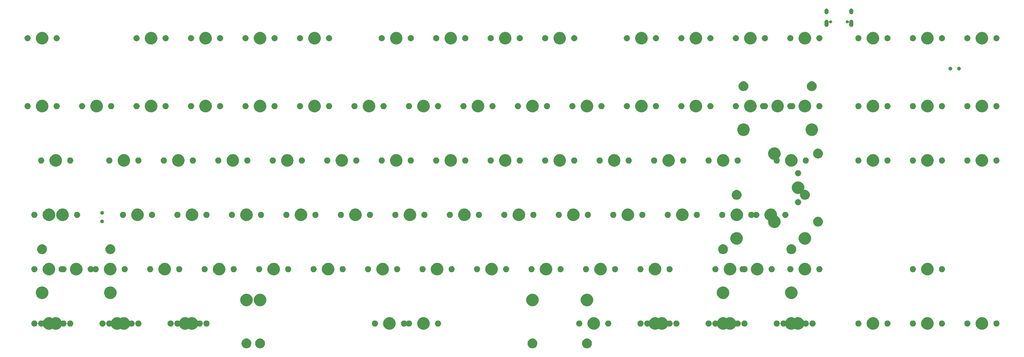
<source format=gts>
G04 #@! TF.GenerationSoftware,KiCad,Pcbnew,(5.0.2)-1*
G04 #@! TF.CreationDate,2019-04-06T01:42:21-07:00*
G04 #@! TF.ProjectId,Voyager87,566f7961-6765-4723-9837-2e6b69636164,rev?*
G04 #@! TF.SameCoordinates,Original*
G04 #@! TF.FileFunction,Soldermask,Top*
G04 #@! TF.FilePolarity,Negative*
%FSLAX46Y46*%
G04 Gerber Fmt 4.6, Leading zero omitted, Abs format (unit mm)*
G04 Created by KiCad (PCBNEW (5.0.2)-1) date 4/6/2019 1:42:21 AM*
%MOMM*%
%LPD*%
G01*
G04 APERTURE LIST*
%ADD10C,0.100000*%
G04 APERTURE END LIST*
D10*
G36*
X238627872Y-145027252D02*
X238941619Y-145157210D01*
X239223989Y-145345884D01*
X239464116Y-145586011D01*
X239652790Y-145868381D01*
X239782748Y-146182128D01*
X239849000Y-146515199D01*
X239849000Y-146854801D01*
X239782748Y-147187872D01*
X239652790Y-147501619D01*
X239464116Y-147783989D01*
X239223989Y-148024116D01*
X238941619Y-148212790D01*
X238627872Y-148342748D01*
X238294801Y-148409000D01*
X237955199Y-148409000D01*
X237622128Y-148342748D01*
X237308381Y-148212790D01*
X237026011Y-148024116D01*
X236785884Y-147783989D01*
X236597210Y-147501619D01*
X236467252Y-147187872D01*
X236401000Y-146854801D01*
X236401000Y-146515199D01*
X236467252Y-146182128D01*
X236597210Y-145868381D01*
X236785884Y-145586011D01*
X237026011Y-145345884D01*
X237308381Y-145157210D01*
X237622128Y-145027252D01*
X237955199Y-144961000D01*
X238294801Y-144961000D01*
X238627872Y-145027252D01*
X238627872Y-145027252D01*
G37*
G36*
X124327872Y-145027252D02*
X124641619Y-145157210D01*
X124923989Y-145345884D01*
X125164116Y-145586011D01*
X125352790Y-145868381D01*
X125482748Y-146182128D01*
X125549000Y-146515199D01*
X125549000Y-146854801D01*
X125482748Y-147187872D01*
X125352790Y-147501619D01*
X125164116Y-147783989D01*
X124923989Y-148024116D01*
X124641619Y-148212790D01*
X124327872Y-148342748D01*
X123994801Y-148409000D01*
X123655199Y-148409000D01*
X123322128Y-148342748D01*
X123008381Y-148212790D01*
X122726011Y-148024116D01*
X122485884Y-147783989D01*
X122297210Y-147501619D01*
X122167252Y-147187872D01*
X122101000Y-146854801D01*
X122101000Y-146515199D01*
X122167252Y-146182128D01*
X122297210Y-145868381D01*
X122485884Y-145586011D01*
X122726011Y-145345884D01*
X123008381Y-145157210D01*
X123322128Y-145027252D01*
X123655199Y-144961000D01*
X123994801Y-144961000D01*
X124327872Y-145027252D01*
X124327872Y-145027252D01*
G37*
G36*
X119571722Y-145027252D02*
X119885469Y-145157210D01*
X120167839Y-145345884D01*
X120407966Y-145586011D01*
X120596640Y-145868381D01*
X120726598Y-146182128D01*
X120792850Y-146515199D01*
X120792850Y-146854801D01*
X120726598Y-147187872D01*
X120596640Y-147501619D01*
X120407966Y-147783989D01*
X120167839Y-148024116D01*
X119885469Y-148212790D01*
X119571722Y-148342748D01*
X119238651Y-148409000D01*
X118899049Y-148409000D01*
X118565978Y-148342748D01*
X118252231Y-148212790D01*
X117969861Y-148024116D01*
X117729734Y-147783989D01*
X117541060Y-147501619D01*
X117411102Y-147187872D01*
X117344850Y-146854801D01*
X117344850Y-146515199D01*
X117411102Y-146182128D01*
X117541060Y-145868381D01*
X117729734Y-145586011D01*
X117969861Y-145345884D01*
X118252231Y-145157210D01*
X118565978Y-145027252D01*
X118899049Y-144961000D01*
X119238651Y-144961000D01*
X119571722Y-145027252D01*
X119571722Y-145027252D01*
G37*
G36*
X219571522Y-145027252D02*
X219885269Y-145157210D01*
X220167639Y-145345884D01*
X220407766Y-145586011D01*
X220596440Y-145868381D01*
X220726398Y-146182128D01*
X220792650Y-146515199D01*
X220792650Y-146854801D01*
X220726398Y-147187872D01*
X220596440Y-147501619D01*
X220407766Y-147783989D01*
X220167639Y-148024116D01*
X219885269Y-148212790D01*
X219571522Y-148342748D01*
X219238451Y-148409000D01*
X218898849Y-148409000D01*
X218565778Y-148342748D01*
X218252031Y-148212790D01*
X217969661Y-148024116D01*
X217729534Y-147783989D01*
X217540860Y-147501619D01*
X217410902Y-147187872D01*
X217344650Y-146854801D01*
X217344650Y-146515199D01*
X217410902Y-146182128D01*
X217540860Y-145868381D01*
X217729534Y-145586011D01*
X217969661Y-145345884D01*
X218252031Y-145157210D01*
X218565778Y-145027252D01*
X218898849Y-144961000D01*
X219238451Y-144961000D01*
X219571522Y-145027252D01*
X219571522Y-145027252D01*
G37*
G36*
X98271184Y-137590410D02*
X98271186Y-137590411D01*
X98271187Y-137590411D01*
X98670451Y-137755791D01*
X98670452Y-137755792D01*
X98752429Y-137810567D01*
X98774040Y-137822118D01*
X98797489Y-137829231D01*
X98821875Y-137831633D01*
X98846262Y-137829231D01*
X98869711Y-137822118D01*
X98891321Y-137810567D01*
X98973298Y-137755792D01*
X98973299Y-137755791D01*
X99372563Y-137590411D01*
X99372564Y-137590411D01*
X99372566Y-137590410D01*
X99796418Y-137506100D01*
X100228582Y-137506100D01*
X100652434Y-137590410D01*
X100652436Y-137590411D01*
X100652437Y-137590411D01*
X101051701Y-137755791D01*
X101411030Y-137995887D01*
X101716613Y-138301470D01*
X101956709Y-138660799D01*
X101979682Y-138716262D01*
X101991233Y-138737873D01*
X102006779Y-138756815D01*
X102025721Y-138772360D01*
X102047332Y-138783911D01*
X102070781Y-138791024D01*
X102095167Y-138793426D01*
X102119554Y-138791024D01*
X102143003Y-138783911D01*
X102164613Y-138772360D01*
X102202047Y-138747347D01*
X102397684Y-138666312D01*
X102605372Y-138625000D01*
X102817128Y-138625000D01*
X103024816Y-138666312D01*
X103220453Y-138747347D01*
X103396525Y-138864995D01*
X103546255Y-139014725D01*
X103663903Y-139190797D01*
X103744938Y-139386434D01*
X103779277Y-139559066D01*
X103786390Y-139582515D01*
X103797942Y-139604126D01*
X103813487Y-139623068D01*
X103832429Y-139638613D01*
X103854040Y-139650164D01*
X103877489Y-139657277D01*
X103901875Y-139659679D01*
X103926262Y-139657277D01*
X103949711Y-139650164D01*
X103971322Y-139638612D01*
X103990264Y-139623067D01*
X104005809Y-139604125D01*
X104017360Y-139582514D01*
X104024473Y-139559066D01*
X104058812Y-139386434D01*
X104139847Y-139190797D01*
X104257495Y-139014725D01*
X104407225Y-138864995D01*
X104583297Y-138747347D01*
X104778934Y-138666312D01*
X104986622Y-138625000D01*
X105198378Y-138625000D01*
X105406066Y-138666312D01*
X105601703Y-138747347D01*
X105777775Y-138864995D01*
X105927505Y-139014725D01*
X106045153Y-139190797D01*
X106126188Y-139386434D01*
X106167500Y-139594122D01*
X106167500Y-139805878D01*
X106126188Y-140013566D01*
X106045153Y-140209203D01*
X105927505Y-140385275D01*
X105777775Y-140535005D01*
X105601703Y-140652653D01*
X105406066Y-140733688D01*
X105198378Y-140775000D01*
X104986622Y-140775000D01*
X104778934Y-140733688D01*
X104583297Y-140652653D01*
X104407225Y-140535005D01*
X104257495Y-140385275D01*
X104139847Y-140209203D01*
X104058812Y-140013566D01*
X104024473Y-139840934D01*
X104017360Y-139817485D01*
X104005808Y-139795874D01*
X103990263Y-139776932D01*
X103971321Y-139761387D01*
X103949710Y-139749836D01*
X103926261Y-139742723D01*
X103901875Y-139740321D01*
X103877488Y-139742723D01*
X103854039Y-139749836D01*
X103832428Y-139761388D01*
X103813486Y-139776933D01*
X103797941Y-139795875D01*
X103786390Y-139817486D01*
X103779277Y-139840934D01*
X103744938Y-140013566D01*
X103663903Y-140209203D01*
X103546255Y-140385275D01*
X103396525Y-140535005D01*
X103220453Y-140652653D01*
X103024816Y-140733688D01*
X102817128Y-140775000D01*
X102605372Y-140775000D01*
X102397684Y-140733688D01*
X102202047Y-140652653D01*
X102164613Y-140627640D01*
X102143002Y-140616089D01*
X102119553Y-140608976D01*
X102095167Y-140606574D01*
X102070781Y-140608976D01*
X102047331Y-140616089D01*
X102025721Y-140627640D01*
X102006779Y-140643186D01*
X101991233Y-140662128D01*
X101979684Y-140683734D01*
X101956709Y-140739201D01*
X101716613Y-141098530D01*
X101411030Y-141404113D01*
X101051701Y-141644209D01*
X100652437Y-141809589D01*
X100652436Y-141809589D01*
X100652434Y-141809590D01*
X100228582Y-141893900D01*
X99796418Y-141893900D01*
X99372566Y-141809590D01*
X99372564Y-141809589D01*
X99372563Y-141809589D01*
X98973299Y-141644209D01*
X98891321Y-141589433D01*
X98869710Y-141577882D01*
X98846261Y-141570769D01*
X98821875Y-141568367D01*
X98797488Y-141570769D01*
X98774039Y-141577882D01*
X98752429Y-141589433D01*
X98670451Y-141644209D01*
X98271187Y-141809589D01*
X98271186Y-141809589D01*
X98271184Y-141809590D01*
X97847332Y-141893900D01*
X97415168Y-141893900D01*
X96991316Y-141809590D01*
X96991314Y-141809589D01*
X96991313Y-141809589D01*
X96592049Y-141644209D01*
X96232720Y-141404113D01*
X95927137Y-141098530D01*
X95687041Y-140739201D01*
X95664066Y-140683734D01*
X95652517Y-140662127D01*
X95636971Y-140643185D01*
X95618029Y-140627640D01*
X95596418Y-140616089D01*
X95572969Y-140608976D01*
X95548583Y-140606574D01*
X95524196Y-140608976D01*
X95500747Y-140616089D01*
X95479137Y-140627640D01*
X95441703Y-140652653D01*
X95246066Y-140733688D01*
X95038378Y-140775000D01*
X94826622Y-140775000D01*
X94618934Y-140733688D01*
X94423297Y-140652653D01*
X94247225Y-140535005D01*
X94097495Y-140385275D01*
X93979847Y-140209203D01*
X93898812Y-140013566D01*
X93864473Y-139840934D01*
X93857360Y-139817485D01*
X93845808Y-139795874D01*
X93830263Y-139776932D01*
X93811321Y-139761387D01*
X93789710Y-139749836D01*
X93766261Y-139742723D01*
X93741875Y-139740321D01*
X93717488Y-139742723D01*
X93694039Y-139749836D01*
X93672428Y-139761388D01*
X93653486Y-139776933D01*
X93637941Y-139795875D01*
X93626390Y-139817486D01*
X93619277Y-139840934D01*
X93584938Y-140013566D01*
X93503903Y-140209203D01*
X93386255Y-140385275D01*
X93236525Y-140535005D01*
X93060453Y-140652653D01*
X92864816Y-140733688D01*
X92657128Y-140775000D01*
X92445372Y-140775000D01*
X92237684Y-140733688D01*
X92042047Y-140652653D01*
X91865975Y-140535005D01*
X91716245Y-140385275D01*
X91598597Y-140209203D01*
X91517562Y-140013566D01*
X91476250Y-139805878D01*
X91476250Y-139594122D01*
X91517562Y-139386434D01*
X91598597Y-139190797D01*
X91716245Y-139014725D01*
X91865975Y-138864995D01*
X92042047Y-138747347D01*
X92237684Y-138666312D01*
X92445372Y-138625000D01*
X92657128Y-138625000D01*
X92864816Y-138666312D01*
X93060453Y-138747347D01*
X93236525Y-138864995D01*
X93386255Y-139014725D01*
X93503903Y-139190797D01*
X93584938Y-139386434D01*
X93619277Y-139559066D01*
X93626390Y-139582515D01*
X93637942Y-139604126D01*
X93653487Y-139623068D01*
X93672429Y-139638613D01*
X93694040Y-139650164D01*
X93717489Y-139657277D01*
X93741875Y-139659679D01*
X93766262Y-139657277D01*
X93789711Y-139650164D01*
X93811322Y-139638612D01*
X93830264Y-139623067D01*
X93845809Y-139604125D01*
X93857360Y-139582514D01*
X93864473Y-139559066D01*
X93898812Y-139386434D01*
X93979847Y-139190797D01*
X94097495Y-139014725D01*
X94247225Y-138864995D01*
X94423297Y-138747347D01*
X94618934Y-138666312D01*
X94826622Y-138625000D01*
X95038378Y-138625000D01*
X95246066Y-138666312D01*
X95441703Y-138747347D01*
X95479137Y-138772360D01*
X95500748Y-138783911D01*
X95524197Y-138791024D01*
X95548583Y-138793426D01*
X95572969Y-138791024D01*
X95596419Y-138783911D01*
X95618029Y-138772360D01*
X95636971Y-138756814D01*
X95652517Y-138737872D01*
X95664068Y-138716262D01*
X95687041Y-138660799D01*
X95927137Y-138301470D01*
X96232720Y-137995887D01*
X96592049Y-137755791D01*
X96991313Y-137590411D01*
X96991314Y-137590411D01*
X96991316Y-137590410D01*
X97415168Y-137506100D01*
X97847332Y-137506100D01*
X98271184Y-137590410D01*
X98271184Y-137590410D01*
G37*
G36*
X169708684Y-137590410D02*
X169708686Y-137590411D01*
X169708687Y-137590411D01*
X170107951Y-137755791D01*
X170467280Y-137995887D01*
X170772863Y-138301470D01*
X171012959Y-138660799D01*
X171178339Y-139060063D01*
X171262650Y-139483920D01*
X171262650Y-139916080D01*
X171178339Y-140339937D01*
X171012959Y-140739201D01*
X170772863Y-141098530D01*
X170467280Y-141404113D01*
X170107951Y-141644209D01*
X169708687Y-141809589D01*
X169708686Y-141809589D01*
X169708684Y-141809590D01*
X169284832Y-141893900D01*
X168852668Y-141893900D01*
X168428816Y-141809590D01*
X168428814Y-141809589D01*
X168428813Y-141809589D01*
X168029549Y-141644209D01*
X167670220Y-141404113D01*
X167364637Y-141098530D01*
X167124541Y-140739201D01*
X166959161Y-140339937D01*
X166874850Y-139916080D01*
X166874850Y-139483920D01*
X166959161Y-139060063D01*
X167124541Y-138660799D01*
X167364637Y-138301470D01*
X167670220Y-137995887D01*
X168029549Y-137755791D01*
X168428813Y-137590411D01*
X168428814Y-137590411D01*
X168428816Y-137590410D01*
X168852668Y-137506100D01*
X169284832Y-137506100D01*
X169708684Y-137590410D01*
X169708684Y-137590410D01*
G37*
G36*
X181614934Y-137590410D02*
X181614936Y-137590411D01*
X181614937Y-137590411D01*
X182014201Y-137755791D01*
X182373530Y-137995887D01*
X182679113Y-138301470D01*
X182919209Y-138660799D01*
X183084589Y-139060063D01*
X183168900Y-139483920D01*
X183168900Y-139916080D01*
X183084589Y-140339937D01*
X182919209Y-140739201D01*
X182679113Y-141098530D01*
X182373530Y-141404113D01*
X182014201Y-141644209D01*
X181614937Y-141809589D01*
X181614936Y-141809589D01*
X181614934Y-141809590D01*
X181191082Y-141893900D01*
X180758918Y-141893900D01*
X180335066Y-141809590D01*
X180335064Y-141809589D01*
X180335063Y-141809589D01*
X179935799Y-141644209D01*
X179576470Y-141404113D01*
X179270887Y-141098530D01*
X179030791Y-140739201D01*
X178865411Y-140339937D01*
X178781100Y-139916080D01*
X178781100Y-139483920D01*
X178865411Y-139060063D01*
X179030791Y-138660799D01*
X179270887Y-138301470D01*
X179576470Y-137995887D01*
X179935799Y-137755791D01*
X180335063Y-137590411D01*
X180335064Y-137590411D01*
X180335066Y-137590410D01*
X180758918Y-137506100D01*
X181191082Y-137506100D01*
X181614934Y-137590410D01*
X181614934Y-137590410D01*
G37*
G36*
X241146184Y-137590410D02*
X241146186Y-137590411D01*
X241146187Y-137590411D01*
X241545451Y-137755791D01*
X241904780Y-137995887D01*
X242210363Y-138301470D01*
X242450459Y-138660799D01*
X242615839Y-139060063D01*
X242700150Y-139483920D01*
X242700150Y-139916080D01*
X242615839Y-140339937D01*
X242450459Y-140739201D01*
X242210363Y-141098530D01*
X241904780Y-141404113D01*
X241545451Y-141644209D01*
X241146187Y-141809589D01*
X241146186Y-141809589D01*
X241146184Y-141809590D01*
X240722332Y-141893900D01*
X240290168Y-141893900D01*
X239866316Y-141809590D01*
X239866314Y-141809589D01*
X239866313Y-141809589D01*
X239467049Y-141644209D01*
X239107720Y-141404113D01*
X238802137Y-141098530D01*
X238562041Y-140739201D01*
X238396661Y-140339937D01*
X238312350Y-139916080D01*
X238312350Y-139483920D01*
X238396661Y-139060063D01*
X238562041Y-138660799D01*
X238802137Y-138301470D01*
X239107720Y-137995887D01*
X239467049Y-137755791D01*
X239866313Y-137590411D01*
X239866314Y-137590411D01*
X239866316Y-137590410D01*
X240290168Y-137506100D01*
X240722332Y-137506100D01*
X241146184Y-137590410D01*
X241146184Y-137590410D01*
G37*
G36*
X286389934Y-137590410D02*
X286389936Y-137590411D01*
X286389937Y-137590411D01*
X286789201Y-137755791D01*
X286789202Y-137755792D01*
X286871179Y-137810567D01*
X286892790Y-137822118D01*
X286916239Y-137829231D01*
X286940625Y-137831633D01*
X286965012Y-137829231D01*
X286988461Y-137822118D01*
X287010071Y-137810567D01*
X287092048Y-137755792D01*
X287092049Y-137755791D01*
X287491313Y-137590411D01*
X287491314Y-137590411D01*
X287491316Y-137590410D01*
X287915168Y-137506100D01*
X288347332Y-137506100D01*
X288771184Y-137590410D01*
X288771186Y-137590411D01*
X288771187Y-137590411D01*
X289170451Y-137755791D01*
X289529780Y-137995887D01*
X289835363Y-138301470D01*
X290075459Y-138660799D01*
X290098432Y-138716262D01*
X290109983Y-138737873D01*
X290125529Y-138756815D01*
X290144471Y-138772360D01*
X290166082Y-138783911D01*
X290189531Y-138791024D01*
X290213917Y-138793426D01*
X290238304Y-138791024D01*
X290261753Y-138783911D01*
X290283363Y-138772360D01*
X290320797Y-138747347D01*
X290516434Y-138666312D01*
X290724122Y-138625000D01*
X290935878Y-138625000D01*
X291143566Y-138666312D01*
X291339203Y-138747347D01*
X291515275Y-138864995D01*
X291665005Y-139014725D01*
X291782653Y-139190797D01*
X291863688Y-139386434D01*
X291898027Y-139559066D01*
X291905140Y-139582515D01*
X291916692Y-139604126D01*
X291932237Y-139623068D01*
X291951179Y-139638613D01*
X291972790Y-139650164D01*
X291996239Y-139657277D01*
X292020625Y-139659679D01*
X292045012Y-139657277D01*
X292068461Y-139650164D01*
X292090072Y-139638612D01*
X292109014Y-139623067D01*
X292124559Y-139604125D01*
X292136110Y-139582514D01*
X292143223Y-139559066D01*
X292177562Y-139386434D01*
X292258597Y-139190797D01*
X292376245Y-139014725D01*
X292525975Y-138864995D01*
X292702047Y-138747347D01*
X292897684Y-138666312D01*
X293105372Y-138625000D01*
X293317128Y-138625000D01*
X293524816Y-138666312D01*
X293720453Y-138747347D01*
X293896525Y-138864995D01*
X294046255Y-139014725D01*
X294163903Y-139190797D01*
X294244938Y-139386434D01*
X294286250Y-139594122D01*
X294286250Y-139805878D01*
X294244938Y-140013566D01*
X294163903Y-140209203D01*
X294046255Y-140385275D01*
X293896525Y-140535005D01*
X293720453Y-140652653D01*
X293524816Y-140733688D01*
X293317128Y-140775000D01*
X293105372Y-140775000D01*
X292897684Y-140733688D01*
X292702047Y-140652653D01*
X292525975Y-140535005D01*
X292376245Y-140385275D01*
X292258597Y-140209203D01*
X292177562Y-140013566D01*
X292143223Y-139840934D01*
X292136110Y-139817485D01*
X292124558Y-139795874D01*
X292109013Y-139776932D01*
X292090071Y-139761387D01*
X292068460Y-139749836D01*
X292045011Y-139742723D01*
X292020625Y-139740321D01*
X291996238Y-139742723D01*
X291972789Y-139749836D01*
X291951178Y-139761388D01*
X291932236Y-139776933D01*
X291916691Y-139795875D01*
X291905140Y-139817486D01*
X291898027Y-139840934D01*
X291863688Y-140013566D01*
X291782653Y-140209203D01*
X291665005Y-140385275D01*
X291515275Y-140535005D01*
X291339203Y-140652653D01*
X291143566Y-140733688D01*
X290935878Y-140775000D01*
X290724122Y-140775000D01*
X290516434Y-140733688D01*
X290320797Y-140652653D01*
X290283363Y-140627640D01*
X290261752Y-140616089D01*
X290238303Y-140608976D01*
X290213917Y-140606574D01*
X290189531Y-140608976D01*
X290166081Y-140616089D01*
X290144471Y-140627640D01*
X290125529Y-140643186D01*
X290109983Y-140662128D01*
X290098434Y-140683734D01*
X290075459Y-140739201D01*
X289835363Y-141098530D01*
X289529780Y-141404113D01*
X289170451Y-141644209D01*
X288771187Y-141809589D01*
X288771186Y-141809589D01*
X288771184Y-141809590D01*
X288347332Y-141893900D01*
X287915168Y-141893900D01*
X287491316Y-141809590D01*
X287491314Y-141809589D01*
X287491313Y-141809589D01*
X287092049Y-141644209D01*
X287010071Y-141589433D01*
X286988460Y-141577882D01*
X286965011Y-141570769D01*
X286940625Y-141568367D01*
X286916238Y-141570769D01*
X286892789Y-141577882D01*
X286871179Y-141589433D01*
X286789201Y-141644209D01*
X286389937Y-141809589D01*
X286389936Y-141809589D01*
X286389934Y-141809590D01*
X285966082Y-141893900D01*
X285533918Y-141893900D01*
X285110066Y-141809590D01*
X285110064Y-141809589D01*
X285110063Y-141809589D01*
X284710799Y-141644209D01*
X284351470Y-141404113D01*
X284045887Y-141098530D01*
X283805791Y-140739201D01*
X283782816Y-140683734D01*
X283771267Y-140662127D01*
X283755721Y-140643185D01*
X283736779Y-140627640D01*
X283715168Y-140616089D01*
X283691719Y-140608976D01*
X283667333Y-140606574D01*
X283642946Y-140608976D01*
X283619497Y-140616089D01*
X283597887Y-140627640D01*
X283560453Y-140652653D01*
X283364816Y-140733688D01*
X283157128Y-140775000D01*
X282945372Y-140775000D01*
X282737684Y-140733688D01*
X282542047Y-140652653D01*
X282365975Y-140535005D01*
X282216245Y-140385275D01*
X282098597Y-140209203D01*
X282017562Y-140013566D01*
X281983223Y-139840934D01*
X281976110Y-139817485D01*
X281964558Y-139795874D01*
X281949013Y-139776932D01*
X281930071Y-139761387D01*
X281908460Y-139749836D01*
X281885011Y-139742723D01*
X281860625Y-139740321D01*
X281836238Y-139742723D01*
X281812789Y-139749836D01*
X281791178Y-139761388D01*
X281772236Y-139776933D01*
X281756691Y-139795875D01*
X281745140Y-139817486D01*
X281738027Y-139840934D01*
X281703688Y-140013566D01*
X281622653Y-140209203D01*
X281505005Y-140385275D01*
X281355275Y-140535005D01*
X281179203Y-140652653D01*
X280983566Y-140733688D01*
X280775878Y-140775000D01*
X280564122Y-140775000D01*
X280356434Y-140733688D01*
X280160797Y-140652653D01*
X279984725Y-140535005D01*
X279834995Y-140385275D01*
X279717347Y-140209203D01*
X279636312Y-140013566D01*
X279595000Y-139805878D01*
X279595000Y-139594122D01*
X279636312Y-139386434D01*
X279717347Y-139190797D01*
X279834995Y-139014725D01*
X279984725Y-138864995D01*
X280160797Y-138747347D01*
X280356434Y-138666312D01*
X280564122Y-138625000D01*
X280775878Y-138625000D01*
X280983566Y-138666312D01*
X281179203Y-138747347D01*
X281355275Y-138864995D01*
X281505005Y-139014725D01*
X281622653Y-139190797D01*
X281703688Y-139386434D01*
X281738027Y-139559066D01*
X281745140Y-139582515D01*
X281756692Y-139604126D01*
X281772237Y-139623068D01*
X281791179Y-139638613D01*
X281812790Y-139650164D01*
X281836239Y-139657277D01*
X281860625Y-139659679D01*
X281885012Y-139657277D01*
X281908461Y-139650164D01*
X281930072Y-139638612D01*
X281949014Y-139623067D01*
X281964559Y-139604125D01*
X281976110Y-139582514D01*
X281983223Y-139559066D01*
X282017562Y-139386434D01*
X282098597Y-139190797D01*
X282216245Y-139014725D01*
X282365975Y-138864995D01*
X282542047Y-138747347D01*
X282737684Y-138666312D01*
X282945372Y-138625000D01*
X283157128Y-138625000D01*
X283364816Y-138666312D01*
X283560453Y-138747347D01*
X283597887Y-138772360D01*
X283619498Y-138783911D01*
X283642947Y-138791024D01*
X283667333Y-138793426D01*
X283691719Y-138791024D01*
X283715169Y-138783911D01*
X283736779Y-138772360D01*
X283755721Y-138756814D01*
X283771267Y-138737872D01*
X283782818Y-138716262D01*
X283805791Y-138660799D01*
X284045887Y-138301470D01*
X284351470Y-137995887D01*
X284710799Y-137755791D01*
X285110063Y-137590411D01*
X285110064Y-137590411D01*
X285110066Y-137590410D01*
X285533918Y-137506100D01*
X285966082Y-137506100D01*
X286389934Y-137590410D01*
X286389934Y-137590410D01*
G37*
G36*
X50646184Y-137590410D02*
X50646186Y-137590411D01*
X50646187Y-137590411D01*
X51045451Y-137755791D01*
X51045452Y-137755792D01*
X51127429Y-137810567D01*
X51149040Y-137822118D01*
X51172489Y-137829231D01*
X51196875Y-137831633D01*
X51221262Y-137829231D01*
X51244711Y-137822118D01*
X51266321Y-137810567D01*
X51348298Y-137755792D01*
X51348299Y-137755791D01*
X51747563Y-137590411D01*
X51747564Y-137590411D01*
X51747566Y-137590410D01*
X52171418Y-137506100D01*
X52603582Y-137506100D01*
X53027434Y-137590410D01*
X53027436Y-137590411D01*
X53027437Y-137590411D01*
X53426701Y-137755791D01*
X53786030Y-137995887D01*
X54091613Y-138301470D01*
X54331709Y-138660799D01*
X54354682Y-138716262D01*
X54366233Y-138737873D01*
X54381779Y-138756815D01*
X54400721Y-138772360D01*
X54422332Y-138783911D01*
X54445781Y-138791024D01*
X54470167Y-138793426D01*
X54494554Y-138791024D01*
X54518003Y-138783911D01*
X54539613Y-138772360D01*
X54577047Y-138747347D01*
X54772684Y-138666312D01*
X54980372Y-138625000D01*
X55192128Y-138625000D01*
X55399816Y-138666312D01*
X55595453Y-138747347D01*
X55771525Y-138864995D01*
X55921255Y-139014725D01*
X56038903Y-139190797D01*
X56119938Y-139386434D01*
X56154277Y-139559066D01*
X56161390Y-139582515D01*
X56172942Y-139604126D01*
X56188487Y-139623068D01*
X56207429Y-139638613D01*
X56229040Y-139650164D01*
X56252489Y-139657277D01*
X56276875Y-139659679D01*
X56301262Y-139657277D01*
X56324711Y-139650164D01*
X56346322Y-139638612D01*
X56365264Y-139623067D01*
X56380809Y-139604125D01*
X56392360Y-139582514D01*
X56399473Y-139559066D01*
X56433812Y-139386434D01*
X56514847Y-139190797D01*
X56632495Y-139014725D01*
X56782225Y-138864995D01*
X56958297Y-138747347D01*
X57153934Y-138666312D01*
X57361622Y-138625000D01*
X57573378Y-138625000D01*
X57781066Y-138666312D01*
X57976703Y-138747347D01*
X58152775Y-138864995D01*
X58302505Y-139014725D01*
X58420153Y-139190797D01*
X58501188Y-139386434D01*
X58542500Y-139594122D01*
X58542500Y-139805878D01*
X58501188Y-140013566D01*
X58420153Y-140209203D01*
X58302505Y-140385275D01*
X58152775Y-140535005D01*
X57976703Y-140652653D01*
X57781066Y-140733688D01*
X57573378Y-140775000D01*
X57361622Y-140775000D01*
X57153934Y-140733688D01*
X56958297Y-140652653D01*
X56782225Y-140535005D01*
X56632495Y-140385275D01*
X56514847Y-140209203D01*
X56433812Y-140013566D01*
X56399473Y-139840934D01*
X56392360Y-139817485D01*
X56380808Y-139795874D01*
X56365263Y-139776932D01*
X56346321Y-139761387D01*
X56324710Y-139749836D01*
X56301261Y-139742723D01*
X56276875Y-139740321D01*
X56252488Y-139742723D01*
X56229039Y-139749836D01*
X56207428Y-139761388D01*
X56188486Y-139776933D01*
X56172941Y-139795875D01*
X56161390Y-139817486D01*
X56154277Y-139840934D01*
X56119938Y-140013566D01*
X56038903Y-140209203D01*
X55921255Y-140385275D01*
X55771525Y-140535005D01*
X55595453Y-140652653D01*
X55399816Y-140733688D01*
X55192128Y-140775000D01*
X54980372Y-140775000D01*
X54772684Y-140733688D01*
X54577047Y-140652653D01*
X54539613Y-140627640D01*
X54518002Y-140616089D01*
X54494553Y-140608976D01*
X54470167Y-140606574D01*
X54445781Y-140608976D01*
X54422331Y-140616089D01*
X54400721Y-140627640D01*
X54381779Y-140643186D01*
X54366233Y-140662128D01*
X54354684Y-140683734D01*
X54331709Y-140739201D01*
X54091613Y-141098530D01*
X53786030Y-141404113D01*
X53426701Y-141644209D01*
X53027437Y-141809589D01*
X53027436Y-141809589D01*
X53027434Y-141809590D01*
X52603582Y-141893900D01*
X52171418Y-141893900D01*
X51747566Y-141809590D01*
X51747564Y-141809589D01*
X51747563Y-141809589D01*
X51348299Y-141644209D01*
X51266321Y-141589433D01*
X51244710Y-141577882D01*
X51221261Y-141570769D01*
X51196875Y-141568367D01*
X51172488Y-141570769D01*
X51149039Y-141577882D01*
X51127429Y-141589433D01*
X51045451Y-141644209D01*
X50646187Y-141809589D01*
X50646186Y-141809589D01*
X50646184Y-141809590D01*
X50222332Y-141893900D01*
X49790168Y-141893900D01*
X49366316Y-141809590D01*
X49366314Y-141809589D01*
X49366313Y-141809589D01*
X48967049Y-141644209D01*
X48607720Y-141404113D01*
X48302137Y-141098530D01*
X48062041Y-140739201D01*
X48039066Y-140683734D01*
X48027517Y-140662127D01*
X48011971Y-140643185D01*
X47993029Y-140627640D01*
X47971418Y-140616089D01*
X47947969Y-140608976D01*
X47923583Y-140606574D01*
X47899196Y-140608976D01*
X47875747Y-140616089D01*
X47854137Y-140627640D01*
X47816703Y-140652653D01*
X47621066Y-140733688D01*
X47413378Y-140775000D01*
X47201622Y-140775000D01*
X46993934Y-140733688D01*
X46798297Y-140652653D01*
X46622225Y-140535005D01*
X46472495Y-140385275D01*
X46354847Y-140209203D01*
X46273812Y-140013566D01*
X46239473Y-139840934D01*
X46232360Y-139817485D01*
X46220808Y-139795874D01*
X46205263Y-139776932D01*
X46186321Y-139761387D01*
X46164710Y-139749836D01*
X46141261Y-139742723D01*
X46116875Y-139740321D01*
X46092488Y-139742723D01*
X46069039Y-139749836D01*
X46047428Y-139761388D01*
X46028486Y-139776933D01*
X46012941Y-139795875D01*
X46001390Y-139817486D01*
X45994277Y-139840934D01*
X45959938Y-140013566D01*
X45878903Y-140209203D01*
X45761255Y-140385275D01*
X45611525Y-140535005D01*
X45435453Y-140652653D01*
X45239816Y-140733688D01*
X45032128Y-140775000D01*
X44820372Y-140775000D01*
X44612684Y-140733688D01*
X44417047Y-140652653D01*
X44240975Y-140535005D01*
X44091245Y-140385275D01*
X43973597Y-140209203D01*
X43892562Y-140013566D01*
X43851250Y-139805878D01*
X43851250Y-139594122D01*
X43892562Y-139386434D01*
X43973597Y-139190797D01*
X44091245Y-139014725D01*
X44240975Y-138864995D01*
X44417047Y-138747347D01*
X44612684Y-138666312D01*
X44820372Y-138625000D01*
X45032128Y-138625000D01*
X45239816Y-138666312D01*
X45435453Y-138747347D01*
X45611525Y-138864995D01*
X45761255Y-139014725D01*
X45878903Y-139190797D01*
X45959938Y-139386434D01*
X45994277Y-139559066D01*
X46001390Y-139582515D01*
X46012942Y-139604126D01*
X46028487Y-139623068D01*
X46047429Y-139638613D01*
X46069040Y-139650164D01*
X46092489Y-139657277D01*
X46116875Y-139659679D01*
X46141262Y-139657277D01*
X46164711Y-139650164D01*
X46186322Y-139638612D01*
X46205264Y-139623067D01*
X46220809Y-139604125D01*
X46232360Y-139582514D01*
X46239473Y-139559066D01*
X46273812Y-139386434D01*
X46354847Y-139190797D01*
X46472495Y-139014725D01*
X46622225Y-138864995D01*
X46798297Y-138747347D01*
X46993934Y-138666312D01*
X47201622Y-138625000D01*
X47413378Y-138625000D01*
X47621066Y-138666312D01*
X47816703Y-138747347D01*
X47854137Y-138772360D01*
X47875748Y-138783911D01*
X47899197Y-138791024D01*
X47923583Y-138793426D01*
X47947969Y-138791024D01*
X47971419Y-138783911D01*
X47993029Y-138772360D01*
X48011971Y-138756814D01*
X48027517Y-138737872D01*
X48039068Y-138716262D01*
X48062041Y-138660799D01*
X48302137Y-138301470D01*
X48607720Y-137995887D01*
X48967049Y-137755791D01*
X49366313Y-137590411D01*
X49366314Y-137590411D01*
X49366316Y-137590410D01*
X49790168Y-137506100D01*
X50222332Y-137506100D01*
X50646184Y-137590410D01*
X50646184Y-137590410D01*
G37*
G36*
X262577434Y-137590410D02*
X262577436Y-137590411D01*
X262577437Y-137590411D01*
X262976701Y-137755791D01*
X262976702Y-137755792D01*
X263058679Y-137810567D01*
X263080290Y-137822118D01*
X263103739Y-137829231D01*
X263128125Y-137831633D01*
X263152512Y-137829231D01*
X263175961Y-137822118D01*
X263197571Y-137810567D01*
X263279548Y-137755792D01*
X263279549Y-137755791D01*
X263678813Y-137590411D01*
X263678814Y-137590411D01*
X263678816Y-137590410D01*
X264102668Y-137506100D01*
X264534832Y-137506100D01*
X264958684Y-137590410D01*
X264958686Y-137590411D01*
X264958687Y-137590411D01*
X265357951Y-137755791D01*
X265717280Y-137995887D01*
X266022863Y-138301470D01*
X266262959Y-138660799D01*
X266285932Y-138716262D01*
X266297483Y-138737873D01*
X266313029Y-138756815D01*
X266331971Y-138772360D01*
X266353582Y-138783911D01*
X266377031Y-138791024D01*
X266401417Y-138793426D01*
X266425804Y-138791024D01*
X266449253Y-138783911D01*
X266470863Y-138772360D01*
X266508297Y-138747347D01*
X266703934Y-138666312D01*
X266911622Y-138625000D01*
X267123378Y-138625000D01*
X267331066Y-138666312D01*
X267526703Y-138747347D01*
X267702775Y-138864995D01*
X267852505Y-139014725D01*
X267970153Y-139190797D01*
X268051188Y-139386434D01*
X268085527Y-139559066D01*
X268092640Y-139582515D01*
X268104192Y-139604126D01*
X268119737Y-139623068D01*
X268138679Y-139638613D01*
X268160290Y-139650164D01*
X268183739Y-139657277D01*
X268208125Y-139659679D01*
X268232512Y-139657277D01*
X268255961Y-139650164D01*
X268277572Y-139638612D01*
X268296514Y-139623067D01*
X268312059Y-139604125D01*
X268323610Y-139582514D01*
X268330723Y-139559066D01*
X268365062Y-139386434D01*
X268446097Y-139190797D01*
X268563745Y-139014725D01*
X268713475Y-138864995D01*
X268889547Y-138747347D01*
X269085184Y-138666312D01*
X269292872Y-138625000D01*
X269504628Y-138625000D01*
X269712316Y-138666312D01*
X269907953Y-138747347D01*
X270084025Y-138864995D01*
X270233755Y-139014725D01*
X270351403Y-139190797D01*
X270432438Y-139386434D01*
X270473750Y-139594122D01*
X270473750Y-139805878D01*
X270432438Y-140013566D01*
X270351403Y-140209203D01*
X270233755Y-140385275D01*
X270084025Y-140535005D01*
X269907953Y-140652653D01*
X269712316Y-140733688D01*
X269504628Y-140775000D01*
X269292872Y-140775000D01*
X269085184Y-140733688D01*
X268889547Y-140652653D01*
X268713475Y-140535005D01*
X268563745Y-140385275D01*
X268446097Y-140209203D01*
X268365062Y-140013566D01*
X268330723Y-139840934D01*
X268323610Y-139817485D01*
X268312058Y-139795874D01*
X268296513Y-139776932D01*
X268277571Y-139761387D01*
X268255960Y-139749836D01*
X268232511Y-139742723D01*
X268208125Y-139740321D01*
X268183738Y-139742723D01*
X268160289Y-139749836D01*
X268138678Y-139761388D01*
X268119736Y-139776933D01*
X268104191Y-139795875D01*
X268092640Y-139817486D01*
X268085527Y-139840934D01*
X268051188Y-140013566D01*
X267970153Y-140209203D01*
X267852505Y-140385275D01*
X267702775Y-140535005D01*
X267526703Y-140652653D01*
X267331066Y-140733688D01*
X267123378Y-140775000D01*
X266911622Y-140775000D01*
X266703934Y-140733688D01*
X266508297Y-140652653D01*
X266470863Y-140627640D01*
X266449252Y-140616089D01*
X266425803Y-140608976D01*
X266401417Y-140606574D01*
X266377031Y-140608976D01*
X266353581Y-140616089D01*
X266331971Y-140627640D01*
X266313029Y-140643186D01*
X266297483Y-140662128D01*
X266285934Y-140683734D01*
X266262959Y-140739201D01*
X266022863Y-141098530D01*
X265717280Y-141404113D01*
X265357951Y-141644209D01*
X264958687Y-141809589D01*
X264958686Y-141809589D01*
X264958684Y-141809590D01*
X264534832Y-141893900D01*
X264102668Y-141893900D01*
X263678816Y-141809590D01*
X263678814Y-141809589D01*
X263678813Y-141809589D01*
X263279549Y-141644209D01*
X263197571Y-141589433D01*
X263175960Y-141577882D01*
X263152511Y-141570769D01*
X263128125Y-141568367D01*
X263103738Y-141570769D01*
X263080289Y-141577882D01*
X263058679Y-141589433D01*
X262976701Y-141644209D01*
X262577437Y-141809589D01*
X262577436Y-141809589D01*
X262577434Y-141809590D01*
X262153582Y-141893900D01*
X261721418Y-141893900D01*
X261297566Y-141809590D01*
X261297564Y-141809589D01*
X261297563Y-141809589D01*
X260898299Y-141644209D01*
X260538970Y-141404113D01*
X260233387Y-141098530D01*
X259993291Y-140739201D01*
X259970316Y-140683734D01*
X259958767Y-140662127D01*
X259943221Y-140643185D01*
X259924279Y-140627640D01*
X259902668Y-140616089D01*
X259879219Y-140608976D01*
X259854833Y-140606574D01*
X259830446Y-140608976D01*
X259806997Y-140616089D01*
X259785387Y-140627640D01*
X259747953Y-140652653D01*
X259552316Y-140733688D01*
X259344628Y-140775000D01*
X259132872Y-140775000D01*
X258925184Y-140733688D01*
X258729547Y-140652653D01*
X258553475Y-140535005D01*
X258403745Y-140385275D01*
X258286097Y-140209203D01*
X258205062Y-140013566D01*
X258170723Y-139840934D01*
X258163610Y-139817485D01*
X258152058Y-139795874D01*
X258136513Y-139776932D01*
X258117571Y-139761387D01*
X258095960Y-139749836D01*
X258072511Y-139742723D01*
X258048125Y-139740321D01*
X258023738Y-139742723D01*
X258000289Y-139749836D01*
X257978678Y-139761388D01*
X257959736Y-139776933D01*
X257944191Y-139795875D01*
X257932640Y-139817486D01*
X257925527Y-139840934D01*
X257891188Y-140013566D01*
X257810153Y-140209203D01*
X257692505Y-140385275D01*
X257542775Y-140535005D01*
X257366703Y-140652653D01*
X257171066Y-140733688D01*
X256963378Y-140775000D01*
X256751622Y-140775000D01*
X256543934Y-140733688D01*
X256348297Y-140652653D01*
X256172225Y-140535005D01*
X256022495Y-140385275D01*
X255904847Y-140209203D01*
X255823812Y-140013566D01*
X255782500Y-139805878D01*
X255782500Y-139594122D01*
X255823812Y-139386434D01*
X255904847Y-139190797D01*
X256022495Y-139014725D01*
X256172225Y-138864995D01*
X256348297Y-138747347D01*
X256543934Y-138666312D01*
X256751622Y-138625000D01*
X256963378Y-138625000D01*
X257171066Y-138666312D01*
X257366703Y-138747347D01*
X257542775Y-138864995D01*
X257692505Y-139014725D01*
X257810153Y-139190797D01*
X257891188Y-139386434D01*
X257925527Y-139559066D01*
X257932640Y-139582515D01*
X257944192Y-139604126D01*
X257959737Y-139623068D01*
X257978679Y-139638613D01*
X258000290Y-139650164D01*
X258023739Y-139657277D01*
X258048125Y-139659679D01*
X258072512Y-139657277D01*
X258095961Y-139650164D01*
X258117572Y-139638612D01*
X258136514Y-139623067D01*
X258152059Y-139604125D01*
X258163610Y-139582514D01*
X258170723Y-139559066D01*
X258205062Y-139386434D01*
X258286097Y-139190797D01*
X258403745Y-139014725D01*
X258553475Y-138864995D01*
X258729547Y-138747347D01*
X258925184Y-138666312D01*
X259132872Y-138625000D01*
X259344628Y-138625000D01*
X259552316Y-138666312D01*
X259747953Y-138747347D01*
X259785387Y-138772360D01*
X259806998Y-138783911D01*
X259830447Y-138791024D01*
X259854833Y-138793426D01*
X259879219Y-138791024D01*
X259902669Y-138783911D01*
X259924279Y-138772360D01*
X259943221Y-138756814D01*
X259958767Y-138737872D01*
X259970318Y-138716262D01*
X259993291Y-138660799D01*
X260233387Y-138301470D01*
X260538970Y-137995887D01*
X260898299Y-137755791D01*
X261297563Y-137590411D01*
X261297564Y-137590411D01*
X261297566Y-137590410D01*
X261721418Y-137506100D01*
X262153582Y-137506100D01*
X262577434Y-137590410D01*
X262577434Y-137590410D01*
G37*
G36*
X376877434Y-137590410D02*
X376877436Y-137590411D01*
X376877437Y-137590411D01*
X377276701Y-137755791D01*
X377636030Y-137995887D01*
X377941613Y-138301470D01*
X378181709Y-138660799D01*
X378347089Y-139060063D01*
X378431400Y-139483920D01*
X378431400Y-139916080D01*
X378347089Y-140339937D01*
X378181709Y-140739201D01*
X377941613Y-141098530D01*
X377636030Y-141404113D01*
X377276701Y-141644209D01*
X376877437Y-141809589D01*
X376877436Y-141809589D01*
X376877434Y-141809590D01*
X376453582Y-141893900D01*
X376021418Y-141893900D01*
X375597566Y-141809590D01*
X375597564Y-141809589D01*
X375597563Y-141809589D01*
X375198299Y-141644209D01*
X374838970Y-141404113D01*
X374533387Y-141098530D01*
X374293291Y-140739201D01*
X374127911Y-140339937D01*
X374043600Y-139916080D01*
X374043600Y-139483920D01*
X374127911Y-139060063D01*
X374293291Y-138660799D01*
X374533387Y-138301470D01*
X374838970Y-137995887D01*
X375198299Y-137755791D01*
X375597563Y-137590411D01*
X375597564Y-137590411D01*
X375597566Y-137590410D01*
X376021418Y-137506100D01*
X376453582Y-137506100D01*
X376877434Y-137590410D01*
X376877434Y-137590410D01*
G37*
G36*
X74458684Y-137590410D02*
X74458686Y-137590411D01*
X74458687Y-137590411D01*
X74857951Y-137755791D01*
X74857952Y-137755792D01*
X74939929Y-137810567D01*
X74961540Y-137822118D01*
X74984989Y-137829231D01*
X75009375Y-137831633D01*
X75033762Y-137829231D01*
X75057211Y-137822118D01*
X75078821Y-137810567D01*
X75160798Y-137755792D01*
X75160799Y-137755791D01*
X75560063Y-137590411D01*
X75560064Y-137590411D01*
X75560066Y-137590410D01*
X75983918Y-137506100D01*
X76416082Y-137506100D01*
X76839934Y-137590410D01*
X76839936Y-137590411D01*
X76839937Y-137590411D01*
X77239201Y-137755791D01*
X77598530Y-137995887D01*
X77904113Y-138301470D01*
X78144209Y-138660799D01*
X78167182Y-138716262D01*
X78178733Y-138737873D01*
X78194279Y-138756815D01*
X78213221Y-138772360D01*
X78234832Y-138783911D01*
X78258281Y-138791024D01*
X78282667Y-138793426D01*
X78307054Y-138791024D01*
X78330503Y-138783911D01*
X78352113Y-138772360D01*
X78389547Y-138747347D01*
X78585184Y-138666312D01*
X78792872Y-138625000D01*
X79004628Y-138625000D01*
X79212316Y-138666312D01*
X79407953Y-138747347D01*
X79584025Y-138864995D01*
X79733755Y-139014725D01*
X79851403Y-139190797D01*
X79932438Y-139386434D01*
X79966777Y-139559066D01*
X79973890Y-139582515D01*
X79985442Y-139604126D01*
X80000987Y-139623068D01*
X80019929Y-139638613D01*
X80041540Y-139650164D01*
X80064989Y-139657277D01*
X80089375Y-139659679D01*
X80113762Y-139657277D01*
X80137211Y-139650164D01*
X80158822Y-139638612D01*
X80177764Y-139623067D01*
X80193309Y-139604125D01*
X80204860Y-139582514D01*
X80211973Y-139559066D01*
X80246312Y-139386434D01*
X80327347Y-139190797D01*
X80444995Y-139014725D01*
X80594725Y-138864995D01*
X80770797Y-138747347D01*
X80966434Y-138666312D01*
X81174122Y-138625000D01*
X81385878Y-138625000D01*
X81593566Y-138666312D01*
X81789203Y-138747347D01*
X81965275Y-138864995D01*
X82115005Y-139014725D01*
X82232653Y-139190797D01*
X82313688Y-139386434D01*
X82355000Y-139594122D01*
X82355000Y-139805878D01*
X82313688Y-140013566D01*
X82232653Y-140209203D01*
X82115005Y-140385275D01*
X81965275Y-140535005D01*
X81789203Y-140652653D01*
X81593566Y-140733688D01*
X81385878Y-140775000D01*
X81174122Y-140775000D01*
X80966434Y-140733688D01*
X80770797Y-140652653D01*
X80594725Y-140535005D01*
X80444995Y-140385275D01*
X80327347Y-140209203D01*
X80246312Y-140013566D01*
X80211973Y-139840934D01*
X80204860Y-139817485D01*
X80193308Y-139795874D01*
X80177763Y-139776932D01*
X80158821Y-139761387D01*
X80137210Y-139749836D01*
X80113761Y-139742723D01*
X80089375Y-139740321D01*
X80064988Y-139742723D01*
X80041539Y-139749836D01*
X80019928Y-139761388D01*
X80000986Y-139776933D01*
X79985441Y-139795875D01*
X79973890Y-139817486D01*
X79966777Y-139840934D01*
X79932438Y-140013566D01*
X79851403Y-140209203D01*
X79733755Y-140385275D01*
X79584025Y-140535005D01*
X79407953Y-140652653D01*
X79212316Y-140733688D01*
X79004628Y-140775000D01*
X78792872Y-140775000D01*
X78585184Y-140733688D01*
X78389547Y-140652653D01*
X78352113Y-140627640D01*
X78330502Y-140616089D01*
X78307053Y-140608976D01*
X78282667Y-140606574D01*
X78258281Y-140608976D01*
X78234831Y-140616089D01*
X78213221Y-140627640D01*
X78194279Y-140643186D01*
X78178733Y-140662128D01*
X78167184Y-140683734D01*
X78144209Y-140739201D01*
X77904113Y-141098530D01*
X77598530Y-141404113D01*
X77239201Y-141644209D01*
X76839937Y-141809589D01*
X76839936Y-141809589D01*
X76839934Y-141809590D01*
X76416082Y-141893900D01*
X75983918Y-141893900D01*
X75560066Y-141809590D01*
X75560064Y-141809589D01*
X75560063Y-141809589D01*
X75160799Y-141644209D01*
X75078821Y-141589433D01*
X75057210Y-141577882D01*
X75033761Y-141570769D01*
X75009375Y-141568367D01*
X74984988Y-141570769D01*
X74961539Y-141577882D01*
X74939929Y-141589433D01*
X74857951Y-141644209D01*
X74458687Y-141809589D01*
X74458686Y-141809589D01*
X74458684Y-141809590D01*
X74034832Y-141893900D01*
X73602668Y-141893900D01*
X73178816Y-141809590D01*
X73178814Y-141809589D01*
X73178813Y-141809589D01*
X72779549Y-141644209D01*
X72420220Y-141404113D01*
X72114637Y-141098530D01*
X71874541Y-140739201D01*
X71851566Y-140683734D01*
X71840017Y-140662127D01*
X71824471Y-140643185D01*
X71805529Y-140627640D01*
X71783918Y-140616089D01*
X71760469Y-140608976D01*
X71736083Y-140606574D01*
X71711696Y-140608976D01*
X71688247Y-140616089D01*
X71666637Y-140627640D01*
X71629203Y-140652653D01*
X71433566Y-140733688D01*
X71225878Y-140775000D01*
X71014122Y-140775000D01*
X70806434Y-140733688D01*
X70610797Y-140652653D01*
X70434725Y-140535005D01*
X70284995Y-140385275D01*
X70167347Y-140209203D01*
X70086312Y-140013566D01*
X70051973Y-139840934D01*
X70044860Y-139817485D01*
X70033308Y-139795874D01*
X70017763Y-139776932D01*
X69998821Y-139761387D01*
X69977210Y-139749836D01*
X69953761Y-139742723D01*
X69929375Y-139740321D01*
X69904988Y-139742723D01*
X69881539Y-139749836D01*
X69859928Y-139761388D01*
X69840986Y-139776933D01*
X69825441Y-139795875D01*
X69813890Y-139817486D01*
X69806777Y-139840934D01*
X69772438Y-140013566D01*
X69691403Y-140209203D01*
X69573755Y-140385275D01*
X69424025Y-140535005D01*
X69247953Y-140652653D01*
X69052316Y-140733688D01*
X68844628Y-140775000D01*
X68632872Y-140775000D01*
X68425184Y-140733688D01*
X68229547Y-140652653D01*
X68053475Y-140535005D01*
X67903745Y-140385275D01*
X67786097Y-140209203D01*
X67705062Y-140013566D01*
X67663750Y-139805878D01*
X67663750Y-139594122D01*
X67705062Y-139386434D01*
X67786097Y-139190797D01*
X67903745Y-139014725D01*
X68053475Y-138864995D01*
X68229547Y-138747347D01*
X68425184Y-138666312D01*
X68632872Y-138625000D01*
X68844628Y-138625000D01*
X69052316Y-138666312D01*
X69247953Y-138747347D01*
X69424025Y-138864995D01*
X69573755Y-139014725D01*
X69691403Y-139190797D01*
X69772438Y-139386434D01*
X69806777Y-139559066D01*
X69813890Y-139582515D01*
X69825442Y-139604126D01*
X69840987Y-139623068D01*
X69859929Y-139638613D01*
X69881540Y-139650164D01*
X69904989Y-139657277D01*
X69929375Y-139659679D01*
X69953762Y-139657277D01*
X69977211Y-139650164D01*
X69998822Y-139638612D01*
X70017764Y-139623067D01*
X70033309Y-139604125D01*
X70044860Y-139582514D01*
X70051973Y-139559066D01*
X70086312Y-139386434D01*
X70167347Y-139190797D01*
X70284995Y-139014725D01*
X70434725Y-138864995D01*
X70610797Y-138747347D01*
X70806434Y-138666312D01*
X71014122Y-138625000D01*
X71225878Y-138625000D01*
X71433566Y-138666312D01*
X71629203Y-138747347D01*
X71666637Y-138772360D01*
X71688248Y-138783911D01*
X71711697Y-138791024D01*
X71736083Y-138793426D01*
X71760469Y-138791024D01*
X71783919Y-138783911D01*
X71805529Y-138772360D01*
X71824471Y-138756814D01*
X71840017Y-138737872D01*
X71851568Y-138716262D01*
X71874541Y-138660799D01*
X72114637Y-138301470D01*
X72420220Y-137995887D01*
X72779549Y-137755791D01*
X73178813Y-137590411D01*
X73178814Y-137590411D01*
X73178816Y-137590410D01*
X73602668Y-137506100D01*
X74034832Y-137506100D01*
X74458684Y-137590410D01*
X74458684Y-137590410D01*
G37*
G36*
X338777434Y-137590410D02*
X338777436Y-137590411D01*
X338777437Y-137590411D01*
X339176701Y-137755791D01*
X339536030Y-137995887D01*
X339841613Y-138301470D01*
X340081709Y-138660799D01*
X340247089Y-139060063D01*
X340331400Y-139483920D01*
X340331400Y-139916080D01*
X340247089Y-140339937D01*
X340081709Y-140739201D01*
X339841613Y-141098530D01*
X339536030Y-141404113D01*
X339176701Y-141644209D01*
X338777437Y-141809589D01*
X338777436Y-141809589D01*
X338777434Y-141809590D01*
X338353582Y-141893900D01*
X337921418Y-141893900D01*
X337497566Y-141809590D01*
X337497564Y-141809589D01*
X337497563Y-141809589D01*
X337098299Y-141644209D01*
X336738970Y-141404113D01*
X336433387Y-141098530D01*
X336193291Y-140739201D01*
X336027911Y-140339937D01*
X335943600Y-139916080D01*
X335943600Y-139483920D01*
X336027911Y-139060063D01*
X336193291Y-138660799D01*
X336433387Y-138301470D01*
X336738970Y-137995887D01*
X337098299Y-137755791D01*
X337497563Y-137590411D01*
X337497564Y-137590411D01*
X337497566Y-137590410D01*
X337921418Y-137506100D01*
X338353582Y-137506100D01*
X338777434Y-137590410D01*
X338777434Y-137590410D01*
G37*
G36*
X310202434Y-137590410D02*
X310202436Y-137590411D01*
X310202437Y-137590411D01*
X310601701Y-137755791D01*
X310601702Y-137755792D01*
X310683679Y-137810567D01*
X310705290Y-137822118D01*
X310728739Y-137829231D01*
X310753125Y-137831633D01*
X310777512Y-137829231D01*
X310800961Y-137822118D01*
X310822571Y-137810567D01*
X310904548Y-137755792D01*
X310904549Y-137755791D01*
X311303813Y-137590411D01*
X311303814Y-137590411D01*
X311303816Y-137590410D01*
X311727668Y-137506100D01*
X312159832Y-137506100D01*
X312583684Y-137590410D01*
X312583686Y-137590411D01*
X312583687Y-137590411D01*
X312982951Y-137755791D01*
X313342280Y-137995887D01*
X313647863Y-138301470D01*
X313887959Y-138660799D01*
X313910932Y-138716262D01*
X313922483Y-138737873D01*
X313938029Y-138756815D01*
X313956971Y-138772360D01*
X313978582Y-138783911D01*
X314002031Y-138791024D01*
X314026417Y-138793426D01*
X314050804Y-138791024D01*
X314074253Y-138783911D01*
X314095863Y-138772360D01*
X314133297Y-138747347D01*
X314328934Y-138666312D01*
X314536622Y-138625000D01*
X314748378Y-138625000D01*
X314956066Y-138666312D01*
X315151703Y-138747347D01*
X315327775Y-138864995D01*
X315477505Y-139014725D01*
X315595153Y-139190797D01*
X315676188Y-139386434D01*
X315710527Y-139559066D01*
X315717640Y-139582515D01*
X315729192Y-139604126D01*
X315744737Y-139623068D01*
X315763679Y-139638613D01*
X315785290Y-139650164D01*
X315808739Y-139657277D01*
X315833125Y-139659679D01*
X315857512Y-139657277D01*
X315880961Y-139650164D01*
X315902572Y-139638612D01*
X315921514Y-139623067D01*
X315937059Y-139604125D01*
X315948610Y-139582514D01*
X315955723Y-139559066D01*
X315990062Y-139386434D01*
X316071097Y-139190797D01*
X316188745Y-139014725D01*
X316338475Y-138864995D01*
X316514547Y-138747347D01*
X316710184Y-138666312D01*
X316917872Y-138625000D01*
X317129628Y-138625000D01*
X317337316Y-138666312D01*
X317532953Y-138747347D01*
X317709025Y-138864995D01*
X317858755Y-139014725D01*
X317976403Y-139190797D01*
X318057438Y-139386434D01*
X318098750Y-139594122D01*
X318098750Y-139805878D01*
X318057438Y-140013566D01*
X317976403Y-140209203D01*
X317858755Y-140385275D01*
X317709025Y-140535005D01*
X317532953Y-140652653D01*
X317337316Y-140733688D01*
X317129628Y-140775000D01*
X316917872Y-140775000D01*
X316710184Y-140733688D01*
X316514547Y-140652653D01*
X316338475Y-140535005D01*
X316188745Y-140385275D01*
X316071097Y-140209203D01*
X315990062Y-140013566D01*
X315955723Y-139840934D01*
X315948610Y-139817485D01*
X315937058Y-139795874D01*
X315921513Y-139776932D01*
X315902571Y-139761387D01*
X315880960Y-139749836D01*
X315857511Y-139742723D01*
X315833125Y-139740321D01*
X315808738Y-139742723D01*
X315785289Y-139749836D01*
X315763678Y-139761388D01*
X315744736Y-139776933D01*
X315729191Y-139795875D01*
X315717640Y-139817486D01*
X315710527Y-139840934D01*
X315676188Y-140013566D01*
X315595153Y-140209203D01*
X315477505Y-140385275D01*
X315327775Y-140535005D01*
X315151703Y-140652653D01*
X314956066Y-140733688D01*
X314748378Y-140775000D01*
X314536622Y-140775000D01*
X314328934Y-140733688D01*
X314133297Y-140652653D01*
X314095863Y-140627640D01*
X314074252Y-140616089D01*
X314050803Y-140608976D01*
X314026417Y-140606574D01*
X314002031Y-140608976D01*
X313978581Y-140616089D01*
X313956971Y-140627640D01*
X313938029Y-140643186D01*
X313922483Y-140662128D01*
X313910934Y-140683734D01*
X313887959Y-140739201D01*
X313647863Y-141098530D01*
X313342280Y-141404113D01*
X312982951Y-141644209D01*
X312583687Y-141809589D01*
X312583686Y-141809589D01*
X312583684Y-141809590D01*
X312159832Y-141893900D01*
X311727668Y-141893900D01*
X311303816Y-141809590D01*
X311303814Y-141809589D01*
X311303813Y-141809589D01*
X310904549Y-141644209D01*
X310822571Y-141589433D01*
X310800960Y-141577882D01*
X310777511Y-141570769D01*
X310753125Y-141568367D01*
X310728738Y-141570769D01*
X310705289Y-141577882D01*
X310683679Y-141589433D01*
X310601701Y-141644209D01*
X310202437Y-141809589D01*
X310202436Y-141809589D01*
X310202434Y-141809590D01*
X309778582Y-141893900D01*
X309346418Y-141893900D01*
X308922566Y-141809590D01*
X308922564Y-141809589D01*
X308922563Y-141809589D01*
X308523299Y-141644209D01*
X308163970Y-141404113D01*
X307858387Y-141098530D01*
X307618291Y-140739201D01*
X307595316Y-140683734D01*
X307583767Y-140662127D01*
X307568221Y-140643185D01*
X307549279Y-140627640D01*
X307527668Y-140616089D01*
X307504219Y-140608976D01*
X307479833Y-140606574D01*
X307455446Y-140608976D01*
X307431997Y-140616089D01*
X307410387Y-140627640D01*
X307372953Y-140652653D01*
X307177316Y-140733688D01*
X306969628Y-140775000D01*
X306757872Y-140775000D01*
X306550184Y-140733688D01*
X306354547Y-140652653D01*
X306178475Y-140535005D01*
X306028745Y-140385275D01*
X305911097Y-140209203D01*
X305830062Y-140013566D01*
X305795723Y-139840934D01*
X305788610Y-139817485D01*
X305777058Y-139795874D01*
X305761513Y-139776932D01*
X305742571Y-139761387D01*
X305720960Y-139749836D01*
X305697511Y-139742723D01*
X305673125Y-139740321D01*
X305648738Y-139742723D01*
X305625289Y-139749836D01*
X305603678Y-139761388D01*
X305584736Y-139776933D01*
X305569191Y-139795875D01*
X305557640Y-139817486D01*
X305550527Y-139840934D01*
X305516188Y-140013566D01*
X305435153Y-140209203D01*
X305317505Y-140385275D01*
X305167775Y-140535005D01*
X304991703Y-140652653D01*
X304796066Y-140733688D01*
X304588378Y-140775000D01*
X304376622Y-140775000D01*
X304168934Y-140733688D01*
X303973297Y-140652653D01*
X303797225Y-140535005D01*
X303647495Y-140385275D01*
X303529847Y-140209203D01*
X303448812Y-140013566D01*
X303407500Y-139805878D01*
X303407500Y-139594122D01*
X303448812Y-139386434D01*
X303529847Y-139190797D01*
X303647495Y-139014725D01*
X303797225Y-138864995D01*
X303973297Y-138747347D01*
X304168934Y-138666312D01*
X304376622Y-138625000D01*
X304588378Y-138625000D01*
X304796066Y-138666312D01*
X304991703Y-138747347D01*
X305167775Y-138864995D01*
X305317505Y-139014725D01*
X305435153Y-139190797D01*
X305516188Y-139386434D01*
X305550527Y-139559066D01*
X305557640Y-139582515D01*
X305569192Y-139604126D01*
X305584737Y-139623068D01*
X305603679Y-139638613D01*
X305625290Y-139650164D01*
X305648739Y-139657277D01*
X305673125Y-139659679D01*
X305697512Y-139657277D01*
X305720961Y-139650164D01*
X305742572Y-139638612D01*
X305761514Y-139623067D01*
X305777059Y-139604125D01*
X305788610Y-139582514D01*
X305795723Y-139559066D01*
X305830062Y-139386434D01*
X305911097Y-139190797D01*
X306028745Y-139014725D01*
X306178475Y-138864995D01*
X306354547Y-138747347D01*
X306550184Y-138666312D01*
X306757872Y-138625000D01*
X306969628Y-138625000D01*
X307177316Y-138666312D01*
X307372953Y-138747347D01*
X307410387Y-138772360D01*
X307431998Y-138783911D01*
X307455447Y-138791024D01*
X307479833Y-138793426D01*
X307504219Y-138791024D01*
X307527669Y-138783911D01*
X307549279Y-138772360D01*
X307568221Y-138756814D01*
X307583767Y-138737872D01*
X307595318Y-138716262D01*
X307618291Y-138660799D01*
X307858387Y-138301470D01*
X308163970Y-137995887D01*
X308523299Y-137755791D01*
X308922563Y-137590411D01*
X308922564Y-137590411D01*
X308922566Y-137590410D01*
X309346418Y-137506100D01*
X309778582Y-137506100D01*
X310202434Y-137590410D01*
X310202434Y-137590410D01*
G37*
G36*
X357827434Y-137590410D02*
X357827436Y-137590411D01*
X357827437Y-137590411D01*
X358226701Y-137755791D01*
X358586030Y-137995887D01*
X358891613Y-138301470D01*
X359131709Y-138660799D01*
X359297089Y-139060063D01*
X359381400Y-139483920D01*
X359381400Y-139916080D01*
X359297089Y-140339937D01*
X359131709Y-140739201D01*
X358891613Y-141098530D01*
X358586030Y-141404113D01*
X358226701Y-141644209D01*
X357827437Y-141809589D01*
X357827436Y-141809589D01*
X357827434Y-141809590D01*
X357403582Y-141893900D01*
X356971418Y-141893900D01*
X356547566Y-141809590D01*
X356547564Y-141809589D01*
X356547563Y-141809589D01*
X356148299Y-141644209D01*
X355788970Y-141404113D01*
X355483387Y-141098530D01*
X355243291Y-140739201D01*
X355077911Y-140339937D01*
X354993600Y-139916080D01*
X354993600Y-139483920D01*
X355077911Y-139060063D01*
X355243291Y-138660799D01*
X355483387Y-138301470D01*
X355788970Y-137995887D01*
X356148299Y-137755791D01*
X356547563Y-137590411D01*
X356547564Y-137590411D01*
X356547566Y-137590410D01*
X356971418Y-137506100D01*
X357403582Y-137506100D01*
X357827434Y-137590410D01*
X357827434Y-137590410D01*
G37*
G36*
X235739816Y-138666312D02*
X235935453Y-138747347D01*
X236111525Y-138864995D01*
X236261255Y-139014725D01*
X236378903Y-139190797D01*
X236459938Y-139386434D01*
X236501250Y-139594122D01*
X236501250Y-139805878D01*
X236459938Y-140013566D01*
X236378903Y-140209203D01*
X236261255Y-140385275D01*
X236111525Y-140535005D01*
X235935453Y-140652653D01*
X235739816Y-140733688D01*
X235532128Y-140775000D01*
X235320372Y-140775000D01*
X235112684Y-140733688D01*
X234917047Y-140652653D01*
X234740975Y-140535005D01*
X234591245Y-140385275D01*
X234473597Y-140209203D01*
X234392562Y-140013566D01*
X234351250Y-139805878D01*
X234351250Y-139594122D01*
X234392562Y-139386434D01*
X234473597Y-139190797D01*
X234591245Y-139014725D01*
X234740975Y-138864995D01*
X234917047Y-138747347D01*
X235112684Y-138666312D01*
X235320372Y-138625000D01*
X235532128Y-138625000D01*
X235739816Y-138666312D01*
X235739816Y-138666312D01*
G37*
G36*
X186368566Y-138666312D02*
X186564203Y-138747347D01*
X186740275Y-138864995D01*
X186890005Y-139014725D01*
X187007653Y-139190797D01*
X187088688Y-139386434D01*
X187130000Y-139594122D01*
X187130000Y-139805878D01*
X187088688Y-140013566D01*
X187007653Y-140209203D01*
X186890005Y-140385275D01*
X186740275Y-140535005D01*
X186564203Y-140652653D01*
X186368566Y-140733688D01*
X186160878Y-140775000D01*
X185949122Y-140775000D01*
X185741434Y-140733688D01*
X185545797Y-140652653D01*
X185369725Y-140535005D01*
X185219995Y-140385275D01*
X185102347Y-140209203D01*
X185021312Y-140013566D01*
X184980000Y-139805878D01*
X184980000Y-139594122D01*
X185021312Y-139386434D01*
X185102347Y-139190797D01*
X185219995Y-139014725D01*
X185369725Y-138864995D01*
X185545797Y-138747347D01*
X185741434Y-138666312D01*
X185949122Y-138625000D01*
X186160878Y-138625000D01*
X186368566Y-138666312D01*
X186368566Y-138666312D01*
G37*
G36*
X174462316Y-138666312D02*
X174657953Y-138747347D01*
X174834025Y-138864995D01*
X174933487Y-138964457D01*
X174952429Y-138980003D01*
X174974040Y-138991554D01*
X174997489Y-138998667D01*
X175021875Y-139001069D01*
X175046261Y-138998667D01*
X175069710Y-138991554D01*
X175091321Y-138980003D01*
X175110263Y-138964457D01*
X175209725Y-138864995D01*
X175385797Y-138747347D01*
X175581434Y-138666312D01*
X175789122Y-138625000D01*
X176000878Y-138625000D01*
X176208566Y-138666312D01*
X176404203Y-138747347D01*
X176580275Y-138864995D01*
X176730005Y-139014725D01*
X176847653Y-139190797D01*
X176928688Y-139386434D01*
X176970000Y-139594122D01*
X176970000Y-139805878D01*
X176928688Y-140013566D01*
X176847653Y-140209203D01*
X176730005Y-140385275D01*
X176580275Y-140535005D01*
X176404203Y-140652653D01*
X176208566Y-140733688D01*
X176000878Y-140775000D01*
X175789122Y-140775000D01*
X175581434Y-140733688D01*
X175385797Y-140652653D01*
X175209725Y-140535005D01*
X175110263Y-140435543D01*
X175091321Y-140419997D01*
X175069710Y-140408446D01*
X175046261Y-140401333D01*
X175021875Y-140398931D01*
X174997489Y-140401333D01*
X174974040Y-140408446D01*
X174952429Y-140419997D01*
X174933487Y-140435543D01*
X174834025Y-140535005D01*
X174657953Y-140652653D01*
X174462316Y-140733688D01*
X174254628Y-140775000D01*
X174042872Y-140775000D01*
X173835184Y-140733688D01*
X173639547Y-140652653D01*
X173463475Y-140535005D01*
X173313745Y-140385275D01*
X173196097Y-140209203D01*
X173115062Y-140013566D01*
X173073750Y-139805878D01*
X173073750Y-139594122D01*
X173115062Y-139386434D01*
X173196097Y-139190797D01*
X173313745Y-139014725D01*
X173463475Y-138864995D01*
X173639547Y-138747347D01*
X173835184Y-138666312D01*
X174042872Y-138625000D01*
X174254628Y-138625000D01*
X174462316Y-138666312D01*
X174462316Y-138666312D01*
G37*
G36*
X352421066Y-138666312D02*
X352616703Y-138747347D01*
X352792775Y-138864995D01*
X352942505Y-139014725D01*
X353060153Y-139190797D01*
X353141188Y-139386434D01*
X353182500Y-139594122D01*
X353182500Y-139805878D01*
X353141188Y-140013566D01*
X353060153Y-140209203D01*
X352942505Y-140385275D01*
X352792775Y-140535005D01*
X352616703Y-140652653D01*
X352421066Y-140733688D01*
X352213378Y-140775000D01*
X352001622Y-140775000D01*
X351793934Y-140733688D01*
X351598297Y-140652653D01*
X351422225Y-140535005D01*
X351272495Y-140385275D01*
X351154847Y-140209203D01*
X351073812Y-140013566D01*
X351032500Y-139805878D01*
X351032500Y-139594122D01*
X351073812Y-139386434D01*
X351154847Y-139190797D01*
X351272495Y-139014725D01*
X351422225Y-138864995D01*
X351598297Y-138747347D01*
X351793934Y-138666312D01*
X352001622Y-138625000D01*
X352213378Y-138625000D01*
X352421066Y-138666312D01*
X352421066Y-138666312D01*
G37*
G36*
X245899816Y-138666312D02*
X246095453Y-138747347D01*
X246271525Y-138864995D01*
X246421255Y-139014725D01*
X246538903Y-139190797D01*
X246619938Y-139386434D01*
X246661250Y-139594122D01*
X246661250Y-139805878D01*
X246619938Y-140013566D01*
X246538903Y-140209203D01*
X246421255Y-140385275D01*
X246271525Y-140535005D01*
X246095453Y-140652653D01*
X245899816Y-140733688D01*
X245692128Y-140775000D01*
X245480372Y-140775000D01*
X245272684Y-140733688D01*
X245077047Y-140652653D01*
X244900975Y-140535005D01*
X244751245Y-140385275D01*
X244633597Y-140209203D01*
X244552562Y-140013566D01*
X244511250Y-139805878D01*
X244511250Y-139594122D01*
X244552562Y-139386434D01*
X244633597Y-139190797D01*
X244751245Y-139014725D01*
X244900975Y-138864995D01*
X245077047Y-138747347D01*
X245272684Y-138666312D01*
X245480372Y-138625000D01*
X245692128Y-138625000D01*
X245899816Y-138666312D01*
X245899816Y-138666312D01*
G37*
G36*
X362581066Y-138666312D02*
X362776703Y-138747347D01*
X362952775Y-138864995D01*
X363102505Y-139014725D01*
X363220153Y-139190797D01*
X363301188Y-139386434D01*
X363342500Y-139594122D01*
X363342500Y-139805878D01*
X363301188Y-140013566D01*
X363220153Y-140209203D01*
X363102505Y-140385275D01*
X362952775Y-140535005D01*
X362776703Y-140652653D01*
X362581066Y-140733688D01*
X362373378Y-140775000D01*
X362161622Y-140775000D01*
X361953934Y-140733688D01*
X361758297Y-140652653D01*
X361582225Y-140535005D01*
X361432495Y-140385275D01*
X361314847Y-140209203D01*
X361233812Y-140013566D01*
X361192500Y-139805878D01*
X361192500Y-139594122D01*
X361233812Y-139386434D01*
X361314847Y-139190797D01*
X361432495Y-139014725D01*
X361582225Y-138864995D01*
X361758297Y-138747347D01*
X361953934Y-138666312D01*
X362161622Y-138625000D01*
X362373378Y-138625000D01*
X362581066Y-138666312D01*
X362581066Y-138666312D01*
G37*
G36*
X381631066Y-138666312D02*
X381826703Y-138747347D01*
X382002775Y-138864995D01*
X382152505Y-139014725D01*
X382270153Y-139190797D01*
X382351188Y-139386434D01*
X382392500Y-139594122D01*
X382392500Y-139805878D01*
X382351188Y-140013566D01*
X382270153Y-140209203D01*
X382152505Y-140385275D01*
X382002775Y-140535005D01*
X381826703Y-140652653D01*
X381631066Y-140733688D01*
X381423378Y-140775000D01*
X381211622Y-140775000D01*
X381003934Y-140733688D01*
X380808297Y-140652653D01*
X380632225Y-140535005D01*
X380482495Y-140385275D01*
X380364847Y-140209203D01*
X380283812Y-140013566D01*
X380242500Y-139805878D01*
X380242500Y-139594122D01*
X380283812Y-139386434D01*
X380364847Y-139190797D01*
X380482495Y-139014725D01*
X380632225Y-138864995D01*
X380808297Y-138747347D01*
X381003934Y-138666312D01*
X381211622Y-138625000D01*
X381423378Y-138625000D01*
X381631066Y-138666312D01*
X381631066Y-138666312D01*
G37*
G36*
X371471066Y-138666312D02*
X371666703Y-138747347D01*
X371842775Y-138864995D01*
X371992505Y-139014725D01*
X372110153Y-139190797D01*
X372191188Y-139386434D01*
X372232500Y-139594122D01*
X372232500Y-139805878D01*
X372191188Y-140013566D01*
X372110153Y-140209203D01*
X371992505Y-140385275D01*
X371842775Y-140535005D01*
X371666703Y-140652653D01*
X371471066Y-140733688D01*
X371263378Y-140775000D01*
X371051622Y-140775000D01*
X370843934Y-140733688D01*
X370648297Y-140652653D01*
X370472225Y-140535005D01*
X370322495Y-140385275D01*
X370204847Y-140209203D01*
X370123812Y-140013566D01*
X370082500Y-139805878D01*
X370082500Y-139594122D01*
X370123812Y-139386434D01*
X370204847Y-139190797D01*
X370322495Y-139014725D01*
X370472225Y-138864995D01*
X370648297Y-138747347D01*
X370843934Y-138666312D01*
X371051622Y-138625000D01*
X371263378Y-138625000D01*
X371471066Y-138666312D01*
X371471066Y-138666312D01*
G37*
G36*
X164302316Y-138666312D02*
X164497953Y-138747347D01*
X164674025Y-138864995D01*
X164823755Y-139014725D01*
X164941403Y-139190797D01*
X165022438Y-139386434D01*
X165063750Y-139594122D01*
X165063750Y-139805878D01*
X165022438Y-140013566D01*
X164941403Y-140209203D01*
X164823755Y-140385275D01*
X164674025Y-140535005D01*
X164497953Y-140652653D01*
X164302316Y-140733688D01*
X164094628Y-140775000D01*
X163882872Y-140775000D01*
X163675184Y-140733688D01*
X163479547Y-140652653D01*
X163303475Y-140535005D01*
X163153745Y-140385275D01*
X163036097Y-140209203D01*
X162955062Y-140013566D01*
X162913750Y-139805878D01*
X162913750Y-139594122D01*
X162955062Y-139386434D01*
X163036097Y-139190797D01*
X163153745Y-139014725D01*
X163303475Y-138864995D01*
X163479547Y-138747347D01*
X163675184Y-138666312D01*
X163882872Y-138625000D01*
X164094628Y-138625000D01*
X164302316Y-138666312D01*
X164302316Y-138666312D01*
G37*
G36*
X333371066Y-138666312D02*
X333566703Y-138747347D01*
X333742775Y-138864995D01*
X333892505Y-139014725D01*
X334010153Y-139190797D01*
X334091188Y-139386434D01*
X334132500Y-139594122D01*
X334132500Y-139805878D01*
X334091188Y-140013566D01*
X334010153Y-140209203D01*
X333892505Y-140385275D01*
X333742775Y-140535005D01*
X333566703Y-140652653D01*
X333371066Y-140733688D01*
X333163378Y-140775000D01*
X332951622Y-140775000D01*
X332743934Y-140733688D01*
X332548297Y-140652653D01*
X332372225Y-140535005D01*
X332222495Y-140385275D01*
X332104847Y-140209203D01*
X332023812Y-140013566D01*
X331982500Y-139805878D01*
X331982500Y-139594122D01*
X332023812Y-139386434D01*
X332104847Y-139190797D01*
X332222495Y-139014725D01*
X332372225Y-138864995D01*
X332548297Y-138747347D01*
X332743934Y-138666312D01*
X332951622Y-138625000D01*
X333163378Y-138625000D01*
X333371066Y-138666312D01*
X333371066Y-138666312D01*
G37*
G36*
X343531066Y-138666312D02*
X343726703Y-138747347D01*
X343902775Y-138864995D01*
X344052505Y-139014725D01*
X344170153Y-139190797D01*
X344251188Y-139386434D01*
X344292500Y-139594122D01*
X344292500Y-139805878D01*
X344251188Y-140013566D01*
X344170153Y-140209203D01*
X344052505Y-140385275D01*
X343902775Y-140535005D01*
X343726703Y-140652653D01*
X343531066Y-140733688D01*
X343323378Y-140775000D01*
X343111622Y-140775000D01*
X342903934Y-140733688D01*
X342708297Y-140652653D01*
X342532225Y-140535005D01*
X342382495Y-140385275D01*
X342264847Y-140209203D01*
X342183812Y-140013566D01*
X342142500Y-139805878D01*
X342142500Y-139594122D01*
X342183812Y-139386434D01*
X342264847Y-139190797D01*
X342382495Y-139014725D01*
X342532225Y-138864995D01*
X342708297Y-138747347D01*
X342903934Y-138666312D01*
X343111622Y-138625000D01*
X343323378Y-138625000D01*
X343531066Y-138666312D01*
X343531066Y-138666312D01*
G37*
G36*
X219708584Y-129335410D02*
X219708586Y-129335411D01*
X219708587Y-129335411D01*
X220107851Y-129500791D01*
X220467180Y-129740887D01*
X220772763Y-130046470D01*
X221012859Y-130405799D01*
X221097073Y-130609111D01*
X221178240Y-130805066D01*
X221262550Y-131228918D01*
X221262550Y-131661080D01*
X221178239Y-132084937D01*
X221012859Y-132484201D01*
X220772763Y-132843530D01*
X220467180Y-133149113D01*
X220107851Y-133389209D01*
X219708587Y-133554589D01*
X219708586Y-133554589D01*
X219708584Y-133554590D01*
X219284732Y-133638900D01*
X218852568Y-133638900D01*
X218428716Y-133554590D01*
X218428714Y-133554589D01*
X218428713Y-133554589D01*
X218029449Y-133389209D01*
X217670120Y-133149113D01*
X217364537Y-132843530D01*
X217124441Y-132484201D01*
X216959061Y-132084937D01*
X216874750Y-131661080D01*
X216874750Y-131228918D01*
X216959060Y-130805066D01*
X217040227Y-130609111D01*
X217124441Y-130405799D01*
X217364537Y-130046470D01*
X217670120Y-129740887D01*
X218029449Y-129500791D01*
X218428713Y-129335411D01*
X218428714Y-129335411D01*
X218428716Y-129335410D01*
X218852568Y-129251100D01*
X219284732Y-129251100D01*
X219708584Y-129335410D01*
X219708584Y-129335410D01*
G37*
G36*
X124464934Y-129335410D02*
X124464936Y-129335411D01*
X124464937Y-129335411D01*
X124864201Y-129500791D01*
X125223530Y-129740887D01*
X125529113Y-130046470D01*
X125769209Y-130405799D01*
X125853423Y-130609111D01*
X125934590Y-130805066D01*
X126018900Y-131228918D01*
X126018900Y-131661080D01*
X125934589Y-132084937D01*
X125769209Y-132484201D01*
X125529113Y-132843530D01*
X125223530Y-133149113D01*
X124864201Y-133389209D01*
X124464937Y-133554589D01*
X124464936Y-133554589D01*
X124464934Y-133554590D01*
X124041082Y-133638900D01*
X123608918Y-133638900D01*
X123185066Y-133554590D01*
X123185064Y-133554589D01*
X123185063Y-133554589D01*
X122785799Y-133389209D01*
X122426470Y-133149113D01*
X122120887Y-132843530D01*
X121880791Y-132484201D01*
X121715411Y-132084937D01*
X121631100Y-131661080D01*
X121631100Y-131228918D01*
X121715410Y-130805066D01*
X121796577Y-130609111D01*
X121880791Y-130405799D01*
X122120887Y-130046470D01*
X122426470Y-129740887D01*
X122785799Y-129500791D01*
X123185063Y-129335411D01*
X123185064Y-129335411D01*
X123185066Y-129335410D01*
X123608918Y-129251100D01*
X124041082Y-129251100D01*
X124464934Y-129335410D01*
X124464934Y-129335410D01*
G37*
G36*
X238764934Y-129335410D02*
X238764936Y-129335411D01*
X238764937Y-129335411D01*
X239164201Y-129500791D01*
X239523530Y-129740887D01*
X239829113Y-130046470D01*
X240069209Y-130405799D01*
X240153423Y-130609111D01*
X240234590Y-130805066D01*
X240318900Y-131228918D01*
X240318900Y-131661080D01*
X240234589Y-132084937D01*
X240069209Y-132484201D01*
X239829113Y-132843530D01*
X239523530Y-133149113D01*
X239164201Y-133389209D01*
X238764937Y-133554589D01*
X238764936Y-133554589D01*
X238764934Y-133554590D01*
X238341082Y-133638900D01*
X237908918Y-133638900D01*
X237485066Y-133554590D01*
X237485064Y-133554589D01*
X237485063Y-133554589D01*
X237085799Y-133389209D01*
X236726470Y-133149113D01*
X236420887Y-132843530D01*
X236180791Y-132484201D01*
X236015411Y-132084937D01*
X235931100Y-131661080D01*
X235931100Y-131228918D01*
X236015410Y-130805066D01*
X236096577Y-130609111D01*
X236180791Y-130405799D01*
X236420887Y-130046470D01*
X236726470Y-129740887D01*
X237085799Y-129500791D01*
X237485063Y-129335411D01*
X237485064Y-129335411D01*
X237485066Y-129335410D01*
X237908918Y-129251100D01*
X238341082Y-129251100D01*
X238764934Y-129335410D01*
X238764934Y-129335410D01*
G37*
G36*
X119708784Y-129335410D02*
X119708786Y-129335411D01*
X119708787Y-129335411D01*
X120108051Y-129500791D01*
X120467380Y-129740887D01*
X120772963Y-130046470D01*
X121013059Y-130405799D01*
X121097273Y-130609111D01*
X121178440Y-130805066D01*
X121262750Y-131228918D01*
X121262750Y-131661080D01*
X121178439Y-132084937D01*
X121013059Y-132484201D01*
X120772963Y-132843530D01*
X120467380Y-133149113D01*
X120108051Y-133389209D01*
X119708787Y-133554589D01*
X119708786Y-133554589D01*
X119708784Y-133554590D01*
X119284932Y-133638900D01*
X118852768Y-133638900D01*
X118428916Y-133554590D01*
X118428914Y-133554589D01*
X118428913Y-133554589D01*
X118029649Y-133389209D01*
X117670320Y-133149113D01*
X117364737Y-132843530D01*
X117124641Y-132484201D01*
X116959261Y-132084937D01*
X116874950Y-131661080D01*
X116874950Y-131228918D01*
X116959260Y-130805066D01*
X117040427Y-130609111D01*
X117124641Y-130405799D01*
X117364737Y-130046470D01*
X117670320Y-129740887D01*
X118029649Y-129500791D01*
X118428913Y-129335411D01*
X118428914Y-129335411D01*
X118428916Y-129335410D01*
X118852768Y-129251100D01*
X119284932Y-129251100D01*
X119708784Y-129335410D01*
X119708784Y-129335410D01*
G37*
G36*
X48233184Y-126795410D02*
X48233186Y-126795411D01*
X48233187Y-126795411D01*
X48632451Y-126960791D01*
X48991780Y-127200887D01*
X49297363Y-127506470D01*
X49537459Y-127865799D01*
X49702839Y-128265063D01*
X49702840Y-128265066D01*
X49787150Y-128688918D01*
X49787150Y-129121082D01*
X49711621Y-129500791D01*
X49702839Y-129544937D01*
X49537459Y-129944201D01*
X49297363Y-130303530D01*
X48991780Y-130609113D01*
X48632451Y-130849209D01*
X48233187Y-131014589D01*
X48233186Y-131014589D01*
X48233184Y-131014590D01*
X47809332Y-131098900D01*
X47377168Y-131098900D01*
X46953316Y-131014590D01*
X46953314Y-131014589D01*
X46953313Y-131014589D01*
X46554049Y-130849209D01*
X46194720Y-130609113D01*
X45889137Y-130303530D01*
X45649041Y-129944201D01*
X45483661Y-129544937D01*
X45474880Y-129500791D01*
X45399350Y-129121082D01*
X45399350Y-128688918D01*
X45483660Y-128265066D01*
X45483661Y-128265063D01*
X45649041Y-127865799D01*
X45889137Y-127506470D01*
X46194720Y-127200887D01*
X46554049Y-126960791D01*
X46953313Y-126795411D01*
X46953314Y-126795411D01*
X46953316Y-126795410D01*
X47377168Y-126711100D01*
X47809332Y-126711100D01*
X48233184Y-126795410D01*
X48233184Y-126795410D01*
G37*
G36*
X286358184Y-126795410D02*
X286358186Y-126795411D01*
X286358187Y-126795411D01*
X286757451Y-126960791D01*
X287116780Y-127200887D01*
X287422363Y-127506470D01*
X287662459Y-127865799D01*
X287827839Y-128265063D01*
X287827840Y-128265066D01*
X287912150Y-128688918D01*
X287912150Y-129121082D01*
X287836621Y-129500791D01*
X287827839Y-129544937D01*
X287662459Y-129944201D01*
X287422363Y-130303530D01*
X287116780Y-130609113D01*
X286757451Y-130849209D01*
X286358187Y-131014589D01*
X286358186Y-131014589D01*
X286358184Y-131014590D01*
X285934332Y-131098900D01*
X285502168Y-131098900D01*
X285078316Y-131014590D01*
X285078314Y-131014589D01*
X285078313Y-131014589D01*
X284679049Y-130849209D01*
X284319720Y-130609113D01*
X284014137Y-130303530D01*
X283774041Y-129944201D01*
X283608661Y-129544937D01*
X283599880Y-129500791D01*
X283524350Y-129121082D01*
X283524350Y-128688918D01*
X283608660Y-128265066D01*
X283608661Y-128265063D01*
X283774041Y-127865799D01*
X284014137Y-127506470D01*
X284319720Y-127200887D01*
X284679049Y-126960791D01*
X285078313Y-126795411D01*
X285078314Y-126795411D01*
X285078316Y-126795410D01*
X285502168Y-126711100D01*
X285934332Y-126711100D01*
X286358184Y-126795410D01*
X286358184Y-126795410D01*
G37*
G36*
X310234184Y-126795410D02*
X310234186Y-126795411D01*
X310234187Y-126795411D01*
X310633451Y-126960791D01*
X310992780Y-127200887D01*
X311298363Y-127506470D01*
X311538459Y-127865799D01*
X311703839Y-128265063D01*
X311703840Y-128265066D01*
X311788150Y-128688918D01*
X311788150Y-129121082D01*
X311712621Y-129500791D01*
X311703839Y-129544937D01*
X311538459Y-129944201D01*
X311298363Y-130303530D01*
X310992780Y-130609113D01*
X310633451Y-130849209D01*
X310234187Y-131014589D01*
X310234186Y-131014589D01*
X310234184Y-131014590D01*
X309810332Y-131098900D01*
X309378168Y-131098900D01*
X308954316Y-131014590D01*
X308954314Y-131014589D01*
X308954313Y-131014589D01*
X308555049Y-130849209D01*
X308195720Y-130609113D01*
X307890137Y-130303530D01*
X307650041Y-129944201D01*
X307484661Y-129544937D01*
X307475880Y-129500791D01*
X307400350Y-129121082D01*
X307400350Y-128688918D01*
X307484660Y-128265066D01*
X307484661Y-128265063D01*
X307650041Y-127865799D01*
X307890137Y-127506470D01*
X308195720Y-127200887D01*
X308555049Y-126960791D01*
X308954313Y-126795411D01*
X308954314Y-126795411D01*
X308954316Y-126795410D01*
X309378168Y-126711100D01*
X309810332Y-126711100D01*
X310234184Y-126795410D01*
X310234184Y-126795410D01*
G37*
G36*
X72109184Y-126795410D02*
X72109186Y-126795411D01*
X72109187Y-126795411D01*
X72508451Y-126960791D01*
X72867780Y-127200887D01*
X73173363Y-127506470D01*
X73413459Y-127865799D01*
X73578839Y-128265063D01*
X73578840Y-128265066D01*
X73663150Y-128688918D01*
X73663150Y-129121082D01*
X73587621Y-129500791D01*
X73578839Y-129544937D01*
X73413459Y-129944201D01*
X73173363Y-130303530D01*
X72867780Y-130609113D01*
X72508451Y-130849209D01*
X72109187Y-131014589D01*
X72109186Y-131014589D01*
X72109184Y-131014590D01*
X71685332Y-131098900D01*
X71253168Y-131098900D01*
X70829316Y-131014590D01*
X70829314Y-131014589D01*
X70829313Y-131014589D01*
X70430049Y-130849209D01*
X70070720Y-130609113D01*
X69765137Y-130303530D01*
X69525041Y-129944201D01*
X69359661Y-129544937D01*
X69350880Y-129500791D01*
X69275350Y-129121082D01*
X69275350Y-128688918D01*
X69359660Y-128265066D01*
X69359661Y-128265063D01*
X69525041Y-127865799D01*
X69765137Y-127506470D01*
X70070720Y-127200887D01*
X70430049Y-126960791D01*
X70829313Y-126795411D01*
X70829314Y-126795411D01*
X70829316Y-126795410D01*
X71253168Y-126711100D01*
X71685332Y-126711100D01*
X72109184Y-126795410D01*
X72109184Y-126795410D01*
G37*
G36*
X91127434Y-118540410D02*
X91127436Y-118540411D01*
X91127437Y-118540411D01*
X91526701Y-118705791D01*
X91886030Y-118945887D01*
X92191613Y-119251470D01*
X92431709Y-119610799D01*
X92597089Y-120010063D01*
X92681400Y-120433920D01*
X92681400Y-120866080D01*
X92597089Y-121289937D01*
X92431709Y-121689201D01*
X92191613Y-122048530D01*
X91886030Y-122354113D01*
X91526701Y-122594209D01*
X91127437Y-122759589D01*
X91127436Y-122759589D01*
X91127434Y-122759590D01*
X90703582Y-122843900D01*
X90271418Y-122843900D01*
X89847566Y-122759590D01*
X89847564Y-122759589D01*
X89847563Y-122759589D01*
X89448299Y-122594209D01*
X89088970Y-122354113D01*
X88783387Y-122048530D01*
X88543291Y-121689201D01*
X88377911Y-121289937D01*
X88293600Y-120866080D01*
X88293600Y-120433920D01*
X88377911Y-120010063D01*
X88543291Y-119610799D01*
X88783387Y-119251470D01*
X89088970Y-118945887D01*
X89448299Y-118705791D01*
X89847563Y-118540411D01*
X89847564Y-118540411D01*
X89847566Y-118540410D01*
X90271418Y-118456100D01*
X90703582Y-118456100D01*
X91127434Y-118540410D01*
X91127434Y-118540410D01*
G37*
G36*
X110177434Y-118540410D02*
X110177436Y-118540411D01*
X110177437Y-118540411D01*
X110576701Y-118705791D01*
X110936030Y-118945887D01*
X111241613Y-119251470D01*
X111481709Y-119610799D01*
X111647089Y-120010063D01*
X111731400Y-120433920D01*
X111731400Y-120866080D01*
X111647089Y-121289937D01*
X111481709Y-121689201D01*
X111241613Y-122048530D01*
X110936030Y-122354113D01*
X110576701Y-122594209D01*
X110177437Y-122759589D01*
X110177436Y-122759589D01*
X110177434Y-122759590D01*
X109753582Y-122843900D01*
X109321418Y-122843900D01*
X108897566Y-122759590D01*
X108897564Y-122759589D01*
X108897563Y-122759589D01*
X108498299Y-122594209D01*
X108138970Y-122354113D01*
X107833387Y-122048530D01*
X107593291Y-121689201D01*
X107427911Y-121289937D01*
X107343600Y-120866080D01*
X107343600Y-120433920D01*
X107427911Y-120010063D01*
X107593291Y-119610799D01*
X107833387Y-119251470D01*
X108138970Y-118945887D01*
X108498299Y-118705791D01*
X108897563Y-118540411D01*
X108897564Y-118540411D01*
X108897566Y-118540410D01*
X109321418Y-118456100D01*
X109753582Y-118456100D01*
X110177434Y-118540410D01*
X110177434Y-118540410D01*
G37*
G36*
X357827434Y-118540410D02*
X357827436Y-118540411D01*
X357827437Y-118540411D01*
X358226701Y-118705791D01*
X358586030Y-118945887D01*
X358891613Y-119251470D01*
X359131709Y-119610799D01*
X359297089Y-120010063D01*
X359381400Y-120433920D01*
X359381400Y-120866080D01*
X359297089Y-121289937D01*
X359131709Y-121689201D01*
X358891613Y-122048530D01*
X358586030Y-122354113D01*
X358226701Y-122594209D01*
X357827437Y-122759589D01*
X357827436Y-122759589D01*
X357827434Y-122759590D01*
X357403582Y-122843900D01*
X356971418Y-122843900D01*
X356547566Y-122759590D01*
X356547564Y-122759589D01*
X356547563Y-122759589D01*
X356148299Y-122594209D01*
X355788970Y-122354113D01*
X355483387Y-122048530D01*
X355243291Y-121689201D01*
X355077911Y-121289937D01*
X354993600Y-120866080D01*
X354993600Y-120433920D01*
X355077911Y-120010063D01*
X355243291Y-119610799D01*
X355483387Y-119251470D01*
X355788970Y-118945887D01*
X356148299Y-118705791D01*
X356547563Y-118540411D01*
X356547564Y-118540411D01*
X356547566Y-118540410D01*
X356971418Y-118456100D01*
X357403582Y-118456100D01*
X357827434Y-118540410D01*
X357827434Y-118540410D01*
G37*
G36*
X298296184Y-118540410D02*
X298296186Y-118540411D01*
X298296187Y-118540411D01*
X298695451Y-118705791D01*
X299054780Y-118945887D01*
X299360363Y-119251470D01*
X299600459Y-119610799D01*
X299765839Y-120010063D01*
X299850150Y-120433920D01*
X299850150Y-120866080D01*
X299765839Y-121289937D01*
X299600459Y-121689201D01*
X299360363Y-122048530D01*
X299054780Y-122354113D01*
X298695451Y-122594209D01*
X298296187Y-122759589D01*
X298296186Y-122759589D01*
X298296184Y-122759590D01*
X297872332Y-122843900D01*
X297440168Y-122843900D01*
X297016316Y-122759590D01*
X297016314Y-122759589D01*
X297016313Y-122759589D01*
X296617049Y-122594209D01*
X296257720Y-122354113D01*
X295952137Y-122048530D01*
X295712041Y-121689201D01*
X295546661Y-121289937D01*
X295462350Y-120866080D01*
X295462350Y-120433920D01*
X295546661Y-120010063D01*
X295712041Y-119610799D01*
X295952137Y-119251470D01*
X296257720Y-118945887D01*
X296617049Y-118705791D01*
X297016313Y-118540411D01*
X297016314Y-118540411D01*
X297016316Y-118540410D01*
X297440168Y-118456100D01*
X297872332Y-118456100D01*
X298296184Y-118540410D01*
X298296184Y-118540410D01*
G37*
G36*
X288771184Y-118540410D02*
X288771186Y-118540411D01*
X288771187Y-118540411D01*
X289170451Y-118705791D01*
X289529780Y-118945887D01*
X289835363Y-119251470D01*
X290075459Y-119610799D01*
X290240839Y-120010063D01*
X290325150Y-120433920D01*
X290325150Y-120866080D01*
X290240839Y-121289937D01*
X290075459Y-121689201D01*
X289835363Y-122048530D01*
X289529780Y-122354113D01*
X289170451Y-122594209D01*
X288771187Y-122759589D01*
X288771186Y-122759589D01*
X288771184Y-122759590D01*
X288347332Y-122843900D01*
X287915168Y-122843900D01*
X287491316Y-122759590D01*
X287491314Y-122759589D01*
X287491313Y-122759589D01*
X287092049Y-122594209D01*
X286732720Y-122354113D01*
X286427137Y-122048530D01*
X286187041Y-121689201D01*
X286021661Y-121289937D01*
X285937350Y-120866080D01*
X285937350Y-120433920D01*
X286021661Y-120010063D01*
X286187041Y-119610799D01*
X286427137Y-119251470D01*
X286732720Y-118945887D01*
X287092049Y-118705791D01*
X287491313Y-118540411D01*
X287491314Y-118540411D01*
X287491316Y-118540410D01*
X287915168Y-118456100D01*
X288347332Y-118456100D01*
X288771184Y-118540410D01*
X288771184Y-118540410D01*
G37*
G36*
X60171184Y-118540410D02*
X60171186Y-118540411D01*
X60171187Y-118540411D01*
X60570451Y-118705791D01*
X60929780Y-118945887D01*
X61235363Y-119251470D01*
X61475459Y-119610799D01*
X61640839Y-120010063D01*
X61725150Y-120433920D01*
X61725150Y-120866080D01*
X61640839Y-121289937D01*
X61475459Y-121689201D01*
X61235363Y-122048530D01*
X60929780Y-122354113D01*
X60570451Y-122594209D01*
X60171187Y-122759589D01*
X60171186Y-122759589D01*
X60171184Y-122759590D01*
X59747332Y-122843900D01*
X59315168Y-122843900D01*
X58891316Y-122759590D01*
X58891314Y-122759589D01*
X58891313Y-122759589D01*
X58492049Y-122594209D01*
X58132720Y-122354113D01*
X57827137Y-122048530D01*
X57587041Y-121689201D01*
X57421661Y-121289937D01*
X57337350Y-120866080D01*
X57337350Y-120433920D01*
X57421661Y-120010063D01*
X57587041Y-119610799D01*
X57827137Y-119251470D01*
X58132720Y-118945887D01*
X58492049Y-118705791D01*
X58891313Y-118540411D01*
X58891314Y-118540411D01*
X58891316Y-118540410D01*
X59315168Y-118456100D01*
X59747332Y-118456100D01*
X60171184Y-118540410D01*
X60171184Y-118540410D01*
G37*
G36*
X262577434Y-118540410D02*
X262577436Y-118540411D01*
X262577437Y-118540411D01*
X262976701Y-118705791D01*
X263336030Y-118945887D01*
X263641613Y-119251470D01*
X263881709Y-119610799D01*
X264047089Y-120010063D01*
X264131400Y-120433920D01*
X264131400Y-120866080D01*
X264047089Y-121289937D01*
X263881709Y-121689201D01*
X263641613Y-122048530D01*
X263336030Y-122354113D01*
X262976701Y-122594209D01*
X262577437Y-122759589D01*
X262577436Y-122759589D01*
X262577434Y-122759590D01*
X262153582Y-122843900D01*
X261721418Y-122843900D01*
X261297566Y-122759590D01*
X261297564Y-122759589D01*
X261297563Y-122759589D01*
X260898299Y-122594209D01*
X260538970Y-122354113D01*
X260233387Y-122048530D01*
X259993291Y-121689201D01*
X259827911Y-121289937D01*
X259743600Y-120866080D01*
X259743600Y-120433920D01*
X259827911Y-120010063D01*
X259993291Y-119610799D01*
X260233387Y-119251470D01*
X260538970Y-118945887D01*
X260898299Y-118705791D01*
X261297563Y-118540411D01*
X261297564Y-118540411D01*
X261297566Y-118540410D01*
X261721418Y-118456100D01*
X262153582Y-118456100D01*
X262577434Y-118540410D01*
X262577434Y-118540410D01*
G37*
G36*
X243527434Y-118540410D02*
X243527436Y-118540411D01*
X243527437Y-118540411D01*
X243926701Y-118705791D01*
X244286030Y-118945887D01*
X244591613Y-119251470D01*
X244831709Y-119610799D01*
X244997089Y-120010063D01*
X245081400Y-120433920D01*
X245081400Y-120866080D01*
X244997089Y-121289937D01*
X244831709Y-121689201D01*
X244591613Y-122048530D01*
X244286030Y-122354113D01*
X243926701Y-122594209D01*
X243527437Y-122759589D01*
X243527436Y-122759589D01*
X243527434Y-122759590D01*
X243103582Y-122843900D01*
X242671418Y-122843900D01*
X242247566Y-122759590D01*
X242247564Y-122759589D01*
X242247563Y-122759589D01*
X241848299Y-122594209D01*
X241488970Y-122354113D01*
X241183387Y-122048530D01*
X240943291Y-121689201D01*
X240777911Y-121289937D01*
X240693600Y-120866080D01*
X240693600Y-120433920D01*
X240777911Y-120010063D01*
X240943291Y-119610799D01*
X241183387Y-119251470D01*
X241488970Y-118945887D01*
X241848299Y-118705791D01*
X242247563Y-118540411D01*
X242247564Y-118540411D01*
X242247566Y-118540410D01*
X242671418Y-118456100D01*
X243103582Y-118456100D01*
X243527434Y-118540410D01*
X243527434Y-118540410D01*
G37*
G36*
X314964934Y-118540410D02*
X314964936Y-118540411D01*
X314964937Y-118540411D01*
X315364201Y-118705791D01*
X315723530Y-118945887D01*
X316029113Y-119251470D01*
X316269209Y-119610799D01*
X316434589Y-120010063D01*
X316518900Y-120433920D01*
X316518900Y-120866080D01*
X316434589Y-121289937D01*
X316269209Y-121689201D01*
X316029113Y-122048530D01*
X315723530Y-122354113D01*
X315364201Y-122594209D01*
X314964937Y-122759589D01*
X314964936Y-122759589D01*
X314964934Y-122759590D01*
X314541082Y-122843900D01*
X314108918Y-122843900D01*
X313685066Y-122759590D01*
X313685064Y-122759589D01*
X313685063Y-122759589D01*
X313285799Y-122594209D01*
X312926470Y-122354113D01*
X312620887Y-122048530D01*
X312380791Y-121689201D01*
X312215411Y-121289937D01*
X312131100Y-120866080D01*
X312131100Y-120433920D01*
X312215411Y-120010063D01*
X312380791Y-119610799D01*
X312620887Y-119251470D01*
X312926470Y-118945887D01*
X313285799Y-118705791D01*
X313685063Y-118540411D01*
X313685064Y-118540411D01*
X313685066Y-118540410D01*
X314108918Y-118456100D01*
X314541082Y-118456100D01*
X314964934Y-118540410D01*
X314964934Y-118540410D01*
G37*
G36*
X129227434Y-118540410D02*
X129227436Y-118540411D01*
X129227437Y-118540411D01*
X129626701Y-118705791D01*
X129986030Y-118945887D01*
X130291613Y-119251470D01*
X130531709Y-119610799D01*
X130697089Y-120010063D01*
X130781400Y-120433920D01*
X130781400Y-120866080D01*
X130697089Y-121289937D01*
X130531709Y-121689201D01*
X130291613Y-122048530D01*
X129986030Y-122354113D01*
X129626701Y-122594209D01*
X129227437Y-122759589D01*
X129227436Y-122759589D01*
X129227434Y-122759590D01*
X128803582Y-122843900D01*
X128371418Y-122843900D01*
X127947566Y-122759590D01*
X127947564Y-122759589D01*
X127947563Y-122759589D01*
X127548299Y-122594209D01*
X127188970Y-122354113D01*
X126883387Y-122048530D01*
X126643291Y-121689201D01*
X126477911Y-121289937D01*
X126393600Y-120866080D01*
X126393600Y-120433920D01*
X126477911Y-120010063D01*
X126643291Y-119610799D01*
X126883387Y-119251470D01*
X127188970Y-118945887D01*
X127548299Y-118705791D01*
X127947563Y-118540411D01*
X127947564Y-118540411D01*
X127947566Y-118540410D01*
X128371418Y-118456100D01*
X128803582Y-118456100D01*
X129227434Y-118540410D01*
X129227434Y-118540410D01*
G37*
G36*
X224477434Y-118540410D02*
X224477436Y-118540411D01*
X224477437Y-118540411D01*
X224876701Y-118705791D01*
X225236030Y-118945887D01*
X225541613Y-119251470D01*
X225781709Y-119610799D01*
X225947089Y-120010063D01*
X226031400Y-120433920D01*
X226031400Y-120866080D01*
X225947089Y-121289937D01*
X225781709Y-121689201D01*
X225541613Y-122048530D01*
X225236030Y-122354113D01*
X224876701Y-122594209D01*
X224477437Y-122759589D01*
X224477436Y-122759589D01*
X224477434Y-122759590D01*
X224053582Y-122843900D01*
X223621418Y-122843900D01*
X223197566Y-122759590D01*
X223197564Y-122759589D01*
X223197563Y-122759589D01*
X222798299Y-122594209D01*
X222438970Y-122354113D01*
X222133387Y-122048530D01*
X221893291Y-121689201D01*
X221727911Y-121289937D01*
X221643600Y-120866080D01*
X221643600Y-120433920D01*
X221727911Y-120010063D01*
X221893291Y-119610799D01*
X222133387Y-119251470D01*
X222438970Y-118945887D01*
X222798299Y-118705791D01*
X223197563Y-118540411D01*
X223197564Y-118540411D01*
X223197566Y-118540410D01*
X223621418Y-118456100D01*
X224053582Y-118456100D01*
X224477434Y-118540410D01*
X224477434Y-118540410D01*
G37*
G36*
X205427434Y-118540410D02*
X205427436Y-118540411D01*
X205427437Y-118540411D01*
X205826701Y-118705791D01*
X206186030Y-118945887D01*
X206491613Y-119251470D01*
X206731709Y-119610799D01*
X206897089Y-120010063D01*
X206981400Y-120433920D01*
X206981400Y-120866080D01*
X206897089Y-121289937D01*
X206731709Y-121689201D01*
X206491613Y-122048530D01*
X206186030Y-122354113D01*
X205826701Y-122594209D01*
X205427437Y-122759589D01*
X205427436Y-122759589D01*
X205427434Y-122759590D01*
X205003582Y-122843900D01*
X204571418Y-122843900D01*
X204147566Y-122759590D01*
X204147564Y-122759589D01*
X204147563Y-122759589D01*
X203748299Y-122594209D01*
X203388970Y-122354113D01*
X203083387Y-122048530D01*
X202843291Y-121689201D01*
X202677911Y-121289937D01*
X202593600Y-120866080D01*
X202593600Y-120433920D01*
X202677911Y-120010063D01*
X202843291Y-119610799D01*
X203083387Y-119251470D01*
X203388970Y-118945887D01*
X203748299Y-118705791D01*
X204147563Y-118540411D01*
X204147564Y-118540411D01*
X204147566Y-118540410D01*
X204571418Y-118456100D01*
X205003582Y-118456100D01*
X205427434Y-118540410D01*
X205427434Y-118540410D01*
G37*
G36*
X148277434Y-118540410D02*
X148277436Y-118540411D01*
X148277437Y-118540411D01*
X148676701Y-118705791D01*
X149036030Y-118945887D01*
X149341613Y-119251470D01*
X149581709Y-119610799D01*
X149747089Y-120010063D01*
X149831400Y-120433920D01*
X149831400Y-120866080D01*
X149747089Y-121289937D01*
X149581709Y-121689201D01*
X149341613Y-122048530D01*
X149036030Y-122354113D01*
X148676701Y-122594209D01*
X148277437Y-122759589D01*
X148277436Y-122759589D01*
X148277434Y-122759590D01*
X147853582Y-122843900D01*
X147421418Y-122843900D01*
X146997566Y-122759590D01*
X146997564Y-122759589D01*
X146997563Y-122759589D01*
X146598299Y-122594209D01*
X146238970Y-122354113D01*
X145933387Y-122048530D01*
X145693291Y-121689201D01*
X145527911Y-121289937D01*
X145443600Y-120866080D01*
X145443600Y-120433920D01*
X145527911Y-120010063D01*
X145693291Y-119610799D01*
X145933387Y-119251470D01*
X146238970Y-118945887D01*
X146598299Y-118705791D01*
X146997563Y-118540411D01*
X146997564Y-118540411D01*
X146997566Y-118540410D01*
X147421418Y-118456100D01*
X147853582Y-118456100D01*
X148277434Y-118540410D01*
X148277434Y-118540410D01*
G37*
G36*
X167327434Y-118540410D02*
X167327436Y-118540411D01*
X167327437Y-118540411D01*
X167726701Y-118705791D01*
X168086030Y-118945887D01*
X168391613Y-119251470D01*
X168631709Y-119610799D01*
X168797089Y-120010063D01*
X168881400Y-120433920D01*
X168881400Y-120866080D01*
X168797089Y-121289937D01*
X168631709Y-121689201D01*
X168391613Y-122048530D01*
X168086030Y-122354113D01*
X167726701Y-122594209D01*
X167327437Y-122759589D01*
X167327436Y-122759589D01*
X167327434Y-122759590D01*
X166903582Y-122843900D01*
X166471418Y-122843900D01*
X166047566Y-122759590D01*
X166047564Y-122759589D01*
X166047563Y-122759589D01*
X165648299Y-122594209D01*
X165288970Y-122354113D01*
X164983387Y-122048530D01*
X164743291Y-121689201D01*
X164577911Y-121289937D01*
X164493600Y-120866080D01*
X164493600Y-120433920D01*
X164577911Y-120010063D01*
X164743291Y-119610799D01*
X164983387Y-119251470D01*
X165288970Y-118945887D01*
X165648299Y-118705791D01*
X166047563Y-118540411D01*
X166047564Y-118540411D01*
X166047566Y-118540410D01*
X166471418Y-118456100D01*
X166903582Y-118456100D01*
X167327434Y-118540410D01*
X167327434Y-118540410D01*
G37*
G36*
X72077434Y-118540410D02*
X72077436Y-118540411D01*
X72077437Y-118540411D01*
X72476701Y-118705791D01*
X72836030Y-118945887D01*
X73141613Y-119251470D01*
X73381709Y-119610799D01*
X73547089Y-120010063D01*
X73631400Y-120433920D01*
X73631400Y-120866080D01*
X73547089Y-121289937D01*
X73381709Y-121689201D01*
X73141613Y-122048530D01*
X72836030Y-122354113D01*
X72476701Y-122594209D01*
X72077437Y-122759589D01*
X72077436Y-122759589D01*
X72077434Y-122759590D01*
X71653582Y-122843900D01*
X71221418Y-122843900D01*
X70797566Y-122759590D01*
X70797564Y-122759589D01*
X70797563Y-122759589D01*
X70398299Y-122594209D01*
X70038970Y-122354113D01*
X69733387Y-122048530D01*
X69493291Y-121689201D01*
X69327911Y-121289937D01*
X69243600Y-120866080D01*
X69243600Y-120433920D01*
X69327911Y-120010063D01*
X69493291Y-119610799D01*
X69733387Y-119251470D01*
X70038970Y-118945887D01*
X70398299Y-118705791D01*
X70797563Y-118540411D01*
X70797564Y-118540411D01*
X70797566Y-118540410D01*
X71221418Y-118456100D01*
X71653582Y-118456100D01*
X72077434Y-118540410D01*
X72077434Y-118540410D01*
G37*
G36*
X50646184Y-118540410D02*
X50646186Y-118540411D01*
X50646187Y-118540411D01*
X51045451Y-118705791D01*
X51404780Y-118945887D01*
X51710363Y-119251470D01*
X51950459Y-119610799D01*
X52115839Y-120010063D01*
X52200150Y-120433920D01*
X52200150Y-120866080D01*
X52115839Y-121289937D01*
X51950459Y-121689201D01*
X51710363Y-122048530D01*
X51404780Y-122354113D01*
X51045451Y-122594209D01*
X50646187Y-122759589D01*
X50646186Y-122759589D01*
X50646184Y-122759590D01*
X50222332Y-122843900D01*
X49790168Y-122843900D01*
X49366316Y-122759590D01*
X49366314Y-122759589D01*
X49366313Y-122759589D01*
X48967049Y-122594209D01*
X48607720Y-122354113D01*
X48302137Y-122048530D01*
X48062041Y-121689201D01*
X47896661Y-121289937D01*
X47812350Y-120866080D01*
X47812350Y-120433920D01*
X47896661Y-120010063D01*
X48062041Y-119610799D01*
X48302137Y-119251470D01*
X48607720Y-118945887D01*
X48967049Y-118705791D01*
X49366313Y-118540411D01*
X49366314Y-118540411D01*
X49366316Y-118540410D01*
X49790168Y-118456100D01*
X50222332Y-118456100D01*
X50646184Y-118540410D01*
X50646184Y-118540410D01*
G37*
G36*
X186377434Y-118540410D02*
X186377436Y-118540411D01*
X186377437Y-118540411D01*
X186776701Y-118705791D01*
X187136030Y-118945887D01*
X187441613Y-119251470D01*
X187681709Y-119610799D01*
X187847089Y-120010063D01*
X187931400Y-120433920D01*
X187931400Y-120866080D01*
X187847089Y-121289937D01*
X187681709Y-121689201D01*
X187441613Y-122048530D01*
X187136030Y-122354113D01*
X186776701Y-122594209D01*
X186377437Y-122759589D01*
X186377436Y-122759589D01*
X186377434Y-122759590D01*
X185953582Y-122843900D01*
X185521418Y-122843900D01*
X185097566Y-122759590D01*
X185097564Y-122759589D01*
X185097563Y-122759589D01*
X184698299Y-122594209D01*
X184338970Y-122354113D01*
X184033387Y-122048530D01*
X183793291Y-121689201D01*
X183627911Y-121289937D01*
X183543600Y-120866080D01*
X183543600Y-120433920D01*
X183627911Y-120010063D01*
X183793291Y-119610799D01*
X184033387Y-119251470D01*
X184338970Y-118945887D01*
X184698299Y-118705791D01*
X185097563Y-118540411D01*
X185097564Y-118540411D01*
X185097566Y-118540410D01*
X185521418Y-118456100D01*
X185953582Y-118456100D01*
X186377434Y-118540410D01*
X186377434Y-118540410D01*
G37*
G36*
X229231066Y-119616312D02*
X229426703Y-119697347D01*
X229602775Y-119814995D01*
X229752505Y-119964725D01*
X229870153Y-120140797D01*
X229951188Y-120336434D01*
X229992500Y-120544122D01*
X229992500Y-120755878D01*
X229951188Y-120963566D01*
X229870153Y-121159203D01*
X229752505Y-121335275D01*
X229602775Y-121485005D01*
X229426703Y-121602653D01*
X229231066Y-121683688D01*
X229023378Y-121725000D01*
X228811622Y-121725000D01*
X228603934Y-121683688D01*
X228408297Y-121602653D01*
X228232225Y-121485005D01*
X228082495Y-121335275D01*
X227964847Y-121159203D01*
X227883812Y-120963566D01*
X227842500Y-120755878D01*
X227842500Y-120544122D01*
X227883812Y-120336434D01*
X227964847Y-120140797D01*
X228082495Y-119964725D01*
X228232225Y-119814995D01*
X228408297Y-119697347D01*
X228603934Y-119616312D01*
X228811622Y-119575000D01*
X229023378Y-119575000D01*
X229231066Y-119616312D01*
X229231066Y-119616312D01*
G37*
G36*
X142871066Y-119616312D02*
X143066703Y-119697347D01*
X143242775Y-119814995D01*
X143392505Y-119964725D01*
X143510153Y-120140797D01*
X143591188Y-120336434D01*
X143632500Y-120544122D01*
X143632500Y-120755878D01*
X143591188Y-120963566D01*
X143510153Y-121159203D01*
X143392505Y-121335275D01*
X143242775Y-121485005D01*
X143066703Y-121602653D01*
X142871066Y-121683688D01*
X142663378Y-121725000D01*
X142451622Y-121725000D01*
X142243934Y-121683688D01*
X142048297Y-121602653D01*
X141872225Y-121485005D01*
X141722495Y-121335275D01*
X141604847Y-121159203D01*
X141523812Y-120963566D01*
X141482500Y-120755878D01*
X141482500Y-120544122D01*
X141523812Y-120336434D01*
X141604847Y-120140797D01*
X141722495Y-119964725D01*
X141872225Y-119814995D01*
X142048297Y-119697347D01*
X142243934Y-119616312D01*
X142451622Y-119575000D01*
X142663378Y-119575000D01*
X142871066Y-119616312D01*
X142871066Y-119616312D01*
G37*
G36*
X153031066Y-119616312D02*
X153226703Y-119697347D01*
X153402775Y-119814995D01*
X153552505Y-119964725D01*
X153670153Y-120140797D01*
X153751188Y-120336434D01*
X153792500Y-120544122D01*
X153792500Y-120755878D01*
X153751188Y-120963566D01*
X153670153Y-121159203D01*
X153552505Y-121335275D01*
X153402775Y-121485005D01*
X153226703Y-121602653D01*
X153031066Y-121683688D01*
X152823378Y-121725000D01*
X152611622Y-121725000D01*
X152403934Y-121683688D01*
X152208297Y-121602653D01*
X152032225Y-121485005D01*
X151882495Y-121335275D01*
X151764847Y-121159203D01*
X151683812Y-120963566D01*
X151642500Y-120755878D01*
X151642500Y-120544122D01*
X151683812Y-120336434D01*
X151764847Y-120140797D01*
X151882495Y-119964725D01*
X152032225Y-119814995D01*
X152208297Y-119697347D01*
X152403934Y-119616312D01*
X152611622Y-119575000D01*
X152823378Y-119575000D01*
X153031066Y-119616312D01*
X153031066Y-119616312D01*
G37*
G36*
X180971066Y-119616312D02*
X181166703Y-119697347D01*
X181342775Y-119814995D01*
X181492505Y-119964725D01*
X181610153Y-120140797D01*
X181691188Y-120336434D01*
X181732500Y-120544122D01*
X181732500Y-120755878D01*
X181691188Y-120963566D01*
X181610153Y-121159203D01*
X181492505Y-121335275D01*
X181342775Y-121485005D01*
X181166703Y-121602653D01*
X180971066Y-121683688D01*
X180763378Y-121725000D01*
X180551622Y-121725000D01*
X180343934Y-121683688D01*
X180148297Y-121602653D01*
X179972225Y-121485005D01*
X179822495Y-121335275D01*
X179704847Y-121159203D01*
X179623812Y-120963566D01*
X179582500Y-120755878D01*
X179582500Y-120544122D01*
X179623812Y-120336434D01*
X179704847Y-120140797D01*
X179822495Y-119964725D01*
X179972225Y-119814995D01*
X180148297Y-119697347D01*
X180343934Y-119616312D01*
X180551622Y-119575000D01*
X180763378Y-119575000D01*
X180971066Y-119616312D01*
X180971066Y-119616312D01*
G37*
G36*
X191131066Y-119616312D02*
X191326703Y-119697347D01*
X191502775Y-119814995D01*
X191652505Y-119964725D01*
X191770153Y-120140797D01*
X191851188Y-120336434D01*
X191892500Y-120544122D01*
X191892500Y-120755878D01*
X191851188Y-120963566D01*
X191770153Y-121159203D01*
X191652505Y-121335275D01*
X191502775Y-121485005D01*
X191326703Y-121602653D01*
X191131066Y-121683688D01*
X190923378Y-121725000D01*
X190711622Y-121725000D01*
X190503934Y-121683688D01*
X190308297Y-121602653D01*
X190132225Y-121485005D01*
X189982495Y-121335275D01*
X189864847Y-121159203D01*
X189783812Y-120963566D01*
X189742500Y-120755878D01*
X189742500Y-120544122D01*
X189783812Y-120336434D01*
X189864847Y-120140797D01*
X189982495Y-119964725D01*
X190132225Y-119814995D01*
X190308297Y-119697347D01*
X190503934Y-119616312D01*
X190711622Y-119575000D01*
X190923378Y-119575000D01*
X191131066Y-119616312D01*
X191131066Y-119616312D01*
G37*
G36*
X210181066Y-119616312D02*
X210376703Y-119697347D01*
X210552775Y-119814995D01*
X210702505Y-119964725D01*
X210820153Y-120140797D01*
X210901188Y-120336434D01*
X210942500Y-120544122D01*
X210942500Y-120755878D01*
X210901188Y-120963566D01*
X210820153Y-121159203D01*
X210702505Y-121335275D01*
X210552775Y-121485005D01*
X210376703Y-121602653D01*
X210181066Y-121683688D01*
X209973378Y-121725000D01*
X209761622Y-121725000D01*
X209553934Y-121683688D01*
X209358297Y-121602653D01*
X209182225Y-121485005D01*
X209032495Y-121335275D01*
X208914847Y-121159203D01*
X208833812Y-120963566D01*
X208792500Y-120755878D01*
X208792500Y-120544122D01*
X208833812Y-120336434D01*
X208914847Y-120140797D01*
X209032495Y-119964725D01*
X209182225Y-119814995D01*
X209358297Y-119697347D01*
X209553934Y-119616312D01*
X209761622Y-119575000D01*
X209973378Y-119575000D01*
X210181066Y-119616312D01*
X210181066Y-119616312D01*
G37*
G36*
X64924816Y-119616312D02*
X65120453Y-119697347D01*
X65296525Y-119814995D01*
X65395987Y-119914457D01*
X65414929Y-119930003D01*
X65436540Y-119941554D01*
X65459989Y-119948667D01*
X65484375Y-119951069D01*
X65508761Y-119948667D01*
X65532210Y-119941554D01*
X65553821Y-119930003D01*
X65572763Y-119914457D01*
X65672225Y-119814995D01*
X65848297Y-119697347D01*
X66043934Y-119616312D01*
X66251622Y-119575000D01*
X66463378Y-119575000D01*
X66671066Y-119616312D01*
X66866703Y-119697347D01*
X67042775Y-119814995D01*
X67192505Y-119964725D01*
X67310153Y-120140797D01*
X67391188Y-120336434D01*
X67432500Y-120544122D01*
X67432500Y-120755878D01*
X67391188Y-120963566D01*
X67310153Y-121159203D01*
X67192505Y-121335275D01*
X67042775Y-121485005D01*
X66866703Y-121602653D01*
X66671066Y-121683688D01*
X66463378Y-121725000D01*
X66251622Y-121725000D01*
X66043934Y-121683688D01*
X65848297Y-121602653D01*
X65672225Y-121485005D01*
X65572763Y-121385543D01*
X65553821Y-121369997D01*
X65532210Y-121358446D01*
X65508761Y-121351333D01*
X65484375Y-121348931D01*
X65459989Y-121351333D01*
X65436540Y-121358446D01*
X65414929Y-121369997D01*
X65395987Y-121385543D01*
X65296525Y-121485005D01*
X65120453Y-121602653D01*
X64924816Y-121683688D01*
X64717128Y-121725000D01*
X64505372Y-121725000D01*
X64297684Y-121683688D01*
X64102047Y-121602653D01*
X63925975Y-121485005D01*
X63776245Y-121335275D01*
X63658597Y-121159203D01*
X63577562Y-120963566D01*
X63536250Y-120755878D01*
X63536250Y-120544122D01*
X63577562Y-120336434D01*
X63658597Y-120140797D01*
X63776245Y-119964725D01*
X63925975Y-119814995D01*
X64102047Y-119697347D01*
X64297684Y-119616312D01*
X64505372Y-119575000D01*
X64717128Y-119575000D01*
X64924816Y-119616312D01*
X64924816Y-119616312D01*
G37*
G36*
X352421066Y-119616312D02*
X352616703Y-119697347D01*
X352792775Y-119814995D01*
X352942505Y-119964725D01*
X353060153Y-120140797D01*
X353141188Y-120336434D01*
X353182500Y-120544122D01*
X353182500Y-120755878D01*
X353141188Y-120963566D01*
X353060153Y-121159203D01*
X352942505Y-121335275D01*
X352792775Y-121485005D01*
X352616703Y-121602653D01*
X352421066Y-121683688D01*
X352213378Y-121725000D01*
X352001622Y-121725000D01*
X351793934Y-121683688D01*
X351598297Y-121602653D01*
X351422225Y-121485005D01*
X351272495Y-121335275D01*
X351154847Y-121159203D01*
X351073812Y-120963566D01*
X351032500Y-120755878D01*
X351032500Y-120544122D01*
X351073812Y-120336434D01*
X351154847Y-120140797D01*
X351272495Y-119964725D01*
X351422225Y-119814995D01*
X351598297Y-119697347D01*
X351793934Y-119616312D01*
X352001622Y-119575000D01*
X352213378Y-119575000D01*
X352421066Y-119616312D01*
X352421066Y-119616312D01*
G37*
G36*
X362581066Y-119616312D02*
X362776703Y-119697347D01*
X362952775Y-119814995D01*
X363102505Y-119964725D01*
X363220153Y-120140797D01*
X363301188Y-120336434D01*
X363342500Y-120544122D01*
X363342500Y-120755878D01*
X363301188Y-120963566D01*
X363220153Y-121159203D01*
X363102505Y-121335275D01*
X362952775Y-121485005D01*
X362776703Y-121602653D01*
X362581066Y-121683688D01*
X362373378Y-121725000D01*
X362161622Y-121725000D01*
X361953934Y-121683688D01*
X361758297Y-121602653D01*
X361582225Y-121485005D01*
X361432495Y-121335275D01*
X361314847Y-121159203D01*
X361233812Y-120963566D01*
X361192500Y-120755878D01*
X361192500Y-120544122D01*
X361233812Y-120336434D01*
X361314847Y-120140797D01*
X361432495Y-119964725D01*
X361582225Y-119814995D01*
X361758297Y-119697347D01*
X361953934Y-119616312D01*
X362161622Y-119575000D01*
X362373378Y-119575000D01*
X362581066Y-119616312D01*
X362581066Y-119616312D01*
G37*
G36*
X95881066Y-119616312D02*
X96076703Y-119697347D01*
X96252775Y-119814995D01*
X96402505Y-119964725D01*
X96520153Y-120140797D01*
X96601188Y-120336434D01*
X96642500Y-120544122D01*
X96642500Y-120755878D01*
X96601188Y-120963566D01*
X96520153Y-121159203D01*
X96402505Y-121335275D01*
X96252775Y-121485005D01*
X96076703Y-121602653D01*
X95881066Y-121683688D01*
X95673378Y-121725000D01*
X95461622Y-121725000D01*
X95253934Y-121683688D01*
X95058297Y-121602653D01*
X94882225Y-121485005D01*
X94732495Y-121335275D01*
X94614847Y-121159203D01*
X94533812Y-120963566D01*
X94492500Y-120755878D01*
X94492500Y-120544122D01*
X94533812Y-120336434D01*
X94614847Y-120140797D01*
X94732495Y-119964725D01*
X94882225Y-119814995D01*
X95058297Y-119697347D01*
X95253934Y-119616312D01*
X95461622Y-119575000D01*
X95673378Y-119575000D01*
X95881066Y-119616312D01*
X95881066Y-119616312D01*
G37*
G36*
X54744367Y-119612244D02*
X54768750Y-119614646D01*
X54793133Y-119612244D01*
X54980372Y-119575000D01*
X55192128Y-119575000D01*
X55399816Y-119616312D01*
X55595453Y-119697347D01*
X55771525Y-119814995D01*
X55921255Y-119964725D01*
X56038903Y-120140797D01*
X56119938Y-120336434D01*
X56161250Y-120544122D01*
X56161250Y-120755878D01*
X56119938Y-120963566D01*
X56038903Y-121159203D01*
X55921255Y-121335275D01*
X55771525Y-121485005D01*
X55595453Y-121602653D01*
X55399816Y-121683688D01*
X55192128Y-121725000D01*
X54980372Y-121725000D01*
X54793133Y-121687756D01*
X54768750Y-121685354D01*
X54744367Y-121687756D01*
X54557128Y-121725000D01*
X54345372Y-121725000D01*
X54137684Y-121683688D01*
X53942047Y-121602653D01*
X53765975Y-121485005D01*
X53616245Y-121335275D01*
X53498597Y-121159203D01*
X53417562Y-120963566D01*
X53376250Y-120755878D01*
X53376250Y-120544122D01*
X53417562Y-120336434D01*
X53498597Y-120140797D01*
X53616245Y-119964725D01*
X53765975Y-119814995D01*
X53942047Y-119697347D01*
X54137684Y-119616312D01*
X54345372Y-119575000D01*
X54557128Y-119575000D01*
X54744367Y-119612244D01*
X54744367Y-119612244D01*
G37*
G36*
X45239816Y-119616312D02*
X45435453Y-119697347D01*
X45611525Y-119814995D01*
X45761255Y-119964725D01*
X45878903Y-120140797D01*
X45959938Y-120336434D01*
X46001250Y-120544122D01*
X46001250Y-120755878D01*
X45959938Y-120963566D01*
X45878903Y-121159203D01*
X45761255Y-121335275D01*
X45611525Y-121485005D01*
X45435453Y-121602653D01*
X45239816Y-121683688D01*
X45032128Y-121725000D01*
X44820372Y-121725000D01*
X44612684Y-121683688D01*
X44417047Y-121602653D01*
X44240975Y-121485005D01*
X44091245Y-121335275D01*
X43973597Y-121159203D01*
X43892562Y-120963566D01*
X43851250Y-120755878D01*
X43851250Y-120544122D01*
X43892562Y-120336434D01*
X43973597Y-120140797D01*
X44091245Y-119964725D01*
X44240975Y-119814995D01*
X44417047Y-119697347D01*
X44612684Y-119616312D01*
X44820372Y-119575000D01*
X45032128Y-119575000D01*
X45239816Y-119616312D01*
X45239816Y-119616312D01*
G37*
G36*
X76831066Y-119616312D02*
X77026703Y-119697347D01*
X77202775Y-119814995D01*
X77352505Y-119964725D01*
X77470153Y-120140797D01*
X77551188Y-120336434D01*
X77592500Y-120544122D01*
X77592500Y-120755878D01*
X77551188Y-120963566D01*
X77470153Y-121159203D01*
X77352505Y-121335275D01*
X77202775Y-121485005D01*
X77026703Y-121602653D01*
X76831066Y-121683688D01*
X76623378Y-121725000D01*
X76411622Y-121725000D01*
X76203934Y-121683688D01*
X76008297Y-121602653D01*
X75832225Y-121485005D01*
X75682495Y-121335275D01*
X75564847Y-121159203D01*
X75483812Y-120963566D01*
X75442500Y-120755878D01*
X75442500Y-120544122D01*
X75483812Y-120336434D01*
X75564847Y-120140797D01*
X75682495Y-119964725D01*
X75832225Y-119814995D01*
X76008297Y-119697347D01*
X76203934Y-119616312D01*
X76411622Y-119575000D01*
X76623378Y-119575000D01*
X76831066Y-119616312D01*
X76831066Y-119616312D01*
G37*
G36*
X85721066Y-119616312D02*
X85916703Y-119697347D01*
X86092775Y-119814995D01*
X86242505Y-119964725D01*
X86360153Y-120140797D01*
X86441188Y-120336434D01*
X86482500Y-120544122D01*
X86482500Y-120755878D01*
X86441188Y-120963566D01*
X86360153Y-121159203D01*
X86242505Y-121335275D01*
X86092775Y-121485005D01*
X85916703Y-121602653D01*
X85721066Y-121683688D01*
X85513378Y-121725000D01*
X85301622Y-121725000D01*
X85093934Y-121683688D01*
X84898297Y-121602653D01*
X84722225Y-121485005D01*
X84572495Y-121335275D01*
X84454847Y-121159203D01*
X84373812Y-120963566D01*
X84332500Y-120755878D01*
X84332500Y-120544122D01*
X84373812Y-120336434D01*
X84454847Y-120140797D01*
X84572495Y-119964725D01*
X84722225Y-119814995D01*
X84898297Y-119697347D01*
X85093934Y-119616312D01*
X85301622Y-119575000D01*
X85513378Y-119575000D01*
X85721066Y-119616312D01*
X85721066Y-119616312D01*
G37*
G36*
X200021066Y-119616312D02*
X200216703Y-119697347D01*
X200392775Y-119814995D01*
X200542505Y-119964725D01*
X200660153Y-120140797D01*
X200741188Y-120336434D01*
X200782500Y-120544122D01*
X200782500Y-120755878D01*
X200741188Y-120963566D01*
X200660153Y-121159203D01*
X200542505Y-121335275D01*
X200392775Y-121485005D01*
X200216703Y-121602653D01*
X200021066Y-121683688D01*
X199813378Y-121725000D01*
X199601622Y-121725000D01*
X199393934Y-121683688D01*
X199198297Y-121602653D01*
X199022225Y-121485005D01*
X198872495Y-121335275D01*
X198754847Y-121159203D01*
X198673812Y-120963566D01*
X198632500Y-120755878D01*
X198632500Y-120544122D01*
X198673812Y-120336434D01*
X198754847Y-120140797D01*
X198872495Y-119964725D01*
X199022225Y-119814995D01*
X199198297Y-119697347D01*
X199393934Y-119616312D01*
X199601622Y-119575000D01*
X199813378Y-119575000D01*
X200021066Y-119616312D01*
X200021066Y-119616312D01*
G37*
G36*
X319718566Y-119616312D02*
X319914203Y-119697347D01*
X320090275Y-119814995D01*
X320240005Y-119964725D01*
X320357653Y-120140797D01*
X320438688Y-120336434D01*
X320480000Y-120544122D01*
X320480000Y-120755878D01*
X320438688Y-120963566D01*
X320357653Y-121159203D01*
X320240005Y-121335275D01*
X320090275Y-121485005D01*
X319914203Y-121602653D01*
X319718566Y-121683688D01*
X319510878Y-121725000D01*
X319299122Y-121725000D01*
X319091434Y-121683688D01*
X318895797Y-121602653D01*
X318719725Y-121485005D01*
X318569995Y-121335275D01*
X318452347Y-121159203D01*
X318371312Y-120963566D01*
X318330000Y-120755878D01*
X318330000Y-120544122D01*
X318371312Y-120336434D01*
X318452347Y-120140797D01*
X318569995Y-119964725D01*
X318719725Y-119814995D01*
X318895797Y-119697347D01*
X319091434Y-119616312D01*
X319299122Y-119575000D01*
X319510878Y-119575000D01*
X319718566Y-119616312D01*
X319718566Y-119616312D01*
G37*
G36*
X219071066Y-119616312D02*
X219266703Y-119697347D01*
X219442775Y-119814995D01*
X219592505Y-119964725D01*
X219710153Y-120140797D01*
X219791188Y-120336434D01*
X219832500Y-120544122D01*
X219832500Y-120755878D01*
X219791188Y-120963566D01*
X219710153Y-121159203D01*
X219592505Y-121335275D01*
X219442775Y-121485005D01*
X219266703Y-121602653D01*
X219071066Y-121683688D01*
X218863378Y-121725000D01*
X218651622Y-121725000D01*
X218443934Y-121683688D01*
X218248297Y-121602653D01*
X218072225Y-121485005D01*
X217922495Y-121335275D01*
X217804847Y-121159203D01*
X217723812Y-120963566D01*
X217682500Y-120755878D01*
X217682500Y-120544122D01*
X217723812Y-120336434D01*
X217804847Y-120140797D01*
X217922495Y-119964725D01*
X218072225Y-119814995D01*
X218248297Y-119697347D01*
X218443934Y-119616312D01*
X218651622Y-119575000D01*
X218863378Y-119575000D01*
X219071066Y-119616312D01*
X219071066Y-119616312D01*
G37*
G36*
X292869367Y-119612244D02*
X292893750Y-119614646D01*
X292918133Y-119612244D01*
X293105372Y-119575000D01*
X293317128Y-119575000D01*
X293524816Y-119616312D01*
X293720453Y-119697347D01*
X293896525Y-119814995D01*
X294046255Y-119964725D01*
X294163903Y-120140797D01*
X294244938Y-120336434D01*
X294286250Y-120544122D01*
X294286250Y-120755878D01*
X294244938Y-120963566D01*
X294163903Y-121159203D01*
X294046255Y-121335275D01*
X293896525Y-121485005D01*
X293720453Y-121602653D01*
X293524816Y-121683688D01*
X293317128Y-121725000D01*
X293105372Y-121725000D01*
X292918133Y-121687756D01*
X292893750Y-121685354D01*
X292869367Y-121687756D01*
X292682128Y-121725000D01*
X292470372Y-121725000D01*
X292262684Y-121683688D01*
X292067047Y-121602653D01*
X291890975Y-121485005D01*
X291741245Y-121335275D01*
X291623597Y-121159203D01*
X291542562Y-120963566D01*
X291501250Y-120755878D01*
X291501250Y-120544122D01*
X291542562Y-120336434D01*
X291623597Y-120140797D01*
X291741245Y-119964725D01*
X291890975Y-119814995D01*
X292067047Y-119697347D01*
X292262684Y-119616312D01*
X292470372Y-119575000D01*
X292682128Y-119575000D01*
X292869367Y-119612244D01*
X292869367Y-119612244D01*
G37*
G36*
X104771066Y-119616312D02*
X104966703Y-119697347D01*
X105142775Y-119814995D01*
X105292505Y-119964725D01*
X105410153Y-120140797D01*
X105491188Y-120336434D01*
X105532500Y-120544122D01*
X105532500Y-120755878D01*
X105491188Y-120963566D01*
X105410153Y-121159203D01*
X105292505Y-121335275D01*
X105142775Y-121485005D01*
X104966703Y-121602653D01*
X104771066Y-121683688D01*
X104563378Y-121725000D01*
X104351622Y-121725000D01*
X104143934Y-121683688D01*
X103948297Y-121602653D01*
X103772225Y-121485005D01*
X103622495Y-121335275D01*
X103504847Y-121159203D01*
X103423812Y-120963566D01*
X103382500Y-120755878D01*
X103382500Y-120544122D01*
X103423812Y-120336434D01*
X103504847Y-120140797D01*
X103622495Y-119964725D01*
X103772225Y-119814995D01*
X103948297Y-119697347D01*
X104143934Y-119616312D01*
X104351622Y-119575000D01*
X104563378Y-119575000D01*
X104771066Y-119616312D01*
X104771066Y-119616312D01*
G37*
G36*
X309558566Y-119616312D02*
X309754203Y-119697347D01*
X309930275Y-119814995D01*
X310080005Y-119964725D01*
X310197653Y-120140797D01*
X310278688Y-120336434D01*
X310320000Y-120544122D01*
X310320000Y-120755878D01*
X310278688Y-120963566D01*
X310197653Y-121159203D01*
X310080005Y-121335275D01*
X309930275Y-121485005D01*
X309754203Y-121602653D01*
X309558566Y-121683688D01*
X309350878Y-121725000D01*
X309139122Y-121725000D01*
X308931434Y-121683688D01*
X308735797Y-121602653D01*
X308559725Y-121485005D01*
X308409995Y-121335275D01*
X308292347Y-121159203D01*
X308211312Y-120963566D01*
X308170000Y-120755878D01*
X308170000Y-120544122D01*
X308211312Y-120336434D01*
X308292347Y-120140797D01*
X308409995Y-119964725D01*
X308559725Y-119814995D01*
X308735797Y-119697347D01*
X308931434Y-119616312D01*
X309139122Y-119575000D01*
X309350878Y-119575000D01*
X309558566Y-119616312D01*
X309558566Y-119616312D01*
G37*
G36*
X303049816Y-119616312D02*
X303245453Y-119697347D01*
X303421525Y-119814995D01*
X303571255Y-119964725D01*
X303688903Y-120140797D01*
X303769938Y-120336434D01*
X303811250Y-120544122D01*
X303811250Y-120755878D01*
X303769938Y-120963566D01*
X303688903Y-121159203D01*
X303571255Y-121335275D01*
X303421525Y-121485005D01*
X303245453Y-121602653D01*
X303049816Y-121683688D01*
X302842128Y-121725000D01*
X302630372Y-121725000D01*
X302422684Y-121683688D01*
X302227047Y-121602653D01*
X302050975Y-121485005D01*
X301901245Y-121335275D01*
X301783597Y-121159203D01*
X301702562Y-120963566D01*
X301661250Y-120755878D01*
X301661250Y-120544122D01*
X301702562Y-120336434D01*
X301783597Y-120140797D01*
X301901245Y-119964725D01*
X302050975Y-119814995D01*
X302227047Y-119697347D01*
X302422684Y-119616312D01*
X302630372Y-119575000D01*
X302842128Y-119575000D01*
X303049816Y-119616312D01*
X303049816Y-119616312D01*
G37*
G36*
X248281066Y-119616312D02*
X248476703Y-119697347D01*
X248652775Y-119814995D01*
X248802505Y-119964725D01*
X248920153Y-120140797D01*
X249001188Y-120336434D01*
X249042500Y-120544122D01*
X249042500Y-120755878D01*
X249001188Y-120963566D01*
X248920153Y-121159203D01*
X248802505Y-121335275D01*
X248652775Y-121485005D01*
X248476703Y-121602653D01*
X248281066Y-121683688D01*
X248073378Y-121725000D01*
X247861622Y-121725000D01*
X247653934Y-121683688D01*
X247458297Y-121602653D01*
X247282225Y-121485005D01*
X247132495Y-121335275D01*
X247014847Y-121159203D01*
X246933812Y-120963566D01*
X246892500Y-120755878D01*
X246892500Y-120544122D01*
X246933812Y-120336434D01*
X247014847Y-120140797D01*
X247132495Y-119964725D01*
X247282225Y-119814995D01*
X247458297Y-119697347D01*
X247653934Y-119616312D01*
X247861622Y-119575000D01*
X248073378Y-119575000D01*
X248281066Y-119616312D01*
X248281066Y-119616312D01*
G37*
G36*
X114931066Y-119616312D02*
X115126703Y-119697347D01*
X115302775Y-119814995D01*
X115452505Y-119964725D01*
X115570153Y-120140797D01*
X115651188Y-120336434D01*
X115692500Y-120544122D01*
X115692500Y-120755878D01*
X115651188Y-120963566D01*
X115570153Y-121159203D01*
X115452505Y-121335275D01*
X115302775Y-121485005D01*
X115126703Y-121602653D01*
X114931066Y-121683688D01*
X114723378Y-121725000D01*
X114511622Y-121725000D01*
X114303934Y-121683688D01*
X114108297Y-121602653D01*
X113932225Y-121485005D01*
X113782495Y-121335275D01*
X113664847Y-121159203D01*
X113583812Y-120963566D01*
X113542500Y-120755878D01*
X113542500Y-120544122D01*
X113583812Y-120336434D01*
X113664847Y-120140797D01*
X113782495Y-119964725D01*
X113932225Y-119814995D01*
X114108297Y-119697347D01*
X114303934Y-119616312D01*
X114511622Y-119575000D01*
X114723378Y-119575000D01*
X114931066Y-119616312D01*
X114931066Y-119616312D01*
G37*
G36*
X123821066Y-119616312D02*
X124016703Y-119697347D01*
X124192775Y-119814995D01*
X124342505Y-119964725D01*
X124460153Y-120140797D01*
X124541188Y-120336434D01*
X124582500Y-120544122D01*
X124582500Y-120755878D01*
X124541188Y-120963566D01*
X124460153Y-121159203D01*
X124342505Y-121335275D01*
X124192775Y-121485005D01*
X124016703Y-121602653D01*
X123821066Y-121683688D01*
X123613378Y-121725000D01*
X123401622Y-121725000D01*
X123193934Y-121683688D01*
X122998297Y-121602653D01*
X122822225Y-121485005D01*
X122672495Y-121335275D01*
X122554847Y-121159203D01*
X122473812Y-120963566D01*
X122432500Y-120755878D01*
X122432500Y-120544122D01*
X122473812Y-120336434D01*
X122554847Y-120140797D01*
X122672495Y-119964725D01*
X122822225Y-119814995D01*
X122998297Y-119697347D01*
X123193934Y-119616312D01*
X123401622Y-119575000D01*
X123613378Y-119575000D01*
X123821066Y-119616312D01*
X123821066Y-119616312D01*
G37*
G36*
X133981066Y-119616312D02*
X134176703Y-119697347D01*
X134352775Y-119814995D01*
X134502505Y-119964725D01*
X134620153Y-120140797D01*
X134701188Y-120336434D01*
X134742500Y-120544122D01*
X134742500Y-120755878D01*
X134701188Y-120963566D01*
X134620153Y-121159203D01*
X134502505Y-121335275D01*
X134352775Y-121485005D01*
X134176703Y-121602653D01*
X133981066Y-121683688D01*
X133773378Y-121725000D01*
X133561622Y-121725000D01*
X133353934Y-121683688D01*
X133158297Y-121602653D01*
X132982225Y-121485005D01*
X132832495Y-121335275D01*
X132714847Y-121159203D01*
X132633812Y-120963566D01*
X132592500Y-120755878D01*
X132592500Y-120544122D01*
X132633812Y-120336434D01*
X132714847Y-120140797D01*
X132832495Y-119964725D01*
X132982225Y-119814995D01*
X133158297Y-119697347D01*
X133353934Y-119616312D01*
X133561622Y-119575000D01*
X133773378Y-119575000D01*
X133981066Y-119616312D01*
X133981066Y-119616312D01*
G37*
G36*
X283364816Y-119616312D02*
X283560453Y-119697347D01*
X283736525Y-119814995D01*
X283886255Y-119964725D01*
X284003903Y-120140797D01*
X284084938Y-120336434D01*
X284126250Y-120544122D01*
X284126250Y-120755878D01*
X284084938Y-120963566D01*
X284003903Y-121159203D01*
X283886255Y-121335275D01*
X283736525Y-121485005D01*
X283560453Y-121602653D01*
X283364816Y-121683688D01*
X283157128Y-121725000D01*
X282945372Y-121725000D01*
X282737684Y-121683688D01*
X282542047Y-121602653D01*
X282365975Y-121485005D01*
X282216245Y-121335275D01*
X282098597Y-121159203D01*
X282017562Y-120963566D01*
X281976250Y-120755878D01*
X281976250Y-120544122D01*
X282017562Y-120336434D01*
X282098597Y-120140797D01*
X282216245Y-119964725D01*
X282365975Y-119814995D01*
X282542047Y-119697347D01*
X282737684Y-119616312D01*
X282945372Y-119575000D01*
X283157128Y-119575000D01*
X283364816Y-119616312D01*
X283364816Y-119616312D01*
G37*
G36*
X161921066Y-119616312D02*
X162116703Y-119697347D01*
X162292775Y-119814995D01*
X162442505Y-119964725D01*
X162560153Y-120140797D01*
X162641188Y-120336434D01*
X162682500Y-120544122D01*
X162682500Y-120755878D01*
X162641188Y-120963566D01*
X162560153Y-121159203D01*
X162442505Y-121335275D01*
X162292775Y-121485005D01*
X162116703Y-121602653D01*
X161921066Y-121683688D01*
X161713378Y-121725000D01*
X161501622Y-121725000D01*
X161293934Y-121683688D01*
X161098297Y-121602653D01*
X160922225Y-121485005D01*
X160772495Y-121335275D01*
X160654847Y-121159203D01*
X160573812Y-120963566D01*
X160532500Y-120755878D01*
X160532500Y-120544122D01*
X160573812Y-120336434D01*
X160654847Y-120140797D01*
X160772495Y-119964725D01*
X160922225Y-119814995D01*
X161098297Y-119697347D01*
X161293934Y-119616312D01*
X161501622Y-119575000D01*
X161713378Y-119575000D01*
X161921066Y-119616312D01*
X161921066Y-119616312D01*
G37*
G36*
X172081066Y-119616312D02*
X172276703Y-119697347D01*
X172452775Y-119814995D01*
X172602505Y-119964725D01*
X172720153Y-120140797D01*
X172801188Y-120336434D01*
X172842500Y-120544122D01*
X172842500Y-120755878D01*
X172801188Y-120963566D01*
X172720153Y-121159203D01*
X172602505Y-121335275D01*
X172452775Y-121485005D01*
X172276703Y-121602653D01*
X172081066Y-121683688D01*
X171873378Y-121725000D01*
X171661622Y-121725000D01*
X171453934Y-121683688D01*
X171258297Y-121602653D01*
X171082225Y-121485005D01*
X170932495Y-121335275D01*
X170814847Y-121159203D01*
X170733812Y-120963566D01*
X170692500Y-120755878D01*
X170692500Y-120544122D01*
X170733812Y-120336434D01*
X170814847Y-120140797D01*
X170932495Y-119964725D01*
X171082225Y-119814995D01*
X171258297Y-119697347D01*
X171453934Y-119616312D01*
X171661622Y-119575000D01*
X171873378Y-119575000D01*
X172081066Y-119616312D01*
X172081066Y-119616312D01*
G37*
G36*
X267331066Y-119616312D02*
X267526703Y-119697347D01*
X267702775Y-119814995D01*
X267852505Y-119964725D01*
X267970153Y-120140797D01*
X268051188Y-120336434D01*
X268092500Y-120544122D01*
X268092500Y-120755878D01*
X268051188Y-120963566D01*
X267970153Y-121159203D01*
X267852505Y-121335275D01*
X267702775Y-121485005D01*
X267526703Y-121602653D01*
X267331066Y-121683688D01*
X267123378Y-121725000D01*
X266911622Y-121725000D01*
X266703934Y-121683688D01*
X266508297Y-121602653D01*
X266332225Y-121485005D01*
X266182495Y-121335275D01*
X266064847Y-121159203D01*
X265983812Y-120963566D01*
X265942500Y-120755878D01*
X265942500Y-120544122D01*
X265983812Y-120336434D01*
X266064847Y-120140797D01*
X266182495Y-119964725D01*
X266332225Y-119814995D01*
X266508297Y-119697347D01*
X266703934Y-119616312D01*
X266911622Y-119575000D01*
X267123378Y-119575000D01*
X267331066Y-119616312D01*
X267331066Y-119616312D01*
G37*
G36*
X257171066Y-119616312D02*
X257366703Y-119697347D01*
X257542775Y-119814995D01*
X257692505Y-119964725D01*
X257810153Y-120140797D01*
X257891188Y-120336434D01*
X257932500Y-120544122D01*
X257932500Y-120755878D01*
X257891188Y-120963566D01*
X257810153Y-121159203D01*
X257692505Y-121335275D01*
X257542775Y-121485005D01*
X257366703Y-121602653D01*
X257171066Y-121683688D01*
X256963378Y-121725000D01*
X256751622Y-121725000D01*
X256543934Y-121683688D01*
X256348297Y-121602653D01*
X256172225Y-121485005D01*
X256022495Y-121335275D01*
X255904847Y-121159203D01*
X255823812Y-120963566D01*
X255782500Y-120755878D01*
X255782500Y-120544122D01*
X255823812Y-120336434D01*
X255904847Y-120140797D01*
X256022495Y-119964725D01*
X256172225Y-119814995D01*
X256348297Y-119697347D01*
X256543934Y-119616312D01*
X256751622Y-119575000D01*
X256963378Y-119575000D01*
X257171066Y-119616312D01*
X257171066Y-119616312D01*
G37*
G36*
X238121066Y-119616312D02*
X238316703Y-119697347D01*
X238492775Y-119814995D01*
X238642505Y-119964725D01*
X238760153Y-120140797D01*
X238841188Y-120336434D01*
X238882500Y-120544122D01*
X238882500Y-120755878D01*
X238841188Y-120963566D01*
X238760153Y-121159203D01*
X238642505Y-121335275D01*
X238492775Y-121485005D01*
X238316703Y-121602653D01*
X238121066Y-121683688D01*
X237913378Y-121725000D01*
X237701622Y-121725000D01*
X237493934Y-121683688D01*
X237298297Y-121602653D01*
X237122225Y-121485005D01*
X236972495Y-121335275D01*
X236854847Y-121159203D01*
X236773812Y-120963566D01*
X236732500Y-120755878D01*
X236732500Y-120544122D01*
X236773812Y-120336434D01*
X236854847Y-120140797D01*
X236972495Y-119964725D01*
X237122225Y-119814995D01*
X237298297Y-119697347D01*
X237493934Y-119616312D01*
X237701622Y-119575000D01*
X237913378Y-119575000D01*
X238121066Y-119616312D01*
X238121066Y-119616312D01*
G37*
G36*
X71972122Y-112007252D02*
X72285869Y-112137210D01*
X72568239Y-112325884D01*
X72808366Y-112566011D01*
X72997040Y-112848381D01*
X73126998Y-113162128D01*
X73193250Y-113495199D01*
X73193250Y-113834801D01*
X73126998Y-114167872D01*
X72997040Y-114481619D01*
X72808366Y-114763989D01*
X72568239Y-115004116D01*
X72285869Y-115192790D01*
X71972122Y-115322748D01*
X71639051Y-115389000D01*
X71299449Y-115389000D01*
X70966378Y-115322748D01*
X70652631Y-115192790D01*
X70370261Y-115004116D01*
X70130134Y-114763989D01*
X69941460Y-114481619D01*
X69811502Y-114167872D01*
X69745250Y-113834801D01*
X69745250Y-113495199D01*
X69811502Y-113162128D01*
X69941460Y-112848381D01*
X70130134Y-112566011D01*
X70370261Y-112325884D01*
X70652631Y-112137210D01*
X70966378Y-112007252D01*
X71299449Y-111941000D01*
X71639051Y-111941000D01*
X71972122Y-112007252D01*
X71972122Y-112007252D01*
G37*
G36*
X48096122Y-112007252D02*
X48409869Y-112137210D01*
X48692239Y-112325884D01*
X48932366Y-112566011D01*
X49121040Y-112848381D01*
X49250998Y-113162128D01*
X49317250Y-113495199D01*
X49317250Y-113834801D01*
X49250998Y-114167872D01*
X49121040Y-114481619D01*
X48932366Y-114763989D01*
X48692239Y-115004116D01*
X48409869Y-115192790D01*
X48096122Y-115322748D01*
X47763051Y-115389000D01*
X47423449Y-115389000D01*
X47090378Y-115322748D01*
X46776631Y-115192790D01*
X46494261Y-115004116D01*
X46254134Y-114763989D01*
X46065460Y-114481619D01*
X45935502Y-114167872D01*
X45869250Y-113834801D01*
X45869250Y-113495199D01*
X45935502Y-113162128D01*
X46065460Y-112848381D01*
X46254134Y-112566011D01*
X46494261Y-112325884D01*
X46776631Y-112137210D01*
X47090378Y-112007252D01*
X47423449Y-111941000D01*
X47763051Y-111941000D01*
X48096122Y-112007252D01*
X48096122Y-112007252D01*
G37*
G36*
X310097122Y-112007252D02*
X310410869Y-112137210D01*
X310693239Y-112325884D01*
X310933366Y-112566011D01*
X311122040Y-112848381D01*
X311251998Y-113162128D01*
X311318250Y-113495199D01*
X311318250Y-113834801D01*
X311251998Y-114167872D01*
X311122040Y-114481619D01*
X310933366Y-114763989D01*
X310693239Y-115004116D01*
X310410869Y-115192790D01*
X310097122Y-115322748D01*
X309764051Y-115389000D01*
X309424449Y-115389000D01*
X309091378Y-115322748D01*
X308777631Y-115192790D01*
X308495261Y-115004116D01*
X308255134Y-114763989D01*
X308066460Y-114481619D01*
X307936502Y-114167872D01*
X307870250Y-113834801D01*
X307870250Y-113495199D01*
X307936502Y-113162128D01*
X308066460Y-112848381D01*
X308255134Y-112566011D01*
X308495261Y-112325884D01*
X308777631Y-112137210D01*
X309091378Y-112007252D01*
X309424449Y-111941000D01*
X309764051Y-111941000D01*
X310097122Y-112007252D01*
X310097122Y-112007252D01*
G37*
G36*
X286221122Y-112007252D02*
X286534869Y-112137210D01*
X286817239Y-112325884D01*
X287057366Y-112566011D01*
X287246040Y-112848381D01*
X287375998Y-113162128D01*
X287442250Y-113495199D01*
X287442250Y-113834801D01*
X287375998Y-114167872D01*
X287246040Y-114481619D01*
X287057366Y-114763989D01*
X286817239Y-115004116D01*
X286534869Y-115192790D01*
X286221122Y-115322748D01*
X285888051Y-115389000D01*
X285548449Y-115389000D01*
X285215378Y-115322748D01*
X284901631Y-115192790D01*
X284619261Y-115004116D01*
X284379134Y-114763989D01*
X284190460Y-114481619D01*
X284060502Y-114167872D01*
X283994250Y-113834801D01*
X283994250Y-113495199D01*
X284060502Y-113162128D01*
X284190460Y-112848381D01*
X284379134Y-112566011D01*
X284619261Y-112325884D01*
X284901631Y-112137210D01*
X285215378Y-112007252D01*
X285548449Y-111941000D01*
X285888051Y-111941000D01*
X286221122Y-112007252D01*
X286221122Y-112007252D01*
G37*
G36*
X291120684Y-107745410D02*
X291120686Y-107745411D01*
X291120687Y-107745411D01*
X291519951Y-107910791D01*
X291879280Y-108150887D01*
X292184863Y-108456470D01*
X292424959Y-108815799D01*
X292590339Y-109215063D01*
X292674650Y-109638920D01*
X292674650Y-110071080D01*
X292590339Y-110494937D01*
X292424959Y-110894201D01*
X292184863Y-111253530D01*
X291879280Y-111559113D01*
X291519951Y-111799209D01*
X291120687Y-111964589D01*
X291120686Y-111964589D01*
X291120684Y-111964590D01*
X290696832Y-112048900D01*
X290264668Y-112048900D01*
X289840816Y-111964590D01*
X289840814Y-111964589D01*
X289840813Y-111964589D01*
X289441549Y-111799209D01*
X289082220Y-111559113D01*
X288776637Y-111253530D01*
X288536541Y-110894201D01*
X288371161Y-110494937D01*
X288286850Y-110071080D01*
X288286850Y-109638920D01*
X288371161Y-109215063D01*
X288536541Y-108815799D01*
X288776637Y-108456470D01*
X289082220Y-108150887D01*
X289441549Y-107910791D01*
X289840813Y-107745411D01*
X289840814Y-107745411D01*
X289840816Y-107745410D01*
X290264668Y-107661100D01*
X290696832Y-107661100D01*
X291120684Y-107745410D01*
X291120684Y-107745410D01*
G37*
G36*
X314996684Y-107745410D02*
X314996686Y-107745411D01*
X314996687Y-107745411D01*
X315395951Y-107910791D01*
X315755280Y-108150887D01*
X316060863Y-108456470D01*
X316300959Y-108815799D01*
X316466339Y-109215063D01*
X316550650Y-109638920D01*
X316550650Y-110071080D01*
X316466339Y-110494937D01*
X316300959Y-110894201D01*
X316060863Y-111253530D01*
X315755280Y-111559113D01*
X315395951Y-111799209D01*
X314996687Y-111964589D01*
X314996686Y-111964589D01*
X314996684Y-111964590D01*
X314572832Y-112048900D01*
X314140668Y-112048900D01*
X313716816Y-111964590D01*
X313716814Y-111964589D01*
X313716813Y-111964589D01*
X313317549Y-111799209D01*
X312958220Y-111559113D01*
X312652637Y-111253530D01*
X312412541Y-110894201D01*
X312247161Y-110494937D01*
X312162850Y-110071080D01*
X312162850Y-109638920D01*
X312247161Y-109215063D01*
X312412541Y-108815799D01*
X312652637Y-108456470D01*
X312958220Y-108150887D01*
X313317549Y-107910791D01*
X313716813Y-107745411D01*
X313716814Y-107745411D01*
X313716816Y-107745410D01*
X314140668Y-107661100D01*
X314572832Y-107661100D01*
X314996684Y-107745410D01*
X314996684Y-107745410D01*
G37*
G36*
X303058684Y-99490410D02*
X303058686Y-99490411D01*
X303058687Y-99490411D01*
X303457951Y-99655791D01*
X303817280Y-99895887D01*
X304122863Y-100201470D01*
X304362959Y-100560799D01*
X304528339Y-100960063D01*
X304528340Y-100960066D01*
X304612650Y-101383918D01*
X304612650Y-101816081D01*
X304594999Y-101904817D01*
X304592597Y-101929204D01*
X304594999Y-101953590D01*
X304602112Y-101977039D01*
X304613663Y-101998650D01*
X304629208Y-102017592D01*
X304648150Y-102033138D01*
X304669757Y-102044686D01*
X304727951Y-102068791D01*
X305087280Y-102308887D01*
X305392863Y-102614470D01*
X305632959Y-102973799D01*
X305798339Y-103373063D01*
X305798340Y-103373066D01*
X305882650Y-103796918D01*
X305882650Y-104229082D01*
X305825027Y-104518771D01*
X305798339Y-104652937D01*
X305632959Y-105052201D01*
X305392863Y-105411530D01*
X305087280Y-105717113D01*
X304727951Y-105957209D01*
X304328687Y-106122589D01*
X304328686Y-106122589D01*
X304328684Y-106122590D01*
X303904832Y-106206900D01*
X303472668Y-106206900D01*
X303048816Y-106122590D01*
X303048814Y-106122589D01*
X303048813Y-106122589D01*
X302649549Y-105957209D01*
X302290220Y-105717113D01*
X301984637Y-105411530D01*
X301744541Y-105052201D01*
X301579161Y-104652937D01*
X301552474Y-104518771D01*
X301494850Y-104229082D01*
X301494850Y-103796919D01*
X301512501Y-103708183D01*
X301514903Y-103683796D01*
X301512501Y-103659410D01*
X301505388Y-103635961D01*
X301493837Y-103614350D01*
X301478292Y-103595408D01*
X301459350Y-103579862D01*
X301437743Y-103568314D01*
X301379549Y-103544209D01*
X301020220Y-103304113D01*
X300714637Y-102998530D01*
X300474541Y-102639201D01*
X300309161Y-102239937D01*
X300275118Y-102068791D01*
X300224850Y-101816082D01*
X300224850Y-101383918D01*
X300309160Y-100960066D01*
X300309161Y-100960063D01*
X300474541Y-100560799D01*
X300714637Y-100201470D01*
X301020220Y-99895887D01*
X301379549Y-99655791D01*
X301778813Y-99490411D01*
X301778814Y-99490411D01*
X301778816Y-99490410D01*
X302202668Y-99406100D01*
X302634832Y-99406100D01*
X303058684Y-99490410D01*
X303058684Y-99490410D01*
G37*
G36*
X319431622Y-102355252D02*
X319745369Y-102485210D01*
X320027739Y-102673884D01*
X320267866Y-102914011D01*
X320456540Y-103196381D01*
X320586498Y-103510128D01*
X320652750Y-103843199D01*
X320652750Y-104182801D01*
X320586498Y-104515872D01*
X320456540Y-104829619D01*
X320267866Y-105111989D01*
X320027739Y-105352116D01*
X319745369Y-105540790D01*
X319431622Y-105670748D01*
X319098551Y-105737000D01*
X318758949Y-105737000D01*
X318425878Y-105670748D01*
X318112131Y-105540790D01*
X317829761Y-105352116D01*
X317589634Y-105111989D01*
X317400960Y-104829619D01*
X317271002Y-104515872D01*
X317204750Y-104182801D01*
X317204750Y-103843199D01*
X317271002Y-103510128D01*
X317400960Y-103196381D01*
X317589634Y-102914011D01*
X317829761Y-102673884D01*
X318112131Y-102485210D01*
X318425878Y-102355252D01*
X318758949Y-102289000D01*
X319098551Y-102289000D01*
X319431622Y-102355252D01*
X319431622Y-102355252D01*
G37*
G36*
X68740238Y-103260403D02*
X68782098Y-103268729D01*
X68816745Y-103283080D01*
X68900390Y-103317727D01*
X69006854Y-103388864D01*
X69097386Y-103479396D01*
X69168523Y-103585860D01*
X69217521Y-103704153D01*
X69242500Y-103829729D01*
X69242500Y-103957771D01*
X69217521Y-104083347D01*
X69168523Y-104201640D01*
X69097386Y-104308104D01*
X69006854Y-104398636D01*
X68900390Y-104469773D01*
X68816745Y-104504420D01*
X68782098Y-104518771D01*
X68740238Y-104527097D01*
X68656521Y-104543750D01*
X68528479Y-104543750D01*
X68444762Y-104527097D01*
X68402902Y-104518771D01*
X68368255Y-104504420D01*
X68284610Y-104469773D01*
X68178146Y-104398636D01*
X68087614Y-104308104D01*
X68016477Y-104201640D01*
X67967479Y-104083347D01*
X67942500Y-103957771D01*
X67942500Y-103829729D01*
X67967479Y-103704153D01*
X68016477Y-103585860D01*
X68087614Y-103479396D01*
X68178146Y-103388864D01*
X68284610Y-103317727D01*
X68368255Y-103283080D01*
X68402902Y-103268729D01*
X68444762Y-103260403D01*
X68528479Y-103243750D01*
X68656521Y-103243750D01*
X68740238Y-103260403D01*
X68740238Y-103260403D01*
G37*
G36*
X119702434Y-99490410D02*
X119702436Y-99490411D01*
X119702437Y-99490411D01*
X120101701Y-99655791D01*
X120461030Y-99895887D01*
X120766613Y-100201470D01*
X121006709Y-100560799D01*
X121172089Y-100960063D01*
X121172090Y-100960066D01*
X121256400Y-101383918D01*
X121256400Y-101816082D01*
X121206133Y-102068791D01*
X121172089Y-102239937D01*
X121006709Y-102639201D01*
X120766613Y-102998530D01*
X120461030Y-103304113D01*
X120101701Y-103544209D01*
X119702437Y-103709589D01*
X119702436Y-103709589D01*
X119702434Y-103709590D01*
X119278582Y-103793900D01*
X118846418Y-103793900D01*
X118422566Y-103709590D01*
X118422564Y-103709589D01*
X118422563Y-103709589D01*
X118023299Y-103544209D01*
X117663970Y-103304113D01*
X117358387Y-102998530D01*
X117118291Y-102639201D01*
X116952911Y-102239937D01*
X116918868Y-102068791D01*
X116868600Y-101816082D01*
X116868600Y-101383918D01*
X116952910Y-100960066D01*
X116952911Y-100960063D01*
X117118291Y-100560799D01*
X117358387Y-100201470D01*
X117663970Y-99895887D01*
X118023299Y-99655791D01*
X118422563Y-99490411D01*
X118422564Y-99490411D01*
X118422566Y-99490410D01*
X118846418Y-99406100D01*
X119278582Y-99406100D01*
X119702434Y-99490410D01*
X119702434Y-99490410D01*
G37*
G36*
X253052434Y-99490410D02*
X253052436Y-99490411D01*
X253052437Y-99490411D01*
X253451701Y-99655791D01*
X253811030Y-99895887D01*
X254116613Y-100201470D01*
X254356709Y-100560799D01*
X254522089Y-100960063D01*
X254522090Y-100960066D01*
X254606400Y-101383918D01*
X254606400Y-101816082D01*
X254556133Y-102068791D01*
X254522089Y-102239937D01*
X254356709Y-102639201D01*
X254116613Y-102998530D01*
X253811030Y-103304113D01*
X253451701Y-103544209D01*
X253052437Y-103709589D01*
X253052436Y-103709589D01*
X253052434Y-103709590D01*
X252628582Y-103793900D01*
X252196418Y-103793900D01*
X251772566Y-103709590D01*
X251772564Y-103709589D01*
X251772563Y-103709589D01*
X251373299Y-103544209D01*
X251013970Y-103304113D01*
X250708387Y-102998530D01*
X250468291Y-102639201D01*
X250302911Y-102239937D01*
X250268868Y-102068791D01*
X250218600Y-101816082D01*
X250218600Y-101383918D01*
X250302910Y-100960066D01*
X250302911Y-100960063D01*
X250468291Y-100560799D01*
X250708387Y-100201470D01*
X251013970Y-99895887D01*
X251373299Y-99655791D01*
X251772563Y-99490411D01*
X251772564Y-99490411D01*
X251772566Y-99490410D01*
X252196418Y-99406100D01*
X252628582Y-99406100D01*
X253052434Y-99490410D01*
X253052434Y-99490410D01*
G37*
G36*
X291152434Y-99490410D02*
X291152436Y-99490411D01*
X291152437Y-99490411D01*
X291551701Y-99655791D01*
X291911030Y-99895887D01*
X292216613Y-100201470D01*
X292456709Y-100560799D01*
X292622089Y-100960063D01*
X292622090Y-100960066D01*
X292706400Y-101383918D01*
X292706400Y-101816082D01*
X292656133Y-102068791D01*
X292622089Y-102239937D01*
X292456709Y-102639201D01*
X292216613Y-102998530D01*
X291911030Y-103304113D01*
X291551701Y-103544209D01*
X291152437Y-103709589D01*
X291152436Y-103709589D01*
X291152434Y-103709590D01*
X290728582Y-103793900D01*
X290296418Y-103793900D01*
X289872566Y-103709590D01*
X289872564Y-103709589D01*
X289872563Y-103709589D01*
X289473299Y-103544209D01*
X289113970Y-103304113D01*
X288808387Y-102998530D01*
X288568291Y-102639201D01*
X288402911Y-102239937D01*
X288368868Y-102068791D01*
X288318600Y-101816082D01*
X288318600Y-101383918D01*
X288402910Y-100960066D01*
X288402911Y-100960063D01*
X288568291Y-100560799D01*
X288808387Y-100201470D01*
X289113970Y-99895887D01*
X289473299Y-99655791D01*
X289872563Y-99490411D01*
X289872564Y-99490411D01*
X289872566Y-99490410D01*
X290296418Y-99406100D01*
X290728582Y-99406100D01*
X291152434Y-99490410D01*
X291152434Y-99490410D01*
G37*
G36*
X81602434Y-99490410D02*
X81602436Y-99490411D01*
X81602437Y-99490411D01*
X82001701Y-99655791D01*
X82361030Y-99895887D01*
X82666613Y-100201470D01*
X82906709Y-100560799D01*
X83072089Y-100960063D01*
X83072090Y-100960066D01*
X83156400Y-101383918D01*
X83156400Y-101816082D01*
X83106133Y-102068791D01*
X83072089Y-102239937D01*
X82906709Y-102639201D01*
X82666613Y-102998530D01*
X82361030Y-103304113D01*
X82001701Y-103544209D01*
X81602437Y-103709589D01*
X81602436Y-103709589D01*
X81602434Y-103709590D01*
X81178582Y-103793900D01*
X80746418Y-103793900D01*
X80322566Y-103709590D01*
X80322564Y-103709589D01*
X80322563Y-103709589D01*
X79923299Y-103544209D01*
X79563970Y-103304113D01*
X79258387Y-102998530D01*
X79018291Y-102639201D01*
X78852911Y-102239937D01*
X78818868Y-102068791D01*
X78768600Y-101816082D01*
X78768600Y-101383918D01*
X78852910Y-100960066D01*
X78852911Y-100960063D01*
X79018291Y-100560799D01*
X79258387Y-100201470D01*
X79563970Y-99895887D01*
X79923299Y-99655791D01*
X80322563Y-99490411D01*
X80322564Y-99490411D01*
X80322566Y-99490410D01*
X80746418Y-99406100D01*
X81178582Y-99406100D01*
X81602434Y-99490410D01*
X81602434Y-99490410D01*
G37*
G36*
X55408684Y-99490410D02*
X55408686Y-99490411D01*
X55408687Y-99490411D01*
X55807951Y-99655791D01*
X56167280Y-99895887D01*
X56472863Y-100201470D01*
X56712959Y-100560799D01*
X56878339Y-100960063D01*
X56878340Y-100960066D01*
X56962650Y-101383918D01*
X56962650Y-101816082D01*
X56912383Y-102068791D01*
X56878339Y-102239937D01*
X56712959Y-102639201D01*
X56472863Y-102998530D01*
X56167280Y-103304113D01*
X55807951Y-103544209D01*
X55408687Y-103709589D01*
X55408686Y-103709589D01*
X55408684Y-103709590D01*
X54984832Y-103793900D01*
X54552668Y-103793900D01*
X54128816Y-103709590D01*
X54128814Y-103709589D01*
X54128813Y-103709589D01*
X53729549Y-103544209D01*
X53370220Y-103304113D01*
X53064637Y-102998530D01*
X52824541Y-102639201D01*
X52659161Y-102239937D01*
X52625118Y-102068791D01*
X52574850Y-101816082D01*
X52574850Y-101383918D01*
X52659160Y-100960066D01*
X52659161Y-100960063D01*
X52824541Y-100560799D01*
X53064637Y-100201470D01*
X53370220Y-99895887D01*
X53729549Y-99655791D01*
X54128813Y-99490411D01*
X54128814Y-99490411D01*
X54128816Y-99490410D01*
X54552668Y-99406100D01*
X54984832Y-99406100D01*
X55408684Y-99490410D01*
X55408684Y-99490410D01*
G37*
G36*
X50646184Y-99490410D02*
X50646186Y-99490411D01*
X50646187Y-99490411D01*
X51045451Y-99655791D01*
X51404780Y-99895887D01*
X51710363Y-100201470D01*
X51950459Y-100560799D01*
X52115839Y-100960063D01*
X52115840Y-100960066D01*
X52200150Y-101383918D01*
X52200150Y-101816082D01*
X52149883Y-102068791D01*
X52115839Y-102239937D01*
X51950459Y-102639201D01*
X51710363Y-102998530D01*
X51404780Y-103304113D01*
X51045451Y-103544209D01*
X50646187Y-103709589D01*
X50646186Y-103709589D01*
X50646184Y-103709590D01*
X50222332Y-103793900D01*
X49790168Y-103793900D01*
X49366316Y-103709590D01*
X49366314Y-103709589D01*
X49366313Y-103709589D01*
X48967049Y-103544209D01*
X48607720Y-103304113D01*
X48302137Y-102998530D01*
X48062041Y-102639201D01*
X47896661Y-102239937D01*
X47862618Y-102068791D01*
X47812350Y-101816082D01*
X47812350Y-101383918D01*
X47896660Y-100960066D01*
X47896661Y-100960063D01*
X48062041Y-100560799D01*
X48302137Y-100201470D01*
X48607720Y-99895887D01*
X48967049Y-99655791D01*
X49366313Y-99490411D01*
X49366314Y-99490411D01*
X49366316Y-99490410D01*
X49790168Y-99406100D01*
X50222332Y-99406100D01*
X50646184Y-99490410D01*
X50646184Y-99490410D01*
G37*
G36*
X100652434Y-99490410D02*
X100652436Y-99490411D01*
X100652437Y-99490411D01*
X101051701Y-99655791D01*
X101411030Y-99895887D01*
X101716613Y-100201470D01*
X101956709Y-100560799D01*
X102122089Y-100960063D01*
X102122090Y-100960066D01*
X102206400Y-101383918D01*
X102206400Y-101816082D01*
X102156133Y-102068791D01*
X102122089Y-102239937D01*
X101956709Y-102639201D01*
X101716613Y-102998530D01*
X101411030Y-103304113D01*
X101051701Y-103544209D01*
X100652437Y-103709589D01*
X100652436Y-103709589D01*
X100652434Y-103709590D01*
X100228582Y-103793900D01*
X99796418Y-103793900D01*
X99372566Y-103709590D01*
X99372564Y-103709589D01*
X99372563Y-103709589D01*
X98973299Y-103544209D01*
X98613970Y-103304113D01*
X98308387Y-102998530D01*
X98068291Y-102639201D01*
X97902911Y-102239937D01*
X97868868Y-102068791D01*
X97818600Y-101816082D01*
X97818600Y-101383918D01*
X97902910Y-100960066D01*
X97902911Y-100960063D01*
X98068291Y-100560799D01*
X98308387Y-100201470D01*
X98613970Y-99895887D01*
X98973299Y-99655791D01*
X99372563Y-99490411D01*
X99372564Y-99490411D01*
X99372566Y-99490410D01*
X99796418Y-99406100D01*
X100228582Y-99406100D01*
X100652434Y-99490410D01*
X100652434Y-99490410D01*
G37*
G36*
X138752434Y-99490410D02*
X138752436Y-99490411D01*
X138752437Y-99490411D01*
X139151701Y-99655791D01*
X139511030Y-99895887D01*
X139816613Y-100201470D01*
X140056709Y-100560799D01*
X140222089Y-100960063D01*
X140222090Y-100960066D01*
X140306400Y-101383918D01*
X140306400Y-101816082D01*
X140256133Y-102068791D01*
X140222089Y-102239937D01*
X140056709Y-102639201D01*
X139816613Y-102998530D01*
X139511030Y-103304113D01*
X139151701Y-103544209D01*
X138752437Y-103709589D01*
X138752436Y-103709589D01*
X138752434Y-103709590D01*
X138328582Y-103793900D01*
X137896418Y-103793900D01*
X137472566Y-103709590D01*
X137472564Y-103709589D01*
X137472563Y-103709589D01*
X137073299Y-103544209D01*
X136713970Y-103304113D01*
X136408387Y-102998530D01*
X136168291Y-102639201D01*
X136002911Y-102239937D01*
X135968868Y-102068791D01*
X135918600Y-101816082D01*
X135918600Y-101383918D01*
X136002910Y-100960066D01*
X136002911Y-100960063D01*
X136168291Y-100560799D01*
X136408387Y-100201470D01*
X136713970Y-99895887D01*
X137073299Y-99655791D01*
X137472563Y-99490411D01*
X137472564Y-99490411D01*
X137472566Y-99490410D01*
X137896418Y-99406100D01*
X138328582Y-99406100D01*
X138752434Y-99490410D01*
X138752434Y-99490410D01*
G37*
G36*
X157802434Y-99490410D02*
X157802436Y-99490411D01*
X157802437Y-99490411D01*
X158201701Y-99655791D01*
X158561030Y-99895887D01*
X158866613Y-100201470D01*
X159106709Y-100560799D01*
X159272089Y-100960063D01*
X159272090Y-100960066D01*
X159356400Y-101383918D01*
X159356400Y-101816082D01*
X159306133Y-102068791D01*
X159272089Y-102239937D01*
X159106709Y-102639201D01*
X158866613Y-102998530D01*
X158561030Y-103304113D01*
X158201701Y-103544209D01*
X157802437Y-103709589D01*
X157802436Y-103709589D01*
X157802434Y-103709590D01*
X157378582Y-103793900D01*
X156946418Y-103793900D01*
X156522566Y-103709590D01*
X156522564Y-103709589D01*
X156522563Y-103709589D01*
X156123299Y-103544209D01*
X155763970Y-103304113D01*
X155458387Y-102998530D01*
X155218291Y-102639201D01*
X155052911Y-102239937D01*
X155018868Y-102068791D01*
X154968600Y-101816082D01*
X154968600Y-101383918D01*
X155052910Y-100960066D01*
X155052911Y-100960063D01*
X155218291Y-100560799D01*
X155458387Y-100201470D01*
X155763970Y-99895887D01*
X156123299Y-99655791D01*
X156522563Y-99490411D01*
X156522564Y-99490411D01*
X156522566Y-99490410D01*
X156946418Y-99406100D01*
X157378582Y-99406100D01*
X157802434Y-99490410D01*
X157802434Y-99490410D01*
G37*
G36*
X176852434Y-99490410D02*
X176852436Y-99490411D01*
X176852437Y-99490411D01*
X177251701Y-99655791D01*
X177611030Y-99895887D01*
X177916613Y-100201470D01*
X178156709Y-100560799D01*
X178322089Y-100960063D01*
X178322090Y-100960066D01*
X178406400Y-101383918D01*
X178406400Y-101816082D01*
X178356133Y-102068791D01*
X178322089Y-102239937D01*
X178156709Y-102639201D01*
X177916613Y-102998530D01*
X177611030Y-103304113D01*
X177251701Y-103544209D01*
X176852437Y-103709589D01*
X176852436Y-103709589D01*
X176852434Y-103709590D01*
X176428582Y-103793900D01*
X175996418Y-103793900D01*
X175572566Y-103709590D01*
X175572564Y-103709589D01*
X175572563Y-103709589D01*
X175173299Y-103544209D01*
X174813970Y-103304113D01*
X174508387Y-102998530D01*
X174268291Y-102639201D01*
X174102911Y-102239937D01*
X174068868Y-102068791D01*
X174018600Y-101816082D01*
X174018600Y-101383918D01*
X174102910Y-100960066D01*
X174102911Y-100960063D01*
X174268291Y-100560799D01*
X174508387Y-100201470D01*
X174813970Y-99895887D01*
X175173299Y-99655791D01*
X175572563Y-99490411D01*
X175572564Y-99490411D01*
X175572566Y-99490410D01*
X175996418Y-99406100D01*
X176428582Y-99406100D01*
X176852434Y-99490410D01*
X176852434Y-99490410D01*
G37*
G36*
X195902434Y-99490410D02*
X195902436Y-99490411D01*
X195902437Y-99490411D01*
X196301701Y-99655791D01*
X196661030Y-99895887D01*
X196966613Y-100201470D01*
X197206709Y-100560799D01*
X197372089Y-100960063D01*
X197372090Y-100960066D01*
X197456400Y-101383918D01*
X197456400Y-101816082D01*
X197406133Y-102068791D01*
X197372089Y-102239937D01*
X197206709Y-102639201D01*
X196966613Y-102998530D01*
X196661030Y-103304113D01*
X196301701Y-103544209D01*
X195902437Y-103709589D01*
X195902436Y-103709589D01*
X195902434Y-103709590D01*
X195478582Y-103793900D01*
X195046418Y-103793900D01*
X194622566Y-103709590D01*
X194622564Y-103709589D01*
X194622563Y-103709589D01*
X194223299Y-103544209D01*
X193863970Y-103304113D01*
X193558387Y-102998530D01*
X193318291Y-102639201D01*
X193152911Y-102239937D01*
X193118868Y-102068791D01*
X193068600Y-101816082D01*
X193068600Y-101383918D01*
X193152910Y-100960066D01*
X193152911Y-100960063D01*
X193318291Y-100560799D01*
X193558387Y-100201470D01*
X193863970Y-99895887D01*
X194223299Y-99655791D01*
X194622563Y-99490411D01*
X194622564Y-99490411D01*
X194622566Y-99490410D01*
X195046418Y-99406100D01*
X195478582Y-99406100D01*
X195902434Y-99490410D01*
X195902434Y-99490410D01*
G37*
G36*
X214952434Y-99490410D02*
X214952436Y-99490411D01*
X214952437Y-99490411D01*
X215351701Y-99655791D01*
X215711030Y-99895887D01*
X216016613Y-100201470D01*
X216256709Y-100560799D01*
X216422089Y-100960063D01*
X216422090Y-100960066D01*
X216506400Y-101383918D01*
X216506400Y-101816082D01*
X216456133Y-102068791D01*
X216422089Y-102239937D01*
X216256709Y-102639201D01*
X216016613Y-102998530D01*
X215711030Y-103304113D01*
X215351701Y-103544209D01*
X214952437Y-103709589D01*
X214952436Y-103709589D01*
X214952434Y-103709590D01*
X214528582Y-103793900D01*
X214096418Y-103793900D01*
X213672566Y-103709590D01*
X213672564Y-103709589D01*
X213672563Y-103709589D01*
X213273299Y-103544209D01*
X212913970Y-103304113D01*
X212608387Y-102998530D01*
X212368291Y-102639201D01*
X212202911Y-102239937D01*
X212168868Y-102068791D01*
X212118600Y-101816082D01*
X212118600Y-101383918D01*
X212202910Y-100960066D01*
X212202911Y-100960063D01*
X212368291Y-100560799D01*
X212608387Y-100201470D01*
X212913970Y-99895887D01*
X213273299Y-99655791D01*
X213672563Y-99490411D01*
X213672564Y-99490411D01*
X213672566Y-99490410D01*
X214096418Y-99406100D01*
X214528582Y-99406100D01*
X214952434Y-99490410D01*
X214952434Y-99490410D01*
G37*
G36*
X272102434Y-99490410D02*
X272102436Y-99490411D01*
X272102437Y-99490411D01*
X272501701Y-99655791D01*
X272861030Y-99895887D01*
X273166613Y-100201470D01*
X273406709Y-100560799D01*
X273572089Y-100960063D01*
X273572090Y-100960066D01*
X273656400Y-101383918D01*
X273656400Y-101816082D01*
X273606133Y-102068791D01*
X273572089Y-102239937D01*
X273406709Y-102639201D01*
X273166613Y-102998530D01*
X272861030Y-103304113D01*
X272501701Y-103544209D01*
X272102437Y-103709589D01*
X272102436Y-103709589D01*
X272102434Y-103709590D01*
X271678582Y-103793900D01*
X271246418Y-103793900D01*
X270822566Y-103709590D01*
X270822564Y-103709589D01*
X270822563Y-103709589D01*
X270423299Y-103544209D01*
X270063970Y-103304113D01*
X269758387Y-102998530D01*
X269518291Y-102639201D01*
X269352911Y-102239937D01*
X269318868Y-102068791D01*
X269268600Y-101816082D01*
X269268600Y-101383918D01*
X269352910Y-100960066D01*
X269352911Y-100960063D01*
X269518291Y-100560799D01*
X269758387Y-100201470D01*
X270063970Y-99895887D01*
X270423299Y-99655791D01*
X270822563Y-99490411D01*
X270822564Y-99490411D01*
X270822566Y-99490410D01*
X271246418Y-99406100D01*
X271678582Y-99406100D01*
X272102434Y-99490410D01*
X272102434Y-99490410D01*
G37*
G36*
X234002434Y-99490410D02*
X234002436Y-99490411D01*
X234002437Y-99490411D01*
X234401701Y-99655791D01*
X234761030Y-99895887D01*
X235066613Y-100201470D01*
X235306709Y-100560799D01*
X235472089Y-100960063D01*
X235472090Y-100960066D01*
X235556400Y-101383918D01*
X235556400Y-101816082D01*
X235506133Y-102068791D01*
X235472089Y-102239937D01*
X235306709Y-102639201D01*
X235066613Y-102998530D01*
X234761030Y-103304113D01*
X234401701Y-103544209D01*
X234002437Y-103709589D01*
X234002436Y-103709589D01*
X234002434Y-103709590D01*
X233578582Y-103793900D01*
X233146418Y-103793900D01*
X232722566Y-103709590D01*
X232722564Y-103709589D01*
X232722563Y-103709589D01*
X232323299Y-103544209D01*
X231963970Y-103304113D01*
X231658387Y-102998530D01*
X231418291Y-102639201D01*
X231252911Y-102239937D01*
X231218868Y-102068791D01*
X231168600Y-101816082D01*
X231168600Y-101383918D01*
X231252910Y-100960066D01*
X231252911Y-100960063D01*
X231418291Y-100560799D01*
X231658387Y-100201470D01*
X231963970Y-99895887D01*
X232323299Y-99655791D01*
X232722563Y-99490411D01*
X232722564Y-99490411D01*
X232722566Y-99490410D01*
X233146418Y-99406100D01*
X233578582Y-99406100D01*
X234002434Y-99490410D01*
X234002434Y-99490410D01*
G37*
G36*
X228596066Y-100566312D02*
X228791703Y-100647347D01*
X228967775Y-100764995D01*
X229117505Y-100914725D01*
X229235153Y-101090797D01*
X229316188Y-101286434D01*
X229357500Y-101494122D01*
X229357500Y-101705878D01*
X229316188Y-101913566D01*
X229235153Y-102109203D01*
X229117505Y-102285275D01*
X228967775Y-102435005D01*
X228791703Y-102552653D01*
X228596066Y-102633688D01*
X228388378Y-102675000D01*
X228176622Y-102675000D01*
X227968934Y-102633688D01*
X227773297Y-102552653D01*
X227597225Y-102435005D01*
X227447495Y-102285275D01*
X227329847Y-102109203D01*
X227248812Y-101913566D01*
X227207500Y-101705878D01*
X227207500Y-101494122D01*
X227248812Y-101286434D01*
X227329847Y-101090797D01*
X227447495Y-100914725D01*
X227597225Y-100764995D01*
X227773297Y-100647347D01*
X227968934Y-100566312D01*
X228176622Y-100525000D01*
X228388378Y-100525000D01*
X228596066Y-100566312D01*
X228596066Y-100566312D01*
G37*
G36*
X219706066Y-100566312D02*
X219901703Y-100647347D01*
X220077775Y-100764995D01*
X220227505Y-100914725D01*
X220345153Y-101090797D01*
X220426188Y-101286434D01*
X220467500Y-101494122D01*
X220467500Y-101705878D01*
X220426188Y-101913566D01*
X220345153Y-102109203D01*
X220227505Y-102285275D01*
X220077775Y-102435005D01*
X219901703Y-102552653D01*
X219706066Y-102633688D01*
X219498378Y-102675000D01*
X219286622Y-102675000D01*
X219078934Y-102633688D01*
X218883297Y-102552653D01*
X218707225Y-102435005D01*
X218557495Y-102285275D01*
X218439847Y-102109203D01*
X218358812Y-101913566D01*
X218317500Y-101705878D01*
X218317500Y-101494122D01*
X218358812Y-101286434D01*
X218439847Y-101090797D01*
X218557495Y-100914725D01*
X218707225Y-100764995D01*
X218883297Y-100647347D01*
X219078934Y-100566312D01*
X219286622Y-100525000D01*
X219498378Y-100525000D01*
X219706066Y-100566312D01*
X219706066Y-100566312D01*
G37*
G36*
X238756066Y-100566312D02*
X238951703Y-100647347D01*
X239127775Y-100764995D01*
X239277505Y-100914725D01*
X239395153Y-101090797D01*
X239476188Y-101286434D01*
X239517500Y-101494122D01*
X239517500Y-101705878D01*
X239476188Y-101913566D01*
X239395153Y-102109203D01*
X239277505Y-102285275D01*
X239127775Y-102435005D01*
X238951703Y-102552653D01*
X238756066Y-102633688D01*
X238548378Y-102675000D01*
X238336622Y-102675000D01*
X238128934Y-102633688D01*
X237933297Y-102552653D01*
X237757225Y-102435005D01*
X237607495Y-102285275D01*
X237489847Y-102109203D01*
X237408812Y-101913566D01*
X237367500Y-101705878D01*
X237367500Y-101494122D01*
X237408812Y-101286434D01*
X237489847Y-101090797D01*
X237607495Y-100914725D01*
X237757225Y-100764995D01*
X237933297Y-100647347D01*
X238128934Y-100566312D01*
X238336622Y-100525000D01*
X238548378Y-100525000D01*
X238756066Y-100566312D01*
X238756066Y-100566312D01*
G37*
G36*
X266696066Y-100566312D02*
X266891703Y-100647347D01*
X267067775Y-100764995D01*
X267217505Y-100914725D01*
X267335153Y-101090797D01*
X267416188Y-101286434D01*
X267457500Y-101494122D01*
X267457500Y-101705878D01*
X267416188Y-101913566D01*
X267335153Y-102109203D01*
X267217505Y-102285275D01*
X267067775Y-102435005D01*
X266891703Y-102552653D01*
X266696066Y-102633688D01*
X266488378Y-102675000D01*
X266276622Y-102675000D01*
X266068934Y-102633688D01*
X265873297Y-102552653D01*
X265697225Y-102435005D01*
X265547495Y-102285275D01*
X265429847Y-102109203D01*
X265348812Y-101913566D01*
X265307500Y-101705878D01*
X265307500Y-101494122D01*
X265348812Y-101286434D01*
X265429847Y-101090797D01*
X265547495Y-100914725D01*
X265697225Y-100764995D01*
X265873297Y-100647347D01*
X266068934Y-100566312D01*
X266276622Y-100525000D01*
X266488378Y-100525000D01*
X266696066Y-100566312D01*
X266696066Y-100566312D01*
G37*
G36*
X276856066Y-100566312D02*
X277051703Y-100647347D01*
X277227775Y-100764995D01*
X277377505Y-100914725D01*
X277495153Y-101090797D01*
X277576188Y-101286434D01*
X277617500Y-101494122D01*
X277617500Y-101705878D01*
X277576188Y-101913566D01*
X277495153Y-102109203D01*
X277377505Y-102285275D01*
X277227775Y-102435005D01*
X277051703Y-102552653D01*
X276856066Y-102633688D01*
X276648378Y-102675000D01*
X276436622Y-102675000D01*
X276228934Y-102633688D01*
X276033297Y-102552653D01*
X275857225Y-102435005D01*
X275707495Y-102285275D01*
X275589847Y-102109203D01*
X275508812Y-101913566D01*
X275467500Y-101705878D01*
X275467500Y-101494122D01*
X275508812Y-101286434D01*
X275589847Y-101090797D01*
X275707495Y-100914725D01*
X275857225Y-100764995D01*
X276033297Y-100647347D01*
X276228934Y-100566312D01*
X276436622Y-100525000D01*
X276648378Y-100525000D01*
X276856066Y-100566312D01*
X276856066Y-100566312D01*
G37*
G36*
X247646066Y-100566312D02*
X247841703Y-100647347D01*
X248017775Y-100764995D01*
X248167505Y-100914725D01*
X248285153Y-101090797D01*
X248366188Y-101286434D01*
X248407500Y-101494122D01*
X248407500Y-101705878D01*
X248366188Y-101913566D01*
X248285153Y-102109203D01*
X248167505Y-102285275D01*
X248017775Y-102435005D01*
X247841703Y-102552653D01*
X247646066Y-102633688D01*
X247438378Y-102675000D01*
X247226622Y-102675000D01*
X247018934Y-102633688D01*
X246823297Y-102552653D01*
X246647225Y-102435005D01*
X246497495Y-102285275D01*
X246379847Y-102109203D01*
X246298812Y-101913566D01*
X246257500Y-101705878D01*
X246257500Y-101494122D01*
X246298812Y-101286434D01*
X246379847Y-101090797D01*
X246497495Y-100914725D01*
X246647225Y-100764995D01*
X246823297Y-100647347D01*
X247018934Y-100566312D01*
X247226622Y-100525000D01*
X247438378Y-100525000D01*
X247646066Y-100566312D01*
X247646066Y-100566312D01*
G37*
G36*
X95246066Y-100566312D02*
X95441703Y-100647347D01*
X95617775Y-100764995D01*
X95767505Y-100914725D01*
X95885153Y-101090797D01*
X95966188Y-101286434D01*
X96007500Y-101494122D01*
X96007500Y-101705878D01*
X95966188Y-101913566D01*
X95885153Y-102109203D01*
X95767505Y-102285275D01*
X95617775Y-102435005D01*
X95441703Y-102552653D01*
X95246066Y-102633688D01*
X95038378Y-102675000D01*
X94826622Y-102675000D01*
X94618934Y-102633688D01*
X94423297Y-102552653D01*
X94247225Y-102435005D01*
X94097495Y-102285275D01*
X93979847Y-102109203D01*
X93898812Y-101913566D01*
X93857500Y-101705878D01*
X93857500Y-101494122D01*
X93898812Y-101286434D01*
X93979847Y-101090797D01*
X94097495Y-100914725D01*
X94247225Y-100764995D01*
X94423297Y-100647347D01*
X94618934Y-100566312D01*
X94826622Y-100525000D01*
X95038378Y-100525000D01*
X95246066Y-100566312D01*
X95246066Y-100566312D01*
G37*
G36*
X105406066Y-100566312D02*
X105601703Y-100647347D01*
X105777775Y-100764995D01*
X105927505Y-100914725D01*
X106045153Y-101090797D01*
X106126188Y-101286434D01*
X106167500Y-101494122D01*
X106167500Y-101705878D01*
X106126188Y-101913566D01*
X106045153Y-102109203D01*
X105927505Y-102285275D01*
X105777775Y-102435005D01*
X105601703Y-102552653D01*
X105406066Y-102633688D01*
X105198378Y-102675000D01*
X104986622Y-102675000D01*
X104778934Y-102633688D01*
X104583297Y-102552653D01*
X104407225Y-102435005D01*
X104257495Y-102285275D01*
X104139847Y-102109203D01*
X104058812Y-101913566D01*
X104017500Y-101705878D01*
X104017500Y-101494122D01*
X104058812Y-101286434D01*
X104139847Y-101090797D01*
X104257495Y-100914725D01*
X104407225Y-100764995D01*
X104583297Y-100647347D01*
X104778934Y-100566312D01*
X104986622Y-100525000D01*
X105198378Y-100525000D01*
X105406066Y-100566312D01*
X105406066Y-100566312D01*
G37*
G36*
X114296066Y-100566312D02*
X114491703Y-100647347D01*
X114667775Y-100764995D01*
X114817505Y-100914725D01*
X114935153Y-101090797D01*
X115016188Y-101286434D01*
X115057500Y-101494122D01*
X115057500Y-101705878D01*
X115016188Y-101913566D01*
X114935153Y-102109203D01*
X114817505Y-102285275D01*
X114667775Y-102435005D01*
X114491703Y-102552653D01*
X114296066Y-102633688D01*
X114088378Y-102675000D01*
X113876622Y-102675000D01*
X113668934Y-102633688D01*
X113473297Y-102552653D01*
X113297225Y-102435005D01*
X113147495Y-102285275D01*
X113029847Y-102109203D01*
X112948812Y-101913566D01*
X112907500Y-101705878D01*
X112907500Y-101494122D01*
X112948812Y-101286434D01*
X113029847Y-101090797D01*
X113147495Y-100914725D01*
X113297225Y-100764995D01*
X113473297Y-100647347D01*
X113668934Y-100566312D01*
X113876622Y-100525000D01*
X114088378Y-100525000D01*
X114296066Y-100566312D01*
X114296066Y-100566312D01*
G37*
G36*
X124456066Y-100566312D02*
X124651703Y-100647347D01*
X124827775Y-100764995D01*
X124977505Y-100914725D01*
X125095153Y-101090797D01*
X125176188Y-101286434D01*
X125217500Y-101494122D01*
X125217500Y-101705878D01*
X125176188Y-101913566D01*
X125095153Y-102109203D01*
X124977505Y-102285275D01*
X124827775Y-102435005D01*
X124651703Y-102552653D01*
X124456066Y-102633688D01*
X124248378Y-102675000D01*
X124036622Y-102675000D01*
X123828934Y-102633688D01*
X123633297Y-102552653D01*
X123457225Y-102435005D01*
X123307495Y-102285275D01*
X123189847Y-102109203D01*
X123108812Y-101913566D01*
X123067500Y-101705878D01*
X123067500Y-101494122D01*
X123108812Y-101286434D01*
X123189847Y-101090797D01*
X123307495Y-100914725D01*
X123457225Y-100764995D01*
X123633297Y-100647347D01*
X123828934Y-100566312D01*
X124036622Y-100525000D01*
X124248378Y-100525000D01*
X124456066Y-100566312D01*
X124456066Y-100566312D01*
G37*
G36*
X133346066Y-100566312D02*
X133541703Y-100647347D01*
X133717775Y-100764995D01*
X133867505Y-100914725D01*
X133985153Y-101090797D01*
X134066188Y-101286434D01*
X134107500Y-101494122D01*
X134107500Y-101705878D01*
X134066188Y-101913566D01*
X133985153Y-102109203D01*
X133867505Y-102285275D01*
X133717775Y-102435005D01*
X133541703Y-102552653D01*
X133346066Y-102633688D01*
X133138378Y-102675000D01*
X132926622Y-102675000D01*
X132718934Y-102633688D01*
X132523297Y-102552653D01*
X132347225Y-102435005D01*
X132197495Y-102285275D01*
X132079847Y-102109203D01*
X131998812Y-101913566D01*
X131957500Y-101705878D01*
X131957500Y-101494122D01*
X131998812Y-101286434D01*
X132079847Y-101090797D01*
X132197495Y-100914725D01*
X132347225Y-100764995D01*
X132523297Y-100647347D01*
X132718934Y-100566312D01*
X132926622Y-100525000D01*
X133138378Y-100525000D01*
X133346066Y-100566312D01*
X133346066Y-100566312D01*
G37*
G36*
X143506066Y-100566312D02*
X143701703Y-100647347D01*
X143877775Y-100764995D01*
X144027505Y-100914725D01*
X144145153Y-101090797D01*
X144226188Y-101286434D01*
X144267500Y-101494122D01*
X144267500Y-101705878D01*
X144226188Y-101913566D01*
X144145153Y-102109203D01*
X144027505Y-102285275D01*
X143877775Y-102435005D01*
X143701703Y-102552653D01*
X143506066Y-102633688D01*
X143298378Y-102675000D01*
X143086622Y-102675000D01*
X142878934Y-102633688D01*
X142683297Y-102552653D01*
X142507225Y-102435005D01*
X142357495Y-102285275D01*
X142239847Y-102109203D01*
X142158812Y-101913566D01*
X142117500Y-101705878D01*
X142117500Y-101494122D01*
X142158812Y-101286434D01*
X142239847Y-101090797D01*
X142357495Y-100914725D01*
X142507225Y-100764995D01*
X142683297Y-100647347D01*
X142878934Y-100566312D01*
X143086622Y-100525000D01*
X143298378Y-100525000D01*
X143506066Y-100566312D01*
X143506066Y-100566312D01*
G37*
G36*
X307812316Y-100566312D02*
X308007953Y-100647347D01*
X308184025Y-100764995D01*
X308333755Y-100914725D01*
X308451403Y-101090797D01*
X308532438Y-101286434D01*
X308573750Y-101494122D01*
X308573750Y-101705878D01*
X308532438Y-101913566D01*
X308451403Y-102109203D01*
X308333755Y-102285275D01*
X308184025Y-102435005D01*
X308007953Y-102552653D01*
X307812316Y-102633688D01*
X307604628Y-102675000D01*
X307392872Y-102675000D01*
X307185184Y-102633688D01*
X306989547Y-102552653D01*
X306813475Y-102435005D01*
X306663745Y-102285275D01*
X306546097Y-102109203D01*
X306465062Y-101913566D01*
X306423750Y-101705878D01*
X306423750Y-101494122D01*
X306465062Y-101286434D01*
X306546097Y-101090797D01*
X306663745Y-100914725D01*
X306813475Y-100764995D01*
X306989547Y-100647347D01*
X307185184Y-100566312D01*
X307392872Y-100525000D01*
X307604628Y-100525000D01*
X307812316Y-100566312D01*
X307812316Y-100566312D01*
G37*
G36*
X45239816Y-100566312D02*
X45435453Y-100647347D01*
X45611525Y-100764995D01*
X45761255Y-100914725D01*
X45878903Y-101090797D01*
X45959938Y-101286434D01*
X46001250Y-101494122D01*
X46001250Y-101705878D01*
X45959938Y-101913566D01*
X45878903Y-102109203D01*
X45761255Y-102285275D01*
X45611525Y-102435005D01*
X45435453Y-102552653D01*
X45239816Y-102633688D01*
X45032128Y-102675000D01*
X44820372Y-102675000D01*
X44612684Y-102633688D01*
X44417047Y-102552653D01*
X44240975Y-102435005D01*
X44091245Y-102285275D01*
X43973597Y-102109203D01*
X43892562Y-101913566D01*
X43851250Y-101705878D01*
X43851250Y-101494122D01*
X43892562Y-101286434D01*
X43973597Y-101090797D01*
X44091245Y-100914725D01*
X44240975Y-100764995D01*
X44417047Y-100647347D01*
X44612684Y-100566312D01*
X44820372Y-100525000D01*
X45032128Y-100525000D01*
X45239816Y-100566312D01*
X45239816Y-100566312D01*
G37*
G36*
X60162316Y-100566312D02*
X60357953Y-100647347D01*
X60534025Y-100764995D01*
X60683755Y-100914725D01*
X60801403Y-101090797D01*
X60882438Y-101286434D01*
X60923750Y-101494122D01*
X60923750Y-101705878D01*
X60882438Y-101913566D01*
X60801403Y-102109203D01*
X60683755Y-102285275D01*
X60534025Y-102435005D01*
X60357953Y-102552653D01*
X60162316Y-102633688D01*
X59954628Y-102675000D01*
X59742872Y-102675000D01*
X59535184Y-102633688D01*
X59339547Y-102552653D01*
X59163475Y-102435005D01*
X59013745Y-102285275D01*
X58896097Y-102109203D01*
X58815062Y-101913566D01*
X58773750Y-101705878D01*
X58773750Y-101494122D01*
X58815062Y-101286434D01*
X58896097Y-101090797D01*
X59013745Y-100914725D01*
X59163475Y-100764995D01*
X59339547Y-100647347D01*
X59535184Y-100566312D01*
X59742872Y-100525000D01*
X59954628Y-100525000D01*
X60162316Y-100566312D01*
X60162316Y-100566312D01*
G37*
G36*
X76196066Y-100566312D02*
X76391703Y-100647347D01*
X76567775Y-100764995D01*
X76717505Y-100914725D01*
X76835153Y-101090797D01*
X76916188Y-101286434D01*
X76957500Y-101494122D01*
X76957500Y-101705878D01*
X76916188Y-101913566D01*
X76835153Y-102109203D01*
X76717505Y-102285275D01*
X76567775Y-102435005D01*
X76391703Y-102552653D01*
X76196066Y-102633688D01*
X75988378Y-102675000D01*
X75776622Y-102675000D01*
X75568934Y-102633688D01*
X75373297Y-102552653D01*
X75197225Y-102435005D01*
X75047495Y-102285275D01*
X74929847Y-102109203D01*
X74848812Y-101913566D01*
X74807500Y-101705878D01*
X74807500Y-101494122D01*
X74848812Y-101286434D01*
X74929847Y-101090797D01*
X75047495Y-100914725D01*
X75197225Y-100764995D01*
X75373297Y-100647347D01*
X75568934Y-100566312D01*
X75776622Y-100525000D01*
X75988378Y-100525000D01*
X76196066Y-100566312D01*
X76196066Y-100566312D01*
G37*
G36*
X86356066Y-100566312D02*
X86551703Y-100647347D01*
X86727775Y-100764995D01*
X86877505Y-100914725D01*
X86995153Y-101090797D01*
X87076188Y-101286434D01*
X87117500Y-101494122D01*
X87117500Y-101705878D01*
X87076188Y-101913566D01*
X86995153Y-102109203D01*
X86877505Y-102285275D01*
X86727775Y-102435005D01*
X86551703Y-102552653D01*
X86356066Y-102633688D01*
X86148378Y-102675000D01*
X85936622Y-102675000D01*
X85728934Y-102633688D01*
X85533297Y-102552653D01*
X85357225Y-102435005D01*
X85207495Y-102285275D01*
X85089847Y-102109203D01*
X85008812Y-101913566D01*
X84967500Y-101705878D01*
X84967500Y-101494122D01*
X85008812Y-101286434D01*
X85089847Y-101090797D01*
X85207495Y-100914725D01*
X85357225Y-100764995D01*
X85533297Y-100647347D01*
X85728934Y-100566312D01*
X85936622Y-100525000D01*
X86148378Y-100525000D01*
X86356066Y-100566312D01*
X86356066Y-100566312D01*
G37*
G36*
X257806066Y-100566312D02*
X258001703Y-100647347D01*
X258177775Y-100764995D01*
X258327505Y-100914725D01*
X258445153Y-101090797D01*
X258526188Y-101286434D01*
X258567500Y-101494122D01*
X258567500Y-101705878D01*
X258526188Y-101913566D01*
X258445153Y-102109203D01*
X258327505Y-102285275D01*
X258177775Y-102435005D01*
X258001703Y-102552653D01*
X257806066Y-102633688D01*
X257598378Y-102675000D01*
X257386622Y-102675000D01*
X257178934Y-102633688D01*
X256983297Y-102552653D01*
X256807225Y-102435005D01*
X256657495Y-102285275D01*
X256539847Y-102109203D01*
X256458812Y-101913566D01*
X256417500Y-101705878D01*
X256417500Y-101494122D01*
X256458812Y-101286434D01*
X256539847Y-101090797D01*
X256657495Y-100914725D01*
X256807225Y-100764995D01*
X256983297Y-100647347D01*
X257178934Y-100566312D01*
X257386622Y-100525000D01*
X257598378Y-100525000D01*
X257806066Y-100566312D01*
X257806066Y-100566312D01*
G37*
G36*
X285746066Y-100566312D02*
X285941703Y-100647347D01*
X286117775Y-100764995D01*
X286267505Y-100914725D01*
X286385153Y-101090797D01*
X286466188Y-101286434D01*
X286507500Y-101494122D01*
X286507500Y-101705878D01*
X286466188Y-101913566D01*
X286385153Y-102109203D01*
X286267505Y-102285275D01*
X286117775Y-102435005D01*
X285941703Y-102552653D01*
X285746066Y-102633688D01*
X285538378Y-102675000D01*
X285326622Y-102675000D01*
X285118934Y-102633688D01*
X284923297Y-102552653D01*
X284747225Y-102435005D01*
X284597495Y-102285275D01*
X284479847Y-102109203D01*
X284398812Y-101913566D01*
X284357500Y-101705878D01*
X284357500Y-101494122D01*
X284398812Y-101286434D01*
X284479847Y-101090797D01*
X284597495Y-100914725D01*
X284747225Y-100764995D01*
X284923297Y-100647347D01*
X285118934Y-100566312D01*
X285326622Y-100525000D01*
X285538378Y-100525000D01*
X285746066Y-100566312D01*
X285746066Y-100566312D01*
G37*
G36*
X295906066Y-100566312D02*
X296101703Y-100647347D01*
X296277775Y-100764995D01*
X296377237Y-100864457D01*
X296396179Y-100880003D01*
X296417790Y-100891554D01*
X296441239Y-100898667D01*
X296465625Y-100901069D01*
X296490011Y-100898667D01*
X296513460Y-100891554D01*
X296535071Y-100880003D01*
X296554013Y-100864457D01*
X296653475Y-100764995D01*
X296829547Y-100647347D01*
X297025184Y-100566312D01*
X297232872Y-100525000D01*
X297444628Y-100525000D01*
X297652316Y-100566312D01*
X297847953Y-100647347D01*
X298024025Y-100764995D01*
X298173755Y-100914725D01*
X298291403Y-101090797D01*
X298372438Y-101286434D01*
X298413750Y-101494122D01*
X298413750Y-101705878D01*
X298372438Y-101913566D01*
X298291403Y-102109203D01*
X298173755Y-102285275D01*
X298024025Y-102435005D01*
X297847953Y-102552653D01*
X297652316Y-102633688D01*
X297444628Y-102675000D01*
X297232872Y-102675000D01*
X297025184Y-102633688D01*
X296829547Y-102552653D01*
X296653475Y-102435005D01*
X296554013Y-102335543D01*
X296535071Y-102319997D01*
X296513460Y-102308446D01*
X296490011Y-102301333D01*
X296465625Y-102298931D01*
X296441239Y-102301333D01*
X296417790Y-102308446D01*
X296396179Y-102319997D01*
X296377237Y-102335543D01*
X296277775Y-102435005D01*
X296101703Y-102552653D01*
X295906066Y-102633688D01*
X295698378Y-102675000D01*
X295486622Y-102675000D01*
X295278934Y-102633688D01*
X295083297Y-102552653D01*
X294907225Y-102435005D01*
X294757495Y-102285275D01*
X294639847Y-102109203D01*
X294558812Y-101913566D01*
X294517500Y-101705878D01*
X294517500Y-101494122D01*
X294558812Y-101286434D01*
X294639847Y-101090797D01*
X294757495Y-100914725D01*
X294907225Y-100764995D01*
X295083297Y-100647347D01*
X295278934Y-100566312D01*
X295486622Y-100525000D01*
X295698378Y-100525000D01*
X295906066Y-100566312D01*
X295906066Y-100566312D01*
G37*
G36*
X209546066Y-100566312D02*
X209741703Y-100647347D01*
X209917775Y-100764995D01*
X210067505Y-100914725D01*
X210185153Y-101090797D01*
X210266188Y-101286434D01*
X210307500Y-101494122D01*
X210307500Y-101705878D01*
X210266188Y-101913566D01*
X210185153Y-102109203D01*
X210067505Y-102285275D01*
X209917775Y-102435005D01*
X209741703Y-102552653D01*
X209546066Y-102633688D01*
X209338378Y-102675000D01*
X209126622Y-102675000D01*
X208918934Y-102633688D01*
X208723297Y-102552653D01*
X208547225Y-102435005D01*
X208397495Y-102285275D01*
X208279847Y-102109203D01*
X208198812Y-101913566D01*
X208157500Y-101705878D01*
X208157500Y-101494122D01*
X208198812Y-101286434D01*
X208279847Y-101090797D01*
X208397495Y-100914725D01*
X208547225Y-100764995D01*
X208723297Y-100647347D01*
X208918934Y-100566312D01*
X209126622Y-100525000D01*
X209338378Y-100525000D01*
X209546066Y-100566312D01*
X209546066Y-100566312D01*
G37*
G36*
X200656066Y-100566312D02*
X200851703Y-100647347D01*
X201027775Y-100764995D01*
X201177505Y-100914725D01*
X201295153Y-101090797D01*
X201376188Y-101286434D01*
X201417500Y-101494122D01*
X201417500Y-101705878D01*
X201376188Y-101913566D01*
X201295153Y-102109203D01*
X201177505Y-102285275D01*
X201027775Y-102435005D01*
X200851703Y-102552653D01*
X200656066Y-102633688D01*
X200448378Y-102675000D01*
X200236622Y-102675000D01*
X200028934Y-102633688D01*
X199833297Y-102552653D01*
X199657225Y-102435005D01*
X199507495Y-102285275D01*
X199389847Y-102109203D01*
X199308812Y-101913566D01*
X199267500Y-101705878D01*
X199267500Y-101494122D01*
X199308812Y-101286434D01*
X199389847Y-101090797D01*
X199507495Y-100914725D01*
X199657225Y-100764995D01*
X199833297Y-100647347D01*
X200028934Y-100566312D01*
X200236622Y-100525000D01*
X200448378Y-100525000D01*
X200656066Y-100566312D01*
X200656066Y-100566312D01*
G37*
G36*
X152396066Y-100566312D02*
X152591703Y-100647347D01*
X152767775Y-100764995D01*
X152917505Y-100914725D01*
X153035153Y-101090797D01*
X153116188Y-101286434D01*
X153157500Y-101494122D01*
X153157500Y-101705878D01*
X153116188Y-101913566D01*
X153035153Y-102109203D01*
X152917505Y-102285275D01*
X152767775Y-102435005D01*
X152591703Y-102552653D01*
X152396066Y-102633688D01*
X152188378Y-102675000D01*
X151976622Y-102675000D01*
X151768934Y-102633688D01*
X151573297Y-102552653D01*
X151397225Y-102435005D01*
X151247495Y-102285275D01*
X151129847Y-102109203D01*
X151048812Y-101913566D01*
X151007500Y-101705878D01*
X151007500Y-101494122D01*
X151048812Y-101286434D01*
X151129847Y-101090797D01*
X151247495Y-100914725D01*
X151397225Y-100764995D01*
X151573297Y-100647347D01*
X151768934Y-100566312D01*
X151976622Y-100525000D01*
X152188378Y-100525000D01*
X152396066Y-100566312D01*
X152396066Y-100566312D01*
G37*
G36*
X181606066Y-100566312D02*
X181801703Y-100647347D01*
X181977775Y-100764995D01*
X182127505Y-100914725D01*
X182245153Y-101090797D01*
X182326188Y-101286434D01*
X182367500Y-101494122D01*
X182367500Y-101705878D01*
X182326188Y-101913566D01*
X182245153Y-102109203D01*
X182127505Y-102285275D01*
X181977775Y-102435005D01*
X181801703Y-102552653D01*
X181606066Y-102633688D01*
X181398378Y-102675000D01*
X181186622Y-102675000D01*
X180978934Y-102633688D01*
X180783297Y-102552653D01*
X180607225Y-102435005D01*
X180457495Y-102285275D01*
X180339847Y-102109203D01*
X180258812Y-101913566D01*
X180217500Y-101705878D01*
X180217500Y-101494122D01*
X180258812Y-101286434D01*
X180339847Y-101090797D01*
X180457495Y-100914725D01*
X180607225Y-100764995D01*
X180783297Y-100647347D01*
X180978934Y-100566312D01*
X181186622Y-100525000D01*
X181398378Y-100525000D01*
X181606066Y-100566312D01*
X181606066Y-100566312D01*
G37*
G36*
X171446066Y-100566312D02*
X171641703Y-100647347D01*
X171817775Y-100764995D01*
X171967505Y-100914725D01*
X172085153Y-101090797D01*
X172166188Y-101286434D01*
X172207500Y-101494122D01*
X172207500Y-101705878D01*
X172166188Y-101913566D01*
X172085153Y-102109203D01*
X171967505Y-102285275D01*
X171817775Y-102435005D01*
X171641703Y-102552653D01*
X171446066Y-102633688D01*
X171238378Y-102675000D01*
X171026622Y-102675000D01*
X170818934Y-102633688D01*
X170623297Y-102552653D01*
X170447225Y-102435005D01*
X170297495Y-102285275D01*
X170179847Y-102109203D01*
X170098812Y-101913566D01*
X170057500Y-101705878D01*
X170057500Y-101494122D01*
X170098812Y-101286434D01*
X170179847Y-101090797D01*
X170297495Y-100914725D01*
X170447225Y-100764995D01*
X170623297Y-100647347D01*
X170818934Y-100566312D01*
X171026622Y-100525000D01*
X171238378Y-100525000D01*
X171446066Y-100566312D01*
X171446066Y-100566312D01*
G37*
G36*
X162556066Y-100566312D02*
X162751703Y-100647347D01*
X162927775Y-100764995D01*
X163077505Y-100914725D01*
X163195153Y-101090797D01*
X163276188Y-101286434D01*
X163317500Y-101494122D01*
X163317500Y-101705878D01*
X163276188Y-101913566D01*
X163195153Y-102109203D01*
X163077505Y-102285275D01*
X162927775Y-102435005D01*
X162751703Y-102552653D01*
X162556066Y-102633688D01*
X162348378Y-102675000D01*
X162136622Y-102675000D01*
X161928934Y-102633688D01*
X161733297Y-102552653D01*
X161557225Y-102435005D01*
X161407495Y-102285275D01*
X161289847Y-102109203D01*
X161208812Y-101913566D01*
X161167500Y-101705878D01*
X161167500Y-101494122D01*
X161208812Y-101286434D01*
X161289847Y-101090797D01*
X161407495Y-100914725D01*
X161557225Y-100764995D01*
X161733297Y-100647347D01*
X161928934Y-100566312D01*
X162136622Y-100525000D01*
X162348378Y-100525000D01*
X162556066Y-100566312D01*
X162556066Y-100566312D01*
G37*
G36*
X190496066Y-100566312D02*
X190691703Y-100647347D01*
X190867775Y-100764995D01*
X191017505Y-100914725D01*
X191135153Y-101090797D01*
X191216188Y-101286434D01*
X191257500Y-101494122D01*
X191257500Y-101705878D01*
X191216188Y-101913566D01*
X191135153Y-102109203D01*
X191017505Y-102285275D01*
X190867775Y-102435005D01*
X190691703Y-102552653D01*
X190496066Y-102633688D01*
X190288378Y-102675000D01*
X190076622Y-102675000D01*
X189868934Y-102633688D01*
X189673297Y-102552653D01*
X189497225Y-102435005D01*
X189347495Y-102285275D01*
X189229847Y-102109203D01*
X189148812Y-101913566D01*
X189107500Y-101705878D01*
X189107500Y-101494122D01*
X189148812Y-101286434D01*
X189229847Y-101090797D01*
X189347495Y-100914725D01*
X189497225Y-100764995D01*
X189673297Y-100647347D01*
X189868934Y-100566312D01*
X190076622Y-100525000D01*
X190288378Y-100525000D01*
X190496066Y-100566312D01*
X190496066Y-100566312D01*
G37*
G36*
X68740238Y-100260403D02*
X68782098Y-100268729D01*
X68816745Y-100283080D01*
X68900390Y-100317727D01*
X69006854Y-100388864D01*
X69097386Y-100479396D01*
X69168523Y-100585860D01*
X69217521Y-100704153D01*
X69242500Y-100829729D01*
X69242500Y-100957771D01*
X69217521Y-101083347D01*
X69168523Y-101201640D01*
X69097386Y-101308104D01*
X69006854Y-101398636D01*
X68900390Y-101469773D01*
X68816745Y-101504420D01*
X68782098Y-101518771D01*
X68740238Y-101527097D01*
X68656521Y-101543750D01*
X68528479Y-101543750D01*
X68444762Y-101527097D01*
X68402902Y-101518771D01*
X68368255Y-101504420D01*
X68284610Y-101469773D01*
X68178146Y-101398636D01*
X68087614Y-101308104D01*
X68016477Y-101201640D01*
X67967479Y-101083347D01*
X67942500Y-100957771D01*
X67942500Y-100829729D01*
X67967479Y-100704153D01*
X68016477Y-100585860D01*
X68087614Y-100479396D01*
X68178146Y-100388864D01*
X68284610Y-100317727D01*
X68368255Y-100283080D01*
X68402902Y-100268729D01*
X68444762Y-100260403D01*
X68528479Y-100243750D01*
X68656521Y-100243750D01*
X68740238Y-100260403D01*
X68740238Y-100260403D01*
G37*
G36*
X312257316Y-96121312D02*
X312452953Y-96202347D01*
X312629025Y-96319995D01*
X312778755Y-96469725D01*
X312896403Y-96645797D01*
X312977438Y-96841434D01*
X313018750Y-97049122D01*
X313018750Y-97260878D01*
X312977438Y-97468566D01*
X312896403Y-97664203D01*
X312778755Y-97840275D01*
X312629025Y-97990005D01*
X312452953Y-98107653D01*
X312257316Y-98188688D01*
X312049628Y-98230000D01*
X311837872Y-98230000D01*
X311630184Y-98188688D01*
X311434547Y-98107653D01*
X311258475Y-97990005D01*
X311108745Y-97840275D01*
X310991097Y-97664203D01*
X310910062Y-97468566D01*
X310868750Y-97260878D01*
X310868750Y-97049122D01*
X310910062Y-96841434D01*
X310991097Y-96645797D01*
X311108745Y-96469725D01*
X311258475Y-96319995D01*
X311434547Y-96202347D01*
X311630184Y-96121312D01*
X311837872Y-96080000D01*
X312049628Y-96080000D01*
X312257316Y-96121312D01*
X312257316Y-96121312D01*
G37*
G36*
X290983622Y-92957252D02*
X291297369Y-93087210D01*
X291579739Y-93275884D01*
X291819866Y-93516011D01*
X292008540Y-93798381D01*
X292138498Y-94112128D01*
X292204750Y-94445199D01*
X292204750Y-94784801D01*
X292138498Y-95117872D01*
X292008540Y-95431619D01*
X291819866Y-95713989D01*
X291579739Y-95954116D01*
X291297369Y-96142790D01*
X290983622Y-96272748D01*
X290650551Y-96339000D01*
X290310949Y-96339000D01*
X289977878Y-96272748D01*
X289664131Y-96142790D01*
X289381761Y-95954116D01*
X289141634Y-95713989D01*
X288952960Y-95431619D01*
X288823002Y-95117872D01*
X288756750Y-94784801D01*
X288756750Y-94445199D01*
X288823002Y-94112128D01*
X288952960Y-93798381D01*
X289141634Y-93516011D01*
X289381761Y-93275884D01*
X289664131Y-93087210D01*
X289977878Y-92957252D01*
X290310949Y-92891000D01*
X290650551Y-92891000D01*
X290983622Y-92957252D01*
X290983622Y-92957252D01*
G37*
G36*
X312583684Y-89965410D02*
X312583686Y-89965411D01*
X312583687Y-89965411D01*
X312982951Y-90130791D01*
X313342280Y-90370887D01*
X313647863Y-90676470D01*
X313887959Y-91035799D01*
X314053339Y-91435063D01*
X314053340Y-91435066D01*
X314137650Y-91858918D01*
X314137650Y-92291082D01*
X314053340Y-92714937D01*
X314051360Y-92719717D01*
X314044247Y-92743166D01*
X314041846Y-92767552D01*
X314044248Y-92791939D01*
X314051362Y-92815388D01*
X314062914Y-92836998D01*
X314078459Y-92855940D01*
X314097402Y-92871485D01*
X314119013Y-92883036D01*
X314142462Y-92890149D01*
X314166848Y-92892550D01*
X314182588Y-92891000D01*
X314526551Y-92891000D01*
X314859622Y-92957252D01*
X315173369Y-93087210D01*
X315455739Y-93275884D01*
X315695866Y-93516011D01*
X315884540Y-93798381D01*
X316014498Y-94112128D01*
X316080750Y-94445199D01*
X316080750Y-94784801D01*
X316014498Y-95117872D01*
X315884540Y-95431619D01*
X315695866Y-95713989D01*
X315455739Y-95954116D01*
X315173369Y-96142790D01*
X314859622Y-96272748D01*
X314526551Y-96339000D01*
X314186949Y-96339000D01*
X313853878Y-96272748D01*
X313540131Y-96142790D01*
X313257761Y-95954116D01*
X313017634Y-95713989D01*
X312828960Y-95431619D01*
X312699002Y-95117872D01*
X312632750Y-94784801D01*
X312632750Y-94445201D01*
X312652249Y-94347174D01*
X312654651Y-94322787D01*
X312652249Y-94298401D01*
X312645136Y-94274952D01*
X312633585Y-94253341D01*
X312618040Y-94234399D01*
X312599098Y-94218854D01*
X312577487Y-94207302D01*
X312554038Y-94200189D01*
X312529651Y-94197787D01*
X312505265Y-94200189D01*
X312159832Y-94268900D01*
X311727668Y-94268900D01*
X311303816Y-94184590D01*
X311303814Y-94184589D01*
X311303813Y-94184589D01*
X310904549Y-94019209D01*
X310545220Y-93779113D01*
X310239637Y-93473530D01*
X309999541Y-93114201D01*
X309834161Y-92714937D01*
X309749850Y-92291080D01*
X309749850Y-91858920D01*
X309834161Y-91435063D01*
X309999541Y-91035799D01*
X310239637Y-90676470D01*
X310545220Y-90370887D01*
X310904549Y-90130791D01*
X311303813Y-89965411D01*
X311303814Y-89965411D01*
X311303816Y-89965410D01*
X311727668Y-89881100D01*
X312159832Y-89881100D01*
X312583684Y-89965410D01*
X312583684Y-89965410D01*
G37*
G36*
X312257316Y-85961312D02*
X312452953Y-86042347D01*
X312629025Y-86159995D01*
X312778755Y-86309725D01*
X312896403Y-86485797D01*
X312977438Y-86681434D01*
X313018750Y-86889122D01*
X313018750Y-87100878D01*
X312977438Y-87308566D01*
X312896403Y-87504203D01*
X312778755Y-87680275D01*
X312629025Y-87830005D01*
X312452953Y-87947653D01*
X312257316Y-88028688D01*
X312049628Y-88070000D01*
X311837872Y-88070000D01*
X311630184Y-88028688D01*
X311434547Y-87947653D01*
X311258475Y-87830005D01*
X311108745Y-87680275D01*
X310991097Y-87504203D01*
X310910062Y-87308566D01*
X310868750Y-87100878D01*
X310868750Y-86889122D01*
X310910062Y-86681434D01*
X310991097Y-86485797D01*
X311108745Y-86309725D01*
X311258475Y-86159995D01*
X311434547Y-86042347D01*
X311630184Y-85961312D01*
X311837872Y-85920000D01*
X312049628Y-85920000D01*
X312257316Y-85961312D01*
X312257316Y-85961312D01*
G37*
G36*
X153039934Y-80440410D02*
X153039936Y-80440411D01*
X153039937Y-80440411D01*
X153439201Y-80605791D01*
X153798530Y-80845887D01*
X154104113Y-81151470D01*
X154344209Y-81510799D01*
X154509589Y-81910063D01*
X154509590Y-81910066D01*
X154593630Y-82332563D01*
X154593900Y-82333920D01*
X154593900Y-82766080D01*
X154509589Y-83189937D01*
X154344209Y-83589201D01*
X154104113Y-83948530D01*
X153798530Y-84254113D01*
X153439201Y-84494209D01*
X153039937Y-84659589D01*
X153039936Y-84659589D01*
X153039934Y-84659590D01*
X152616082Y-84743900D01*
X152183918Y-84743900D01*
X151760066Y-84659590D01*
X151760064Y-84659589D01*
X151760063Y-84659589D01*
X151360799Y-84494209D01*
X151001470Y-84254113D01*
X150695887Y-83948530D01*
X150455791Y-83589201D01*
X150290411Y-83189937D01*
X150206100Y-82766080D01*
X150206100Y-82333920D01*
X150206370Y-82332563D01*
X150290410Y-81910066D01*
X150290411Y-81910063D01*
X150455791Y-81510799D01*
X150695887Y-81151470D01*
X151001470Y-80845887D01*
X151360799Y-80605791D01*
X151760063Y-80440411D01*
X151760064Y-80440411D01*
X151760066Y-80440410D01*
X152183918Y-80356100D01*
X152616082Y-80356100D01*
X153039934Y-80440410D01*
X153039934Y-80440410D01*
G37*
G36*
X95889934Y-80440410D02*
X95889936Y-80440411D01*
X95889937Y-80440411D01*
X96289201Y-80605791D01*
X96648530Y-80845887D01*
X96954113Y-81151470D01*
X97194209Y-81510799D01*
X97359589Y-81910063D01*
X97359590Y-81910066D01*
X97443630Y-82332563D01*
X97443900Y-82333920D01*
X97443900Y-82766080D01*
X97359589Y-83189937D01*
X97194209Y-83589201D01*
X96954113Y-83948530D01*
X96648530Y-84254113D01*
X96289201Y-84494209D01*
X95889937Y-84659589D01*
X95889936Y-84659589D01*
X95889934Y-84659590D01*
X95466082Y-84743900D01*
X95033918Y-84743900D01*
X94610066Y-84659590D01*
X94610064Y-84659589D01*
X94610063Y-84659589D01*
X94210799Y-84494209D01*
X93851470Y-84254113D01*
X93545887Y-83948530D01*
X93305791Y-83589201D01*
X93140411Y-83189937D01*
X93056100Y-82766080D01*
X93056100Y-82333920D01*
X93056370Y-82332563D01*
X93140410Y-81910066D01*
X93140411Y-81910063D01*
X93305791Y-81510799D01*
X93545887Y-81151470D01*
X93851470Y-80845887D01*
X94210799Y-80605791D01*
X94610063Y-80440411D01*
X94610064Y-80440411D01*
X94610066Y-80440410D01*
X95033918Y-80356100D01*
X95466082Y-80356100D01*
X95889934Y-80440410D01*
X95889934Y-80440410D01*
G37*
G36*
X76839934Y-80440410D02*
X76839936Y-80440411D01*
X76839937Y-80440411D01*
X77239201Y-80605791D01*
X77598530Y-80845887D01*
X77904113Y-81151470D01*
X78144209Y-81510799D01*
X78309589Y-81910063D01*
X78309590Y-81910066D01*
X78393630Y-82332563D01*
X78393900Y-82333920D01*
X78393900Y-82766080D01*
X78309589Y-83189937D01*
X78144209Y-83589201D01*
X77904113Y-83948530D01*
X77598530Y-84254113D01*
X77239201Y-84494209D01*
X76839937Y-84659589D01*
X76839936Y-84659589D01*
X76839934Y-84659590D01*
X76416082Y-84743900D01*
X75983918Y-84743900D01*
X75560066Y-84659590D01*
X75560064Y-84659589D01*
X75560063Y-84659589D01*
X75160799Y-84494209D01*
X74801470Y-84254113D01*
X74495887Y-83948530D01*
X74255791Y-83589201D01*
X74090411Y-83189937D01*
X74006100Y-82766080D01*
X74006100Y-82333920D01*
X74006370Y-82332563D01*
X74090410Y-81910066D01*
X74090411Y-81910063D01*
X74255791Y-81510799D01*
X74495887Y-81151470D01*
X74801470Y-80845887D01*
X75160799Y-80605791D01*
X75560063Y-80440411D01*
X75560064Y-80440411D01*
X75560066Y-80440410D01*
X75983918Y-80356100D01*
X76416082Y-80356100D01*
X76839934Y-80440410D01*
X76839934Y-80440410D01*
G37*
G36*
X191139934Y-80440410D02*
X191139936Y-80440411D01*
X191139937Y-80440411D01*
X191539201Y-80605791D01*
X191898530Y-80845887D01*
X192204113Y-81151470D01*
X192444209Y-81510799D01*
X192609589Y-81910063D01*
X192609590Y-81910066D01*
X192693630Y-82332563D01*
X192693900Y-82333920D01*
X192693900Y-82766080D01*
X192609589Y-83189937D01*
X192444209Y-83589201D01*
X192204113Y-83948530D01*
X191898530Y-84254113D01*
X191539201Y-84494209D01*
X191139937Y-84659589D01*
X191139936Y-84659589D01*
X191139934Y-84659590D01*
X190716082Y-84743900D01*
X190283918Y-84743900D01*
X189860066Y-84659590D01*
X189860064Y-84659589D01*
X189860063Y-84659589D01*
X189460799Y-84494209D01*
X189101470Y-84254113D01*
X188795887Y-83948530D01*
X188555791Y-83589201D01*
X188390411Y-83189937D01*
X188306100Y-82766080D01*
X188306100Y-82333920D01*
X188306370Y-82332563D01*
X188390410Y-81910066D01*
X188390411Y-81910063D01*
X188555791Y-81510799D01*
X188795887Y-81151470D01*
X189101470Y-80845887D01*
X189460799Y-80605791D01*
X189860063Y-80440411D01*
X189860064Y-80440411D01*
X189860066Y-80440410D01*
X190283918Y-80356100D01*
X190716082Y-80356100D01*
X191139934Y-80440410D01*
X191139934Y-80440410D01*
G37*
G36*
X53027434Y-80440410D02*
X53027436Y-80440411D01*
X53027437Y-80440411D01*
X53426701Y-80605791D01*
X53786030Y-80845887D01*
X54091613Y-81151470D01*
X54331709Y-81510799D01*
X54497089Y-81910063D01*
X54497090Y-81910066D01*
X54581130Y-82332563D01*
X54581400Y-82333920D01*
X54581400Y-82766080D01*
X54497089Y-83189937D01*
X54331709Y-83589201D01*
X54091613Y-83948530D01*
X53786030Y-84254113D01*
X53426701Y-84494209D01*
X53027437Y-84659589D01*
X53027436Y-84659589D01*
X53027434Y-84659590D01*
X52603582Y-84743900D01*
X52171418Y-84743900D01*
X51747566Y-84659590D01*
X51747564Y-84659589D01*
X51747563Y-84659589D01*
X51348299Y-84494209D01*
X50988970Y-84254113D01*
X50683387Y-83948530D01*
X50443291Y-83589201D01*
X50277911Y-83189937D01*
X50193600Y-82766080D01*
X50193600Y-82333920D01*
X50193870Y-82332563D01*
X50277910Y-81910066D01*
X50277911Y-81910063D01*
X50443291Y-81510799D01*
X50683387Y-81151470D01*
X50988970Y-80845887D01*
X51348299Y-80605791D01*
X51747563Y-80440411D01*
X51747564Y-80440411D01*
X51747566Y-80440410D01*
X52171418Y-80356100D01*
X52603582Y-80356100D01*
X53027434Y-80440410D01*
X53027434Y-80440410D01*
G37*
G36*
X172089934Y-80440410D02*
X172089936Y-80440411D01*
X172089937Y-80440411D01*
X172489201Y-80605791D01*
X172848530Y-80845887D01*
X173154113Y-81151470D01*
X173394209Y-81510799D01*
X173559589Y-81910063D01*
X173559590Y-81910066D01*
X173643630Y-82332563D01*
X173643900Y-82333920D01*
X173643900Y-82766080D01*
X173559589Y-83189937D01*
X173394209Y-83589201D01*
X173154113Y-83948530D01*
X172848530Y-84254113D01*
X172489201Y-84494209D01*
X172089937Y-84659589D01*
X172089936Y-84659589D01*
X172089934Y-84659590D01*
X171666082Y-84743900D01*
X171233918Y-84743900D01*
X170810066Y-84659590D01*
X170810064Y-84659589D01*
X170810063Y-84659589D01*
X170410799Y-84494209D01*
X170051470Y-84254113D01*
X169745887Y-83948530D01*
X169505791Y-83589201D01*
X169340411Y-83189937D01*
X169256100Y-82766080D01*
X169256100Y-82333920D01*
X169256370Y-82332563D01*
X169340410Y-81910066D01*
X169340411Y-81910063D01*
X169505791Y-81510799D01*
X169745887Y-81151470D01*
X170051470Y-80845887D01*
X170410799Y-80605791D01*
X170810063Y-80440411D01*
X170810064Y-80440411D01*
X170810066Y-80440410D01*
X171233918Y-80356100D01*
X171666082Y-80356100D01*
X172089934Y-80440410D01*
X172089934Y-80440410D01*
G37*
G36*
X229239934Y-80440410D02*
X229239936Y-80440411D01*
X229239937Y-80440411D01*
X229639201Y-80605791D01*
X229998530Y-80845887D01*
X230304113Y-81151470D01*
X230544209Y-81510799D01*
X230709589Y-81910063D01*
X230709590Y-81910066D01*
X230793630Y-82332563D01*
X230793900Y-82333920D01*
X230793900Y-82766080D01*
X230709589Y-83189937D01*
X230544209Y-83589201D01*
X230304113Y-83948530D01*
X229998530Y-84254113D01*
X229639201Y-84494209D01*
X229239937Y-84659589D01*
X229239936Y-84659589D01*
X229239934Y-84659590D01*
X228816082Y-84743900D01*
X228383918Y-84743900D01*
X227960066Y-84659590D01*
X227960064Y-84659589D01*
X227960063Y-84659589D01*
X227560799Y-84494209D01*
X227201470Y-84254113D01*
X226895887Y-83948530D01*
X226655791Y-83589201D01*
X226490411Y-83189937D01*
X226406100Y-82766080D01*
X226406100Y-82333920D01*
X226406370Y-82332563D01*
X226490410Y-81910066D01*
X226490411Y-81910063D01*
X226655791Y-81510799D01*
X226895887Y-81151470D01*
X227201470Y-80845887D01*
X227560799Y-80605791D01*
X227960063Y-80440411D01*
X227960064Y-80440411D01*
X227960066Y-80440410D01*
X228383918Y-80356100D01*
X228816082Y-80356100D01*
X229239934Y-80440410D01*
X229239934Y-80440410D01*
G37*
G36*
X248289934Y-80440410D02*
X248289936Y-80440411D01*
X248289937Y-80440411D01*
X248689201Y-80605791D01*
X249048530Y-80845887D01*
X249354113Y-81151470D01*
X249594209Y-81510799D01*
X249759589Y-81910063D01*
X249759590Y-81910066D01*
X249843630Y-82332563D01*
X249843900Y-82333920D01*
X249843900Y-82766080D01*
X249759589Y-83189937D01*
X249594209Y-83589201D01*
X249354113Y-83948530D01*
X249048530Y-84254113D01*
X248689201Y-84494209D01*
X248289937Y-84659589D01*
X248289936Y-84659589D01*
X248289934Y-84659590D01*
X247866082Y-84743900D01*
X247433918Y-84743900D01*
X247010066Y-84659590D01*
X247010064Y-84659589D01*
X247010063Y-84659589D01*
X246610799Y-84494209D01*
X246251470Y-84254113D01*
X245945887Y-83948530D01*
X245705791Y-83589201D01*
X245540411Y-83189937D01*
X245456100Y-82766080D01*
X245456100Y-82333920D01*
X245456370Y-82332563D01*
X245540410Y-81910066D01*
X245540411Y-81910063D01*
X245705791Y-81510799D01*
X245945887Y-81151470D01*
X246251470Y-80845887D01*
X246610799Y-80605791D01*
X247010063Y-80440411D01*
X247010064Y-80440411D01*
X247010066Y-80440410D01*
X247433918Y-80356100D01*
X247866082Y-80356100D01*
X248289934Y-80440410D01*
X248289934Y-80440410D01*
G37*
G36*
X267339934Y-80440410D02*
X267339936Y-80440411D01*
X267339937Y-80440411D01*
X267739201Y-80605791D01*
X268098530Y-80845887D01*
X268404113Y-81151470D01*
X268644209Y-81510799D01*
X268809589Y-81910063D01*
X268809590Y-81910066D01*
X268893630Y-82332563D01*
X268893900Y-82333920D01*
X268893900Y-82766080D01*
X268809589Y-83189937D01*
X268644209Y-83589201D01*
X268404113Y-83948530D01*
X268098530Y-84254113D01*
X267739201Y-84494209D01*
X267339937Y-84659589D01*
X267339936Y-84659589D01*
X267339934Y-84659590D01*
X266916082Y-84743900D01*
X266483918Y-84743900D01*
X266060066Y-84659590D01*
X266060064Y-84659589D01*
X266060063Y-84659589D01*
X265660799Y-84494209D01*
X265301470Y-84254113D01*
X264995887Y-83948530D01*
X264755791Y-83589201D01*
X264590411Y-83189937D01*
X264506100Y-82766080D01*
X264506100Y-82333920D01*
X264506370Y-82332563D01*
X264590410Y-81910066D01*
X264590411Y-81910063D01*
X264755791Y-81510799D01*
X264995887Y-81151470D01*
X265301470Y-80845887D01*
X265660799Y-80605791D01*
X266060063Y-80440411D01*
X266060064Y-80440411D01*
X266060066Y-80440410D01*
X266483918Y-80356100D01*
X266916082Y-80356100D01*
X267339934Y-80440410D01*
X267339934Y-80440410D01*
G37*
G36*
X376877434Y-80440410D02*
X376877436Y-80440411D01*
X376877437Y-80440411D01*
X377276701Y-80605791D01*
X377636030Y-80845887D01*
X377941613Y-81151470D01*
X378181709Y-81510799D01*
X378347089Y-81910063D01*
X378347090Y-81910066D01*
X378431130Y-82332563D01*
X378431400Y-82333920D01*
X378431400Y-82766080D01*
X378347089Y-83189937D01*
X378181709Y-83589201D01*
X377941613Y-83948530D01*
X377636030Y-84254113D01*
X377276701Y-84494209D01*
X376877437Y-84659589D01*
X376877436Y-84659589D01*
X376877434Y-84659590D01*
X376453582Y-84743900D01*
X376021418Y-84743900D01*
X375597566Y-84659590D01*
X375597564Y-84659589D01*
X375597563Y-84659589D01*
X375198299Y-84494209D01*
X374838970Y-84254113D01*
X374533387Y-83948530D01*
X374293291Y-83589201D01*
X374127911Y-83189937D01*
X374043600Y-82766080D01*
X374043600Y-82333920D01*
X374043870Y-82332563D01*
X374127910Y-81910066D01*
X374127911Y-81910063D01*
X374293291Y-81510799D01*
X374533387Y-81151470D01*
X374838970Y-80845887D01*
X375198299Y-80605791D01*
X375597563Y-80440411D01*
X375597564Y-80440411D01*
X375597566Y-80440410D01*
X376021418Y-80356100D01*
X376453582Y-80356100D01*
X376877434Y-80440410D01*
X376877434Y-80440410D01*
G37*
G36*
X133989934Y-80440410D02*
X133989936Y-80440411D01*
X133989937Y-80440411D01*
X134389201Y-80605791D01*
X134748530Y-80845887D01*
X135054113Y-81151470D01*
X135294209Y-81510799D01*
X135459589Y-81910063D01*
X135459590Y-81910066D01*
X135543630Y-82332563D01*
X135543900Y-82333920D01*
X135543900Y-82766080D01*
X135459589Y-83189937D01*
X135294209Y-83589201D01*
X135054113Y-83948530D01*
X134748530Y-84254113D01*
X134389201Y-84494209D01*
X133989937Y-84659589D01*
X133989936Y-84659589D01*
X133989934Y-84659590D01*
X133566082Y-84743900D01*
X133133918Y-84743900D01*
X132710066Y-84659590D01*
X132710064Y-84659589D01*
X132710063Y-84659589D01*
X132310799Y-84494209D01*
X131951470Y-84254113D01*
X131645887Y-83948530D01*
X131405791Y-83589201D01*
X131240411Y-83189937D01*
X131156100Y-82766080D01*
X131156100Y-82333920D01*
X131156370Y-82332563D01*
X131240410Y-81910066D01*
X131240411Y-81910063D01*
X131405791Y-81510799D01*
X131645887Y-81151470D01*
X131951470Y-80845887D01*
X132310799Y-80605791D01*
X132710063Y-80440411D01*
X132710064Y-80440411D01*
X132710066Y-80440410D01*
X133133918Y-80356100D01*
X133566082Y-80356100D01*
X133989934Y-80440410D01*
X133989934Y-80440410D01*
G37*
G36*
X357827434Y-80440410D02*
X357827436Y-80440411D01*
X357827437Y-80440411D01*
X358226701Y-80605791D01*
X358586030Y-80845887D01*
X358891613Y-81151470D01*
X359131709Y-81510799D01*
X359297089Y-81910063D01*
X359297090Y-81910066D01*
X359381130Y-82332563D01*
X359381400Y-82333920D01*
X359381400Y-82766080D01*
X359297089Y-83189937D01*
X359131709Y-83589201D01*
X358891613Y-83948530D01*
X358586030Y-84254113D01*
X358226701Y-84494209D01*
X357827437Y-84659589D01*
X357827436Y-84659589D01*
X357827434Y-84659590D01*
X357403582Y-84743900D01*
X356971418Y-84743900D01*
X356547566Y-84659590D01*
X356547564Y-84659589D01*
X356547563Y-84659589D01*
X356148299Y-84494209D01*
X355788970Y-84254113D01*
X355483387Y-83948530D01*
X355243291Y-83589201D01*
X355077911Y-83189937D01*
X354993600Y-82766080D01*
X354993600Y-82333920D01*
X354993870Y-82332563D01*
X355077910Y-81910066D01*
X355077911Y-81910063D01*
X355243291Y-81510799D01*
X355483387Y-81151470D01*
X355788970Y-80845887D01*
X356148299Y-80605791D01*
X356547563Y-80440411D01*
X356547564Y-80440411D01*
X356547566Y-80440410D01*
X356971418Y-80356100D01*
X357403582Y-80356100D01*
X357827434Y-80440410D01*
X357827434Y-80440410D01*
G37*
G36*
X310202434Y-80440410D02*
X310202436Y-80440411D01*
X310202437Y-80440411D01*
X310601701Y-80605791D01*
X310961030Y-80845887D01*
X311266613Y-81151470D01*
X311506709Y-81510799D01*
X311672089Y-81910063D01*
X311672090Y-81910066D01*
X311756130Y-82332563D01*
X311756400Y-82333920D01*
X311756400Y-82766080D01*
X311672089Y-83189937D01*
X311506709Y-83589201D01*
X311266613Y-83948530D01*
X310961030Y-84254113D01*
X310601701Y-84494209D01*
X310202437Y-84659589D01*
X310202436Y-84659589D01*
X310202434Y-84659590D01*
X309778582Y-84743900D01*
X309346418Y-84743900D01*
X308922566Y-84659590D01*
X308922564Y-84659589D01*
X308922563Y-84659589D01*
X308523299Y-84494209D01*
X308163970Y-84254113D01*
X307858387Y-83948530D01*
X307618291Y-83589201D01*
X307452911Y-83189937D01*
X307368600Y-82766080D01*
X307368600Y-82333920D01*
X307368870Y-82332563D01*
X307452910Y-81910066D01*
X307452911Y-81910063D01*
X307618291Y-81510799D01*
X307858387Y-81151470D01*
X308163970Y-80845887D01*
X308523299Y-80605791D01*
X308922563Y-80440411D01*
X308922564Y-80440411D01*
X308922566Y-80440410D01*
X309346418Y-80356100D01*
X309778582Y-80356100D01*
X310202434Y-80440410D01*
X310202434Y-80440410D01*
G37*
G36*
X114939934Y-80440410D02*
X114939936Y-80440411D01*
X114939937Y-80440411D01*
X115339201Y-80605791D01*
X115698530Y-80845887D01*
X116004113Y-81151470D01*
X116244209Y-81510799D01*
X116409589Y-81910063D01*
X116409590Y-81910066D01*
X116493630Y-82332563D01*
X116493900Y-82333920D01*
X116493900Y-82766080D01*
X116409589Y-83189937D01*
X116244209Y-83589201D01*
X116004113Y-83948530D01*
X115698530Y-84254113D01*
X115339201Y-84494209D01*
X114939937Y-84659589D01*
X114939936Y-84659589D01*
X114939934Y-84659590D01*
X114516082Y-84743900D01*
X114083918Y-84743900D01*
X113660066Y-84659590D01*
X113660064Y-84659589D01*
X113660063Y-84659589D01*
X113260799Y-84494209D01*
X112901470Y-84254113D01*
X112595887Y-83948530D01*
X112355791Y-83589201D01*
X112190411Y-83189937D01*
X112106100Y-82766080D01*
X112106100Y-82333920D01*
X112106370Y-82332563D01*
X112190410Y-81910066D01*
X112190411Y-81910063D01*
X112355791Y-81510799D01*
X112595887Y-81151470D01*
X112901470Y-80845887D01*
X113260799Y-80605791D01*
X113660063Y-80440411D01*
X113660064Y-80440411D01*
X113660066Y-80440410D01*
X114083918Y-80356100D01*
X114516082Y-80356100D01*
X114939934Y-80440410D01*
X114939934Y-80440410D01*
G37*
G36*
X338777434Y-80440410D02*
X338777436Y-80440411D01*
X338777437Y-80440411D01*
X339176701Y-80605791D01*
X339536030Y-80845887D01*
X339841613Y-81151470D01*
X340081709Y-81510799D01*
X340247089Y-81910063D01*
X340247090Y-81910066D01*
X340331130Y-82332563D01*
X340331400Y-82333920D01*
X340331400Y-82766080D01*
X340247089Y-83189937D01*
X340081709Y-83589201D01*
X339841613Y-83948530D01*
X339536030Y-84254113D01*
X339176701Y-84494209D01*
X338777437Y-84659589D01*
X338777436Y-84659589D01*
X338777434Y-84659590D01*
X338353582Y-84743900D01*
X337921418Y-84743900D01*
X337497566Y-84659590D01*
X337497564Y-84659589D01*
X337497563Y-84659589D01*
X337098299Y-84494209D01*
X336738970Y-84254113D01*
X336433387Y-83948530D01*
X336193291Y-83589201D01*
X336027911Y-83189937D01*
X335943600Y-82766080D01*
X335943600Y-82333920D01*
X335943870Y-82332563D01*
X336027910Y-81910066D01*
X336027911Y-81910063D01*
X336193291Y-81510799D01*
X336433387Y-81151470D01*
X336738970Y-80845887D01*
X337098299Y-80605791D01*
X337497563Y-80440411D01*
X337497564Y-80440411D01*
X337497566Y-80440410D01*
X337921418Y-80356100D01*
X338353582Y-80356100D01*
X338777434Y-80440410D01*
X338777434Y-80440410D01*
G37*
G36*
X210189934Y-80440410D02*
X210189936Y-80440411D01*
X210189937Y-80440411D01*
X210589201Y-80605791D01*
X210948530Y-80845887D01*
X211254113Y-81151470D01*
X211494209Y-81510799D01*
X211659589Y-81910063D01*
X211659590Y-81910066D01*
X211743630Y-82332563D01*
X211743900Y-82333920D01*
X211743900Y-82766080D01*
X211659589Y-83189937D01*
X211494209Y-83589201D01*
X211254113Y-83948530D01*
X210948530Y-84254113D01*
X210589201Y-84494209D01*
X210189937Y-84659589D01*
X210189936Y-84659589D01*
X210189934Y-84659590D01*
X209766082Y-84743900D01*
X209333918Y-84743900D01*
X208910066Y-84659590D01*
X208910064Y-84659589D01*
X208910063Y-84659589D01*
X208510799Y-84494209D01*
X208151470Y-84254113D01*
X207845887Y-83948530D01*
X207605791Y-83589201D01*
X207440411Y-83189937D01*
X207356100Y-82766080D01*
X207356100Y-82333920D01*
X207356370Y-82332563D01*
X207440410Y-81910066D01*
X207440411Y-81910063D01*
X207605791Y-81510799D01*
X207845887Y-81151470D01*
X208151470Y-80845887D01*
X208510799Y-80605791D01*
X208910063Y-80440411D01*
X208910064Y-80440411D01*
X208910066Y-80440410D01*
X209333918Y-80356100D01*
X209766082Y-80356100D01*
X210189934Y-80440410D01*
X210189934Y-80440410D01*
G37*
G36*
X286389934Y-80440410D02*
X286389936Y-80440411D01*
X286389937Y-80440411D01*
X286789201Y-80605791D01*
X287148530Y-80845887D01*
X287454113Y-81151470D01*
X287694209Y-81510799D01*
X287859589Y-81910063D01*
X287859590Y-81910066D01*
X287943630Y-82332563D01*
X287943900Y-82333920D01*
X287943900Y-82766080D01*
X287859589Y-83189937D01*
X287694209Y-83589201D01*
X287454113Y-83948530D01*
X287148530Y-84254113D01*
X286789201Y-84494209D01*
X286389937Y-84659589D01*
X286389936Y-84659589D01*
X286389934Y-84659590D01*
X285966082Y-84743900D01*
X285533918Y-84743900D01*
X285110066Y-84659590D01*
X285110064Y-84659589D01*
X285110063Y-84659589D01*
X284710799Y-84494209D01*
X284351470Y-84254113D01*
X284045887Y-83948530D01*
X283805791Y-83589201D01*
X283640411Y-83189937D01*
X283556100Y-82766080D01*
X283556100Y-82333920D01*
X283556370Y-82332563D01*
X283640410Y-81910066D01*
X283640411Y-81910063D01*
X283805791Y-81510799D01*
X284045887Y-81151470D01*
X284351470Y-80845887D01*
X284710799Y-80605791D01*
X285110063Y-80440411D01*
X285110064Y-80440411D01*
X285110066Y-80440410D01*
X285533918Y-80356100D01*
X285966082Y-80356100D01*
X286389934Y-80440410D01*
X286389934Y-80440410D01*
G37*
G36*
X138743566Y-81516312D02*
X138939203Y-81597347D01*
X139115275Y-81714995D01*
X139265005Y-81864725D01*
X139382653Y-82040797D01*
X139463688Y-82236434D01*
X139505000Y-82444122D01*
X139505000Y-82655878D01*
X139463688Y-82863566D01*
X139382653Y-83059203D01*
X139265005Y-83235275D01*
X139115275Y-83385005D01*
X138939203Y-83502653D01*
X138743566Y-83583688D01*
X138535878Y-83625000D01*
X138324122Y-83625000D01*
X138116434Y-83583688D01*
X137920797Y-83502653D01*
X137744725Y-83385005D01*
X137594995Y-83235275D01*
X137477347Y-83059203D01*
X137396312Y-82863566D01*
X137355000Y-82655878D01*
X137355000Y-82444122D01*
X137396312Y-82236434D01*
X137477347Y-82040797D01*
X137594995Y-81864725D01*
X137744725Y-81714995D01*
X137920797Y-81597347D01*
X138116434Y-81516312D01*
X138324122Y-81475000D01*
X138535878Y-81475000D01*
X138743566Y-81516312D01*
X138743566Y-81516312D01*
G37*
G36*
X233993566Y-81516312D02*
X234189203Y-81597347D01*
X234365275Y-81714995D01*
X234515005Y-81864725D01*
X234632653Y-82040797D01*
X234713688Y-82236434D01*
X234755000Y-82444122D01*
X234755000Y-82655878D01*
X234713688Y-82863566D01*
X234632653Y-83059203D01*
X234515005Y-83235275D01*
X234365275Y-83385005D01*
X234189203Y-83502653D01*
X233993566Y-83583688D01*
X233785878Y-83625000D01*
X233574122Y-83625000D01*
X233366434Y-83583688D01*
X233170797Y-83502653D01*
X232994725Y-83385005D01*
X232844995Y-83235275D01*
X232727347Y-83059203D01*
X232646312Y-82863566D01*
X232605000Y-82655878D01*
X232605000Y-82444122D01*
X232646312Y-82236434D01*
X232727347Y-82040797D01*
X232844995Y-81864725D01*
X232994725Y-81714995D01*
X233170797Y-81597347D01*
X233366434Y-81516312D01*
X233574122Y-81475000D01*
X233785878Y-81475000D01*
X233993566Y-81516312D01*
X233993566Y-81516312D01*
G37*
G36*
X343531066Y-81516312D02*
X343726703Y-81597347D01*
X343902775Y-81714995D01*
X344052505Y-81864725D01*
X344170153Y-82040797D01*
X344251188Y-82236434D01*
X344292500Y-82444122D01*
X344292500Y-82655878D01*
X344251188Y-82863566D01*
X344170153Y-83059203D01*
X344052505Y-83235275D01*
X343902775Y-83385005D01*
X343726703Y-83502653D01*
X343531066Y-83583688D01*
X343323378Y-83625000D01*
X343111622Y-83625000D01*
X342903934Y-83583688D01*
X342708297Y-83502653D01*
X342532225Y-83385005D01*
X342382495Y-83235275D01*
X342264847Y-83059203D01*
X342183812Y-82863566D01*
X342142500Y-82655878D01*
X342142500Y-82444122D01*
X342183812Y-82236434D01*
X342264847Y-82040797D01*
X342382495Y-81864725D01*
X342532225Y-81714995D01*
X342708297Y-81597347D01*
X342903934Y-81516312D01*
X343111622Y-81475000D01*
X343323378Y-81475000D01*
X343531066Y-81516312D01*
X343531066Y-81516312D01*
G37*
G36*
X333371066Y-81516312D02*
X333566703Y-81597347D01*
X333742775Y-81714995D01*
X333892505Y-81864725D01*
X334010153Y-82040797D01*
X334091188Y-82236434D01*
X334132500Y-82444122D01*
X334132500Y-82655878D01*
X334091188Y-82863566D01*
X334010153Y-83059203D01*
X333892505Y-83235275D01*
X333742775Y-83385005D01*
X333566703Y-83502653D01*
X333371066Y-83583688D01*
X333163378Y-83625000D01*
X332951622Y-83625000D01*
X332743934Y-83583688D01*
X332548297Y-83502653D01*
X332372225Y-83385005D01*
X332222495Y-83235275D01*
X332104847Y-83059203D01*
X332023812Y-82863566D01*
X331982500Y-82655878D01*
X331982500Y-82444122D01*
X332023812Y-82236434D01*
X332104847Y-82040797D01*
X332222495Y-81864725D01*
X332372225Y-81714995D01*
X332548297Y-81597347D01*
X332743934Y-81516312D01*
X332951622Y-81475000D01*
X333163378Y-81475000D01*
X333371066Y-81516312D01*
X333371066Y-81516312D01*
G37*
G36*
X214943566Y-81516312D02*
X215139203Y-81597347D01*
X215315275Y-81714995D01*
X215465005Y-81864725D01*
X215582653Y-82040797D01*
X215663688Y-82236434D01*
X215705000Y-82444122D01*
X215705000Y-82655878D01*
X215663688Y-82863566D01*
X215582653Y-83059203D01*
X215465005Y-83235275D01*
X215315275Y-83385005D01*
X215139203Y-83502653D01*
X214943566Y-83583688D01*
X214735878Y-83625000D01*
X214524122Y-83625000D01*
X214316434Y-83583688D01*
X214120797Y-83502653D01*
X213944
... [135840 chars truncated]
</source>
